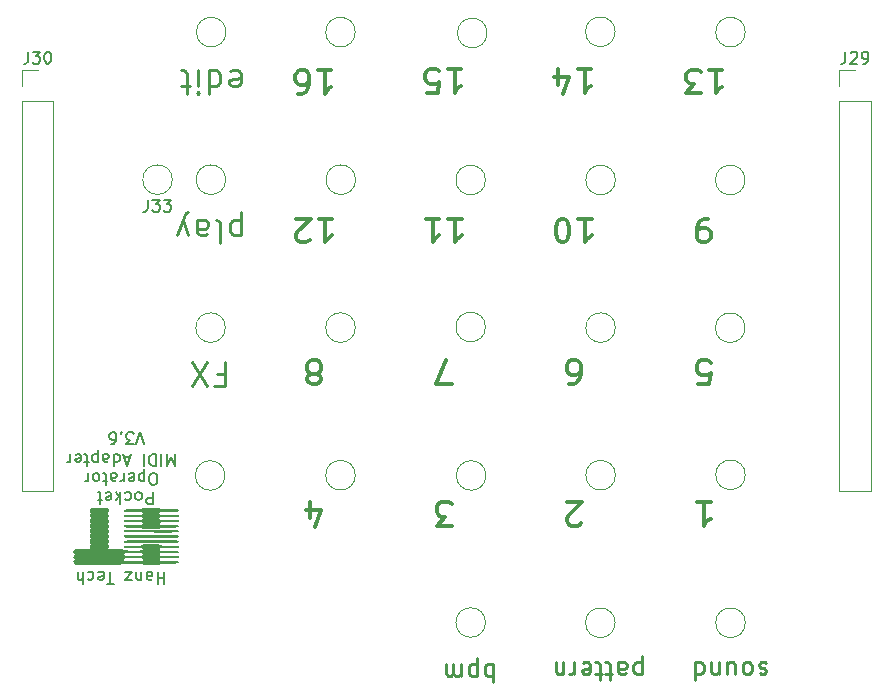
<source format=gbr>
%TF.GenerationSoftware,KiCad,Pcbnew,(6.0.2)*%
%TF.CreationDate,2024-01-19T20:32:51-05:00*%
%TF.ProjectId,top,746f702e-6b69-4636-9164-5f7063625858,rev?*%
%TF.SameCoordinates,Original*%
%TF.FileFunction,Legend,Top*%
%TF.FilePolarity,Positive*%
%FSLAX46Y46*%
G04 Gerber Fmt 4.6, Leading zero omitted, Abs format (unit mm)*
G04 Created by KiCad (PCBNEW (6.0.2)) date 2024-01-19 20:32:51*
%MOMM*%
%LPD*%
G01*
G04 APERTURE LIST*
%ADD10C,0.150000*%
%ADD11C,0.200000*%
%ADD12C,0.300000*%
%ADD13C,0.250000*%
%ADD14C,0.120000*%
%ADD15C,0.010000*%
G04 APERTURE END LIST*
D10*
X124095257Y-112707619D02*
X124095257Y-113707619D01*
X123714304Y-113707619D01*
X123619066Y-113660000D01*
X123571447Y-113612380D01*
X123523828Y-113517142D01*
X123523828Y-113374285D01*
X123571447Y-113279047D01*
X123619066Y-113231428D01*
X123714304Y-113183809D01*
X124095257Y-113183809D01*
X122952400Y-112707619D02*
X123047638Y-112755238D01*
X123095257Y-112802857D01*
X123142876Y-112898095D01*
X123142876Y-113183809D01*
X123095257Y-113279047D01*
X123047638Y-113326666D01*
X122952400Y-113374285D01*
X122809542Y-113374285D01*
X122714304Y-113326666D01*
X122666685Y-113279047D01*
X122619066Y-113183809D01*
X122619066Y-112898095D01*
X122666685Y-112802857D01*
X122714304Y-112755238D01*
X122809542Y-112707619D01*
X122952400Y-112707619D01*
X121761923Y-112755238D02*
X121857161Y-112707619D01*
X122047638Y-112707619D01*
X122142876Y-112755238D01*
X122190495Y-112802857D01*
X122238114Y-112898095D01*
X122238114Y-113183809D01*
X122190495Y-113279047D01*
X122142876Y-113326666D01*
X122047638Y-113374285D01*
X121857161Y-113374285D01*
X121761923Y-113326666D01*
X121333352Y-112707619D02*
X121333352Y-113707619D01*
X121238114Y-113088571D02*
X120952400Y-112707619D01*
X120952400Y-113374285D02*
X121333352Y-112993333D01*
X120142876Y-112755238D02*
X120238114Y-112707619D01*
X120428590Y-112707619D01*
X120523828Y-112755238D01*
X120571447Y-112850476D01*
X120571447Y-113231428D01*
X120523828Y-113326666D01*
X120428590Y-113374285D01*
X120238114Y-113374285D01*
X120142876Y-113326666D01*
X120095257Y-113231428D01*
X120095257Y-113136190D01*
X120571447Y-113040952D01*
X119809542Y-113374285D02*
X119428590Y-113374285D01*
X119666685Y-113707619D02*
X119666685Y-112850476D01*
X119619066Y-112755238D01*
X119523828Y-112707619D01*
X119428590Y-112707619D01*
X124238114Y-112097619D02*
X124047638Y-112097619D01*
X123952400Y-112050000D01*
X123857161Y-111954761D01*
X123809542Y-111764285D01*
X123809542Y-111430952D01*
X123857161Y-111240476D01*
X123952400Y-111145238D01*
X124047638Y-111097619D01*
X124238114Y-111097619D01*
X124333352Y-111145238D01*
X124428590Y-111240476D01*
X124476209Y-111430952D01*
X124476209Y-111764285D01*
X124428590Y-111954761D01*
X124333352Y-112050000D01*
X124238114Y-112097619D01*
X123380971Y-111764285D02*
X123380971Y-110764285D01*
X123380971Y-111716666D02*
X123285733Y-111764285D01*
X123095257Y-111764285D01*
X123000019Y-111716666D01*
X122952400Y-111669047D01*
X122904780Y-111573809D01*
X122904780Y-111288095D01*
X122952400Y-111192857D01*
X123000019Y-111145238D01*
X123095257Y-111097619D01*
X123285733Y-111097619D01*
X123380971Y-111145238D01*
X122095257Y-111145238D02*
X122190495Y-111097619D01*
X122380971Y-111097619D01*
X122476209Y-111145238D01*
X122523828Y-111240476D01*
X122523828Y-111621428D01*
X122476209Y-111716666D01*
X122380971Y-111764285D01*
X122190495Y-111764285D01*
X122095257Y-111716666D01*
X122047638Y-111621428D01*
X122047638Y-111526190D01*
X122523828Y-111430952D01*
X121619066Y-111097619D02*
X121619066Y-111764285D01*
X121619066Y-111573809D02*
X121571447Y-111669047D01*
X121523828Y-111716666D01*
X121428590Y-111764285D01*
X121333352Y-111764285D01*
X120571447Y-111097619D02*
X120571447Y-111621428D01*
X120619066Y-111716666D01*
X120714304Y-111764285D01*
X120904780Y-111764285D01*
X121000019Y-111716666D01*
X120571447Y-111145238D02*
X120666685Y-111097619D01*
X120904780Y-111097619D01*
X121000019Y-111145238D01*
X121047638Y-111240476D01*
X121047638Y-111335714D01*
X121000019Y-111430952D01*
X120904780Y-111478571D01*
X120666685Y-111478571D01*
X120571447Y-111526190D01*
X120238114Y-111764285D02*
X119857161Y-111764285D01*
X120095257Y-112097619D02*
X120095257Y-111240476D01*
X120047638Y-111145238D01*
X119952400Y-111097619D01*
X119857161Y-111097619D01*
X119380971Y-111097619D02*
X119476209Y-111145238D01*
X119523828Y-111192857D01*
X119571447Y-111288095D01*
X119571447Y-111573809D01*
X119523828Y-111669047D01*
X119476209Y-111716666D01*
X119380971Y-111764285D01*
X119238114Y-111764285D01*
X119142876Y-111716666D01*
X119095257Y-111669047D01*
X119047638Y-111573809D01*
X119047638Y-111288095D01*
X119095257Y-111192857D01*
X119142876Y-111145238D01*
X119238114Y-111097619D01*
X119380971Y-111097619D01*
X118619066Y-111097619D02*
X118619066Y-111764285D01*
X118619066Y-111573809D02*
X118571447Y-111669047D01*
X118523828Y-111716666D01*
X118428590Y-111764285D01*
X118333352Y-111764285D01*
X125952400Y-109487619D02*
X125952400Y-110487619D01*
X125619066Y-109773333D01*
X125285733Y-110487619D01*
X125285733Y-109487619D01*
X124809542Y-109487619D02*
X124809542Y-110487619D01*
X124333352Y-109487619D02*
X124333352Y-110487619D01*
X124095257Y-110487619D01*
X123952400Y-110440000D01*
X123857161Y-110344761D01*
X123809542Y-110249523D01*
X123761923Y-110059047D01*
X123761923Y-109916190D01*
X123809542Y-109725714D01*
X123857161Y-109630476D01*
X123952400Y-109535238D01*
X124095257Y-109487619D01*
X124333352Y-109487619D01*
X123333352Y-109487619D02*
X123333352Y-110487619D01*
X122142876Y-109773333D02*
X121666685Y-109773333D01*
X122238114Y-109487619D02*
X121904780Y-110487619D01*
X121571447Y-109487619D01*
X120809542Y-109487619D02*
X120809542Y-110487619D01*
X120809542Y-109535238D02*
X120904780Y-109487619D01*
X121095257Y-109487619D01*
X121190495Y-109535238D01*
X121238114Y-109582857D01*
X121285733Y-109678095D01*
X121285733Y-109963809D01*
X121238114Y-110059047D01*
X121190495Y-110106666D01*
X121095257Y-110154285D01*
X120904780Y-110154285D01*
X120809542Y-110106666D01*
X119904780Y-109487619D02*
X119904780Y-110011428D01*
X119952400Y-110106666D01*
X120047638Y-110154285D01*
X120238114Y-110154285D01*
X120333352Y-110106666D01*
X119904780Y-109535238D02*
X120000019Y-109487619D01*
X120238114Y-109487619D01*
X120333352Y-109535238D01*
X120380971Y-109630476D01*
X120380971Y-109725714D01*
X120333352Y-109820952D01*
X120238114Y-109868571D01*
X120000019Y-109868571D01*
X119904780Y-109916190D01*
X119428590Y-110154285D02*
X119428590Y-109154285D01*
X119428590Y-110106666D02*
X119333352Y-110154285D01*
X119142876Y-110154285D01*
X119047638Y-110106666D01*
X119000019Y-110059047D01*
X118952400Y-109963809D01*
X118952400Y-109678095D01*
X119000019Y-109582857D01*
X119047638Y-109535238D01*
X119142876Y-109487619D01*
X119333352Y-109487619D01*
X119428590Y-109535238D01*
X118666685Y-110154285D02*
X118285733Y-110154285D01*
X118523828Y-110487619D02*
X118523828Y-109630476D01*
X118476209Y-109535238D01*
X118380971Y-109487619D01*
X118285733Y-109487619D01*
X117571447Y-109535238D02*
X117666685Y-109487619D01*
X117857161Y-109487619D01*
X117952400Y-109535238D01*
X118000019Y-109630476D01*
X118000019Y-110011428D01*
X117952400Y-110106666D01*
X117857161Y-110154285D01*
X117666685Y-110154285D01*
X117571447Y-110106666D01*
X117523828Y-110011428D01*
X117523828Y-109916190D01*
X118000019Y-109820952D01*
X117095257Y-109487619D02*
X117095257Y-110154285D01*
X117095257Y-109963809D02*
X117047638Y-110059047D01*
X117000019Y-110106666D01*
X116904780Y-110154285D01*
X116809542Y-110154285D01*
X123376209Y-108652619D02*
X123042876Y-107652619D01*
X122709542Y-108652619D01*
X122471447Y-108652619D02*
X121852400Y-108652619D01*
X122185733Y-108271666D01*
X122042876Y-108271666D01*
X121947638Y-108224047D01*
X121900019Y-108176428D01*
X121852400Y-108081190D01*
X121852400Y-107843095D01*
X121900019Y-107747857D01*
X121947638Y-107700238D01*
X122042876Y-107652619D01*
X122328590Y-107652619D01*
X122423828Y-107700238D01*
X122471447Y-107747857D01*
X121423828Y-107747857D02*
X121376209Y-107700238D01*
X121423828Y-107652619D01*
X121471447Y-107700238D01*
X121423828Y-107747857D01*
X121423828Y-107652619D01*
X120519066Y-108652619D02*
X120709542Y-108652619D01*
X120804780Y-108605000D01*
X120852400Y-108557380D01*
X120947638Y-108414523D01*
X120995257Y-108224047D01*
X120995257Y-107843095D01*
X120947638Y-107747857D01*
X120900019Y-107700238D01*
X120804780Y-107652619D01*
X120614304Y-107652619D01*
X120519066Y-107700238D01*
X120471447Y-107747857D01*
X120423828Y-107843095D01*
X120423828Y-108081190D01*
X120471447Y-108176428D01*
X120519066Y-108224047D01*
X120614304Y-108271666D01*
X120804780Y-108271666D01*
X120900019Y-108224047D01*
X120947638Y-108176428D01*
X120995257Y-108081190D01*
D11*
X125069066Y-119447619D02*
X125069066Y-120447619D01*
X125069066Y-119971428D02*
X124497638Y-119971428D01*
X124497638Y-119447619D02*
X124497638Y-120447619D01*
X123592876Y-119447619D02*
X123592876Y-119971428D01*
X123640495Y-120066666D01*
X123735733Y-120114285D01*
X123926209Y-120114285D01*
X124021447Y-120066666D01*
X123592876Y-119495238D02*
X123688114Y-119447619D01*
X123926209Y-119447619D01*
X124021447Y-119495238D01*
X124069066Y-119590476D01*
X124069066Y-119685714D01*
X124021447Y-119780952D01*
X123926209Y-119828571D01*
X123688114Y-119828571D01*
X123592876Y-119876190D01*
X123116685Y-120114285D02*
X123116685Y-119447619D01*
X123116685Y-120019047D02*
X123069066Y-120066666D01*
X122973828Y-120114285D01*
X122830971Y-120114285D01*
X122735733Y-120066666D01*
X122688114Y-119971428D01*
X122688114Y-119447619D01*
X122307161Y-120114285D02*
X121783352Y-120114285D01*
X122307161Y-119447619D01*
X121783352Y-119447619D01*
X120783352Y-120447619D02*
X120211923Y-120447619D01*
X120497638Y-119447619D02*
X120497638Y-120447619D01*
X119497638Y-119495238D02*
X119592876Y-119447619D01*
X119783352Y-119447619D01*
X119878590Y-119495238D01*
X119926209Y-119590476D01*
X119926209Y-119971428D01*
X119878590Y-120066666D01*
X119783352Y-120114285D01*
X119592876Y-120114285D01*
X119497638Y-120066666D01*
X119450019Y-119971428D01*
X119450019Y-119876190D01*
X119926209Y-119780952D01*
X118592876Y-119495238D02*
X118688114Y-119447619D01*
X118878590Y-119447619D01*
X118973828Y-119495238D01*
X119021447Y-119542857D01*
X119069066Y-119638095D01*
X119069066Y-119923809D01*
X119021447Y-120019047D01*
X118973828Y-120066666D01*
X118878590Y-120114285D01*
X118688114Y-120114285D01*
X118592876Y-120066666D01*
X118164304Y-119447619D02*
X118164304Y-120447619D01*
X117735733Y-119447619D02*
X117735733Y-119971428D01*
X117783352Y-120066666D01*
X117878590Y-120114285D01*
X118021447Y-120114285D01*
X118116685Y-120066666D01*
X118164304Y-120019047D01*
D12*
X138133352Y-89545238D02*
X139276209Y-89545238D01*
X138704780Y-89545238D02*
X138704780Y-91545238D01*
X138895257Y-91259523D01*
X139085733Y-91069047D01*
X139276209Y-90973809D01*
X137371447Y-91354761D02*
X137276209Y-91450000D01*
X137085733Y-91545238D01*
X136609542Y-91545238D01*
X136419066Y-91450000D01*
X136323828Y-91354761D01*
X136228590Y-91164285D01*
X136228590Y-90973809D01*
X136323828Y-90688095D01*
X137466685Y-89545238D01*
X136228590Y-89545238D01*
X170276209Y-103545238D02*
X171228590Y-103545238D01*
X171323828Y-102592857D01*
X171228590Y-102688095D01*
X171038114Y-102783333D01*
X170561923Y-102783333D01*
X170371447Y-102688095D01*
X170276209Y-102592857D01*
X170180971Y-102402380D01*
X170180971Y-101926190D01*
X170276209Y-101735714D01*
X170371447Y-101640476D01*
X170561923Y-101545238D01*
X171038114Y-101545238D01*
X171228590Y-101640476D01*
X171323828Y-101735714D01*
D13*
X165495257Y-128121428D02*
X165495257Y-126621428D01*
X165495257Y-128050000D02*
X165352400Y-128121428D01*
X165066685Y-128121428D01*
X164923828Y-128050000D01*
X164852400Y-127978571D01*
X164780971Y-127835714D01*
X164780971Y-127407142D01*
X164852400Y-127264285D01*
X164923828Y-127192857D01*
X165066685Y-127121428D01*
X165352400Y-127121428D01*
X165495257Y-127192857D01*
X163495257Y-127121428D02*
X163495257Y-127907142D01*
X163566685Y-128050000D01*
X163709542Y-128121428D01*
X163995257Y-128121428D01*
X164138114Y-128050000D01*
X163495257Y-127192857D02*
X163638114Y-127121428D01*
X163995257Y-127121428D01*
X164138114Y-127192857D01*
X164209542Y-127335714D01*
X164209542Y-127478571D01*
X164138114Y-127621428D01*
X163995257Y-127692857D01*
X163638114Y-127692857D01*
X163495257Y-127764285D01*
X162995257Y-128121428D02*
X162423828Y-128121428D01*
X162780971Y-128621428D02*
X162780971Y-127335714D01*
X162709542Y-127192857D01*
X162566685Y-127121428D01*
X162423828Y-127121428D01*
X162138114Y-128121428D02*
X161566685Y-128121428D01*
X161923828Y-128621428D02*
X161923828Y-127335714D01*
X161852400Y-127192857D01*
X161709542Y-127121428D01*
X161566685Y-127121428D01*
X160495257Y-127192857D02*
X160638114Y-127121428D01*
X160923828Y-127121428D01*
X161066685Y-127192857D01*
X161138114Y-127335714D01*
X161138114Y-127907142D01*
X161066685Y-128050000D01*
X160923828Y-128121428D01*
X160638114Y-128121428D01*
X160495257Y-128050000D01*
X160423828Y-127907142D01*
X160423828Y-127764285D01*
X161138114Y-127621428D01*
X159780971Y-127121428D02*
X159780971Y-128121428D01*
X159780971Y-127835714D02*
X159709542Y-127978571D01*
X159638114Y-128050000D01*
X159495257Y-128121428D01*
X159352400Y-128121428D01*
X158852400Y-128121428D02*
X158852400Y-127121428D01*
X158852400Y-127978571D02*
X158780971Y-128050000D01*
X158638114Y-128121428D01*
X158423828Y-128121428D01*
X158280971Y-128050000D01*
X158209542Y-127907142D01*
X158209542Y-127121428D01*
X130673828Y-77090476D02*
X130864304Y-76995238D01*
X131245257Y-76995238D01*
X131435733Y-77090476D01*
X131530971Y-77280952D01*
X131530971Y-78042857D01*
X131435733Y-78233333D01*
X131245257Y-78328571D01*
X130864304Y-78328571D01*
X130673828Y-78233333D01*
X130578590Y-78042857D01*
X130578590Y-77852380D01*
X131530971Y-77661904D01*
X128864304Y-76995238D02*
X128864304Y-78995238D01*
X128864304Y-77090476D02*
X129054780Y-76995238D01*
X129435733Y-76995238D01*
X129626209Y-77090476D01*
X129721447Y-77185714D01*
X129816685Y-77376190D01*
X129816685Y-77947619D01*
X129721447Y-78138095D01*
X129626209Y-78233333D01*
X129435733Y-78328571D01*
X129054780Y-78328571D01*
X128864304Y-78233333D01*
X127911923Y-76995238D02*
X127911923Y-78328571D01*
X127911923Y-78995238D02*
X128007161Y-78900000D01*
X127911923Y-78804761D01*
X127816685Y-78900000D01*
X127911923Y-78995238D01*
X127911923Y-78804761D01*
X127245257Y-78328571D02*
X126483352Y-78328571D01*
X126959542Y-78995238D02*
X126959542Y-77280952D01*
X126864304Y-77090476D01*
X126673828Y-76995238D01*
X126483352Y-76995238D01*
D12*
X160323828Y-115354761D02*
X160228590Y-115450000D01*
X160038114Y-115545238D01*
X159561923Y-115545238D01*
X159371447Y-115450000D01*
X159276209Y-115354761D01*
X159180971Y-115164285D01*
X159180971Y-114973809D01*
X159276209Y-114688095D01*
X160419066Y-113545238D01*
X159180971Y-113545238D01*
X171183352Y-76945238D02*
X172326209Y-76945238D01*
X171754780Y-76945238D02*
X171754780Y-78945238D01*
X171945257Y-78659523D01*
X172135733Y-78469047D01*
X172326209Y-78373809D01*
X170516685Y-78945238D02*
X169278590Y-78945238D01*
X169945257Y-78183333D01*
X169659542Y-78183333D01*
X169469066Y-78088095D01*
X169373828Y-77992857D01*
X169278590Y-77802380D01*
X169278590Y-77326190D01*
X169373828Y-77135714D01*
X169469066Y-77040476D01*
X169659542Y-76945238D01*
X170230971Y-76945238D01*
X170421447Y-77040476D01*
X170516685Y-77135714D01*
X137371447Y-114878571D02*
X137371447Y-113545238D01*
X137847638Y-115640476D02*
X138323828Y-114211904D01*
X137085733Y-114211904D01*
X170180971Y-113545238D02*
X171323828Y-113545238D01*
X170752400Y-113545238D02*
X170752400Y-115545238D01*
X170942876Y-115259523D01*
X171133352Y-115069047D01*
X171323828Y-114973809D01*
D13*
X131571447Y-90978571D02*
X131571447Y-88978571D01*
X131571447Y-90883333D02*
X131380971Y-90978571D01*
X131000019Y-90978571D01*
X130809542Y-90883333D01*
X130714304Y-90788095D01*
X130619066Y-90597619D01*
X130619066Y-90026190D01*
X130714304Y-89835714D01*
X130809542Y-89740476D01*
X131000019Y-89645238D01*
X131380971Y-89645238D01*
X131571447Y-89740476D01*
X129476209Y-89645238D02*
X129666685Y-89740476D01*
X129761923Y-89930952D01*
X129761923Y-91645238D01*
X127857161Y-89645238D02*
X127857161Y-90692857D01*
X127952400Y-90883333D01*
X128142876Y-90978571D01*
X128523828Y-90978571D01*
X128714304Y-90883333D01*
X127857161Y-89740476D02*
X128047638Y-89645238D01*
X128523828Y-89645238D01*
X128714304Y-89740476D01*
X128809542Y-89930952D01*
X128809542Y-90121428D01*
X128714304Y-90311904D01*
X128523828Y-90407142D01*
X128047638Y-90407142D01*
X127857161Y-90502380D01*
X127095257Y-90978571D02*
X126619066Y-89645238D01*
X126142876Y-90978571D02*
X126619066Y-89645238D01*
X126809542Y-89169047D01*
X126904780Y-89073809D01*
X127095257Y-88978571D01*
D12*
X149419066Y-115545238D02*
X148180971Y-115545238D01*
X148847638Y-114783333D01*
X148561923Y-114783333D01*
X148371447Y-114688095D01*
X148276209Y-114592857D01*
X148180971Y-114402380D01*
X148180971Y-113926190D01*
X148276209Y-113735714D01*
X148371447Y-113640476D01*
X148561923Y-113545238D01*
X149133352Y-113545238D01*
X149323828Y-113640476D01*
X149419066Y-113735714D01*
D13*
X176038114Y-127192857D02*
X175895257Y-127121428D01*
X175609542Y-127121428D01*
X175466685Y-127192857D01*
X175395257Y-127335714D01*
X175395257Y-127407142D01*
X175466685Y-127550000D01*
X175609542Y-127621428D01*
X175823828Y-127621428D01*
X175966685Y-127692857D01*
X176038114Y-127835714D01*
X176038114Y-127907142D01*
X175966685Y-128050000D01*
X175823828Y-128121428D01*
X175609542Y-128121428D01*
X175466685Y-128050000D01*
X174538114Y-127121428D02*
X174680971Y-127192857D01*
X174752400Y-127264285D01*
X174823828Y-127407142D01*
X174823828Y-127835714D01*
X174752400Y-127978571D01*
X174680971Y-128050000D01*
X174538114Y-128121428D01*
X174323828Y-128121428D01*
X174180971Y-128050000D01*
X174109542Y-127978571D01*
X174038114Y-127835714D01*
X174038114Y-127407142D01*
X174109542Y-127264285D01*
X174180971Y-127192857D01*
X174323828Y-127121428D01*
X174538114Y-127121428D01*
X172752400Y-128121428D02*
X172752400Y-127121428D01*
X173395257Y-128121428D02*
X173395257Y-127335714D01*
X173323828Y-127192857D01*
X173180971Y-127121428D01*
X172966685Y-127121428D01*
X172823828Y-127192857D01*
X172752400Y-127264285D01*
X172038114Y-128121428D02*
X172038114Y-127121428D01*
X172038114Y-127978571D02*
X171966685Y-128050000D01*
X171823828Y-128121428D01*
X171609542Y-128121428D01*
X171466685Y-128050000D01*
X171395257Y-127907142D01*
X171395257Y-127121428D01*
X170038114Y-127121428D02*
X170038114Y-128621428D01*
X170038114Y-127192857D02*
X170180971Y-127121428D01*
X170466685Y-127121428D01*
X170609542Y-127192857D01*
X170680971Y-127264285D01*
X170752400Y-127407142D01*
X170752400Y-127835714D01*
X170680971Y-127978571D01*
X170609542Y-128050000D01*
X170466685Y-128121428D01*
X170180971Y-128121428D01*
X170038114Y-128050000D01*
D12*
X149133352Y-89545238D02*
X150276209Y-89545238D01*
X149704780Y-89545238D02*
X149704780Y-91545238D01*
X149895257Y-91259523D01*
X150085733Y-91069047D01*
X150276209Y-90973809D01*
X147228590Y-89545238D02*
X148371447Y-89545238D01*
X147800019Y-89545238D02*
X147800019Y-91545238D01*
X147990495Y-91259523D01*
X148180971Y-91069047D01*
X148371447Y-90973809D01*
X159371447Y-103545238D02*
X159752400Y-103545238D01*
X159942876Y-103450000D01*
X160038114Y-103354761D01*
X160228590Y-103069047D01*
X160323828Y-102688095D01*
X160323828Y-101926190D01*
X160228590Y-101735714D01*
X160133352Y-101640476D01*
X159942876Y-101545238D01*
X159561923Y-101545238D01*
X159371447Y-101640476D01*
X159276209Y-101735714D01*
X159180971Y-101926190D01*
X159180971Y-102402380D01*
X159276209Y-102592857D01*
X159371447Y-102688095D01*
X159561923Y-102783333D01*
X159942876Y-102783333D01*
X160133352Y-102688095D01*
X160228590Y-102592857D01*
X160323828Y-102402380D01*
X160083352Y-76895238D02*
X161226209Y-76895238D01*
X160654780Y-76895238D02*
X160654780Y-78895238D01*
X160845257Y-78609523D01*
X161035733Y-78419047D01*
X161226209Y-78323809D01*
X158369066Y-78228571D02*
X158369066Y-76895238D01*
X158845257Y-78990476D02*
X159321447Y-77561904D01*
X158083352Y-77561904D01*
D13*
X129569066Y-102742857D02*
X130235733Y-102742857D01*
X130235733Y-101695238D02*
X130235733Y-103695238D01*
X129283352Y-103695238D01*
X128711923Y-103695238D02*
X127378590Y-101695238D01*
X127378590Y-103695238D02*
X128711923Y-101695238D01*
D12*
X137942876Y-102688095D02*
X138133352Y-102783333D01*
X138228590Y-102878571D01*
X138323828Y-103069047D01*
X138323828Y-103164285D01*
X138228590Y-103354761D01*
X138133352Y-103450000D01*
X137942876Y-103545238D01*
X137561923Y-103545238D01*
X137371447Y-103450000D01*
X137276209Y-103354761D01*
X137180971Y-103164285D01*
X137180971Y-103069047D01*
X137276209Y-102878571D01*
X137371447Y-102783333D01*
X137561923Y-102688095D01*
X137942876Y-102688095D01*
X138133352Y-102592857D01*
X138228590Y-102497619D01*
X138323828Y-102307142D01*
X138323828Y-101926190D01*
X138228590Y-101735714D01*
X138133352Y-101640476D01*
X137942876Y-101545238D01*
X137561923Y-101545238D01*
X137371447Y-101640476D01*
X137276209Y-101735714D01*
X137180971Y-101926190D01*
X137180971Y-102307142D01*
X137276209Y-102497619D01*
X137371447Y-102592857D01*
X137561923Y-102688095D01*
X149083352Y-76895238D02*
X150226209Y-76895238D01*
X149654780Y-76895238D02*
X149654780Y-78895238D01*
X149845257Y-78609523D01*
X150035733Y-78419047D01*
X150226209Y-78323809D01*
X147273828Y-78895238D02*
X148226209Y-78895238D01*
X148321447Y-77942857D01*
X148226209Y-78038095D01*
X148035733Y-78133333D01*
X147559542Y-78133333D01*
X147369066Y-78038095D01*
X147273828Y-77942857D01*
X147178590Y-77752380D01*
X147178590Y-77276190D01*
X147273828Y-77085714D01*
X147369066Y-76990476D01*
X147559542Y-76895238D01*
X148035733Y-76895238D01*
X148226209Y-76990476D01*
X148321447Y-77085714D01*
X160133352Y-89545238D02*
X161276209Y-89545238D01*
X160704780Y-89545238D02*
X160704780Y-91545238D01*
X160895257Y-91259523D01*
X161085733Y-91069047D01*
X161276209Y-90973809D01*
X158895257Y-91545238D02*
X158704780Y-91545238D01*
X158514304Y-91450000D01*
X158419066Y-91354761D01*
X158323828Y-91164285D01*
X158228590Y-90783333D01*
X158228590Y-90307142D01*
X158323828Y-89926190D01*
X158419066Y-89735714D01*
X158514304Y-89640476D01*
X158704780Y-89545238D01*
X158895257Y-89545238D01*
X159085733Y-89640476D01*
X159180971Y-89735714D01*
X159276209Y-89926190D01*
X159371447Y-90307142D01*
X159371447Y-90783333D01*
X159276209Y-91164285D01*
X159180971Y-91354761D01*
X159085733Y-91450000D01*
X158895257Y-91545238D01*
D13*
X152902400Y-127271428D02*
X152902400Y-128771428D01*
X152902400Y-128200000D02*
X152759542Y-128271428D01*
X152473828Y-128271428D01*
X152330971Y-128200000D01*
X152259542Y-128128571D01*
X152188114Y-127985714D01*
X152188114Y-127557142D01*
X152259542Y-127414285D01*
X152330971Y-127342857D01*
X152473828Y-127271428D01*
X152759542Y-127271428D01*
X152902400Y-127342857D01*
X151545257Y-128271428D02*
X151545257Y-126771428D01*
X151545257Y-128200000D02*
X151402400Y-128271428D01*
X151116685Y-128271428D01*
X150973828Y-128200000D01*
X150902400Y-128128571D01*
X150830971Y-127985714D01*
X150830971Y-127557142D01*
X150902400Y-127414285D01*
X150973828Y-127342857D01*
X151116685Y-127271428D01*
X151402400Y-127271428D01*
X151545257Y-127342857D01*
X150188114Y-127271428D02*
X150188114Y-128271428D01*
X150188114Y-128128571D02*
X150116685Y-128200000D01*
X149973828Y-128271428D01*
X149759542Y-128271428D01*
X149616685Y-128200000D01*
X149545257Y-128057142D01*
X149545257Y-127271428D01*
X149545257Y-128057142D02*
X149473828Y-128200000D01*
X149330971Y-128271428D01*
X149116685Y-128271428D01*
X148973828Y-128200000D01*
X148902400Y-128057142D01*
X148902400Y-127271428D01*
D12*
X171133352Y-89545238D02*
X170752400Y-89545238D01*
X170561923Y-89640476D01*
X170466685Y-89735714D01*
X170276209Y-90021428D01*
X170180971Y-90402380D01*
X170180971Y-91164285D01*
X170276209Y-91354761D01*
X170371447Y-91450000D01*
X170561923Y-91545238D01*
X170942876Y-91545238D01*
X171133352Y-91450000D01*
X171228590Y-91354761D01*
X171323828Y-91164285D01*
X171323828Y-90688095D01*
X171228590Y-90497619D01*
X171133352Y-90402380D01*
X170942876Y-90307142D01*
X170561923Y-90307142D01*
X170371447Y-90402380D01*
X170276209Y-90497619D01*
X170180971Y-90688095D01*
X138083352Y-76995238D02*
X139226209Y-76995238D01*
X138654780Y-76995238D02*
X138654780Y-78995238D01*
X138845257Y-78709523D01*
X139035733Y-78519047D01*
X139226209Y-78423809D01*
X136369066Y-78995238D02*
X136750019Y-78995238D01*
X136940495Y-78900000D01*
X137035733Y-78804761D01*
X137226209Y-78519047D01*
X137321447Y-78138095D01*
X137321447Y-77376190D01*
X137226209Y-77185714D01*
X137130971Y-77090476D01*
X136940495Y-76995238D01*
X136559542Y-76995238D01*
X136369066Y-77090476D01*
X136273828Y-77185714D01*
X136178590Y-77376190D01*
X136178590Y-77852380D01*
X136273828Y-78042857D01*
X136369066Y-78138095D01*
X136559542Y-78233333D01*
X136940495Y-78233333D01*
X137130971Y-78138095D01*
X137226209Y-78042857D01*
X137321447Y-77852380D01*
X149419066Y-103545238D02*
X148085733Y-103545238D01*
X148942876Y-101545238D01*
D10*
%TO.C,J29*%
X182742876Y-75422380D02*
X182742876Y-76136666D01*
X182695257Y-76279523D01*
X182600019Y-76374761D01*
X182457161Y-76422380D01*
X182361923Y-76422380D01*
X183171447Y-75517619D02*
X183219066Y-75470000D01*
X183314304Y-75422380D01*
X183552400Y-75422380D01*
X183647638Y-75470000D01*
X183695257Y-75517619D01*
X183742876Y-75612857D01*
X183742876Y-75708095D01*
X183695257Y-75850952D01*
X183123828Y-76422380D01*
X183742876Y-76422380D01*
X184219066Y-76422380D02*
X184409542Y-76422380D01*
X184504780Y-76374761D01*
X184552400Y-76327142D01*
X184647638Y-76184285D01*
X184695257Y-75993809D01*
X184695257Y-75612857D01*
X184647638Y-75517619D01*
X184600019Y-75470000D01*
X184504780Y-75422380D01*
X184314304Y-75422380D01*
X184219066Y-75470000D01*
X184171447Y-75517619D01*
X184123828Y-75612857D01*
X184123828Y-75850952D01*
X184171447Y-75946190D01*
X184219066Y-75993809D01*
X184314304Y-76041428D01*
X184504780Y-76041428D01*
X184600019Y-75993809D01*
X184647638Y-75946190D01*
X184695257Y-75850952D01*
%TO.C,J33*%
X123692876Y-87952380D02*
X123692876Y-88666666D01*
X123645257Y-88809523D01*
X123550019Y-88904761D01*
X123407161Y-88952380D01*
X123311923Y-88952380D01*
X124073828Y-87952380D02*
X124692876Y-87952380D01*
X124359542Y-88333333D01*
X124502400Y-88333333D01*
X124597638Y-88380952D01*
X124645257Y-88428571D01*
X124692876Y-88523809D01*
X124692876Y-88761904D01*
X124645257Y-88857142D01*
X124597638Y-88904761D01*
X124502400Y-88952380D01*
X124216685Y-88952380D01*
X124121447Y-88904761D01*
X124073828Y-88857142D01*
X125026209Y-87952380D02*
X125645257Y-87952380D01*
X125311923Y-88333333D01*
X125454780Y-88333333D01*
X125550019Y-88380952D01*
X125597638Y-88428571D01*
X125645257Y-88523809D01*
X125645257Y-88761904D01*
X125597638Y-88857142D01*
X125550019Y-88904761D01*
X125454780Y-88952380D01*
X125169066Y-88952380D01*
X125073828Y-88904761D01*
X125026209Y-88857142D01*
%TO.C,J30*%
X113542876Y-75422380D02*
X113542876Y-76136666D01*
X113495257Y-76279523D01*
X113400019Y-76374761D01*
X113257161Y-76422380D01*
X113161923Y-76422380D01*
X113923828Y-75422380D02*
X114542876Y-75422380D01*
X114209542Y-75803333D01*
X114352400Y-75803333D01*
X114447638Y-75850952D01*
X114495257Y-75898571D01*
X114542876Y-75993809D01*
X114542876Y-76231904D01*
X114495257Y-76327142D01*
X114447638Y-76374761D01*
X114352400Y-76422380D01*
X114066685Y-76422380D01*
X113971447Y-76374761D01*
X113923828Y-76327142D01*
X115161923Y-75422380D02*
X115257161Y-75422380D01*
X115352400Y-75470000D01*
X115400019Y-75517619D01*
X115447638Y-75612857D01*
X115495257Y-75803333D01*
X115495257Y-76041428D01*
X115447638Y-76231904D01*
X115400019Y-76327142D01*
X115352400Y-76374761D01*
X115257161Y-76422380D01*
X115161923Y-76422380D01*
X115066685Y-76374761D01*
X115019066Y-76327142D01*
X114971447Y-76231904D01*
X114923828Y-76041428D01*
X114923828Y-75803333D01*
X114971447Y-75612857D01*
X115019066Y-75517619D01*
X115066685Y-75470000D01*
X115161923Y-75422380D01*
D14*
%TO.C,J8*%
X174235940Y-98791100D02*
G75*
G03*
X174235940Y-98791100I-1251000J0D01*
G01*
%TO.C,J4*%
X152303400Y-111300600D02*
G75*
G03*
X152303400Y-111300600I-1251000J0D01*
G01*
%TO.C,J7*%
X152391940Y-73835600D02*
G75*
G03*
X152391940Y-73835600I-1251000J0D01*
G01*
%TO.C,J12*%
X174235940Y-86281600D02*
G75*
G03*
X174235940Y-86281600I-1251000J0D01*
G01*
%TO.C,J24*%
X130268540Y-86256200D02*
G75*
G03*
X130268540Y-86256200I-1251000J0D01*
G01*
%TO.C,J5*%
X163263140Y-111275200D02*
G75*
G03*
X163263140Y-111275200I-1251000J0D01*
G01*
%TO.C,J9*%
X163263140Y-98778400D02*
G75*
G03*
X163263140Y-98778400I-1251000J0D01*
G01*
%TO.C,J19*%
X174261340Y-123772000D02*
G75*
G03*
X174261340Y-123772000I-1251000J0D01*
G01*
%TO.C,J18*%
X130293940Y-73759400D02*
G75*
G03*
X130293940Y-73759400I-1251000J0D01*
G01*
%TO.C,J23*%
X130243140Y-98778400D02*
G75*
G03*
X130243140Y-98778400I-1251000J0D01*
G01*
%TO.C,J22*%
X141241340Y-111275200D02*
G75*
G03*
X141241340Y-111275200I-1251000J0D01*
G01*
%TO.C,J25*%
X141241340Y-73759400D02*
G75*
G03*
X141241340Y-73759400I-1251000J0D01*
G01*
%TO.C,J29*%
X184882400Y-79570000D02*
X184882400Y-112650000D01*
X182222400Y-79570000D02*
X184882400Y-79570000D01*
X182222400Y-112650000D02*
X184882400Y-112650000D01*
X182222400Y-79570000D02*
X182222400Y-112650000D01*
X182222400Y-78300000D02*
X182222400Y-76970000D01*
X182222400Y-76970000D02*
X183552400Y-76970000D01*
%TO.C,J14*%
X141266740Y-86256200D02*
G75*
G03*
X141266740Y-86256200I-1251000J0D01*
G01*
%TO.C,J33*%
X125753400Y-86250000D02*
G75*
G03*
X125753400Y-86250000I-1251000J0D01*
G01*
%TO.C,J11*%
X141241340Y-98778400D02*
G75*
G03*
X141241340Y-98778400I-1251000J0D01*
G01*
%TO.C,J30*%
X115682400Y-79570000D02*
X115682400Y-112650000D01*
X113022400Y-78300000D02*
X113022400Y-76970000D01*
X113022400Y-112650000D02*
X115682400Y-112650000D01*
X113022400Y-79570000D02*
X113022400Y-112650000D01*
X113022400Y-76970000D02*
X114352400Y-76970000D01*
X113022400Y-79570000D02*
X115682400Y-79570000D01*
%TO.C,J28*%
X152264940Y-86281600D02*
G75*
G03*
X152264940Y-86281600I-1251000J0D01*
G01*
%TO.C,J16*%
X163237740Y-73734000D02*
G75*
G03*
X163237740Y-73734000I-1251000J0D01*
G01*
%TO.C,J10*%
X152264940Y-98727600D02*
G75*
G03*
X152264940Y-98727600I-1251000J0D01*
G01*
D15*
%TO.C,G\u002A\u002A\u002A*%
X123190870Y-115676750D02*
X123156198Y-115623833D01*
X123156198Y-115623833D02*
X122420391Y-115623833D01*
X122420391Y-115623833D02*
X122221887Y-115623645D01*
X122221887Y-115623645D02*
X122061529Y-115622958D01*
X122061529Y-115622958D02*
X121935132Y-115621587D01*
X121935132Y-115621587D02*
X121838510Y-115619349D01*
X121838510Y-115619349D02*
X121767478Y-115616062D01*
X121767478Y-115616062D02*
X121717850Y-115611539D01*
X121717850Y-115611539D02*
X121685440Y-115605599D01*
X121685440Y-115605599D02*
X121666062Y-115598057D01*
X121666062Y-115598057D02*
X121656761Y-115590309D01*
X121656761Y-115590309D02*
X121640373Y-115549610D01*
X121640373Y-115549610D02*
X121651177Y-115521518D01*
X121651177Y-115521518D02*
X121660552Y-115512061D01*
X121660552Y-115512061D02*
X121678336Y-115504362D01*
X121678336Y-115504362D02*
X121708706Y-115498195D01*
X121708706Y-115498195D02*
X121755842Y-115493339D01*
X121755842Y-115493339D02*
X121823922Y-115489568D01*
X121823922Y-115489568D02*
X121917125Y-115486661D01*
X121917125Y-115486661D02*
X122039628Y-115484394D01*
X122039628Y-115484394D02*
X122195611Y-115482543D01*
X122195611Y-115482543D02*
X122389252Y-115480885D01*
X122389252Y-115480885D02*
X122414983Y-115480690D01*
X122414983Y-115480690D02*
X123156550Y-115475130D01*
X123156550Y-115475130D02*
X123191046Y-115422482D01*
X123191046Y-115422482D02*
X123225543Y-115369833D01*
X123225543Y-115369833D02*
X124599424Y-115369833D01*
X124599424Y-115369833D02*
X124634097Y-115422750D01*
X124634097Y-115422750D02*
X124668769Y-115475667D01*
X124668769Y-115475667D02*
X125417006Y-115475667D01*
X125417006Y-115475667D02*
X125614860Y-115475756D01*
X125614860Y-115475756D02*
X125774608Y-115476172D01*
X125774608Y-115476172D02*
X125900476Y-115477141D01*
X125900476Y-115477141D02*
X125996692Y-115478885D01*
X125996692Y-115478885D02*
X126067482Y-115481630D01*
X126067482Y-115481630D02*
X126117074Y-115485600D01*
X126117074Y-115485600D02*
X126149695Y-115491018D01*
X126149695Y-115491018D02*
X126169570Y-115498110D01*
X126169570Y-115498110D02*
X126180929Y-115507099D01*
X126180929Y-115507099D02*
X126187113Y-115516530D01*
X126187113Y-115516530D02*
X126196349Y-115559162D01*
X126196349Y-115559162D02*
X126175763Y-115590614D01*
X126175763Y-115590614D02*
X126162386Y-115599583D01*
X126162386Y-115599583D02*
X126139258Y-115606810D01*
X126139258Y-115606810D02*
X126102180Y-115612476D01*
X126102180Y-115612476D02*
X126046953Y-115616761D01*
X126046953Y-115616761D02*
X125969378Y-115619847D01*
X125969378Y-115619847D02*
X125865258Y-115621916D01*
X125865258Y-115621916D02*
X125730392Y-115623147D01*
X125730392Y-115623147D02*
X125560583Y-115623723D01*
X125560583Y-115623723D02*
X125405656Y-115623833D01*
X125405656Y-115623833D02*
X124668769Y-115623833D01*
X124668769Y-115623833D02*
X124634097Y-115676750D01*
X124634097Y-115676750D02*
X124599424Y-115729667D01*
X124599424Y-115729667D02*
X123225543Y-115729667D01*
X123225543Y-115729667D02*
X123190870Y-115676750D01*
X123190870Y-115676750D02*
X123190870Y-115676750D01*
G36*
X124634097Y-115422750D02*
G01*
X124668769Y-115475667D01*
X125417006Y-115475667D01*
X125614860Y-115475756D01*
X125774608Y-115476172D01*
X125900476Y-115477141D01*
X125996692Y-115478885D01*
X126067482Y-115481630D01*
X126117074Y-115485600D01*
X126149695Y-115491018D01*
X126169570Y-115498110D01*
X126180929Y-115507099D01*
X126187113Y-115516530D01*
X126196349Y-115559162D01*
X126175763Y-115590614D01*
X126162386Y-115599583D01*
X126139258Y-115606810D01*
X126102180Y-115612476D01*
X126046953Y-115616761D01*
X125969378Y-115619847D01*
X125865258Y-115621916D01*
X125730392Y-115623147D01*
X125560583Y-115623723D01*
X125405656Y-115623833D01*
X124668769Y-115623833D01*
X124634097Y-115676750D01*
X124599424Y-115729667D01*
X123225543Y-115729667D01*
X123190870Y-115676750D01*
X123156198Y-115623833D01*
X122420391Y-115623833D01*
X122221887Y-115623645D01*
X122061529Y-115622958D01*
X121935132Y-115621587D01*
X121838510Y-115619349D01*
X121767478Y-115616062D01*
X121717850Y-115611539D01*
X121685440Y-115605599D01*
X121666062Y-115598057D01*
X121656761Y-115590309D01*
X121640373Y-115549610D01*
X121651177Y-115521518D01*
X121660552Y-115512061D01*
X121678336Y-115504362D01*
X121708706Y-115498195D01*
X121755842Y-115493339D01*
X121823922Y-115489568D01*
X121917125Y-115486661D01*
X122039628Y-115484394D01*
X122195611Y-115482543D01*
X122389252Y-115480885D01*
X122414983Y-115480690D01*
X123156550Y-115475130D01*
X123191046Y-115422482D01*
X123225543Y-115369833D01*
X124599424Y-115369833D01*
X124634097Y-115422750D01*
G37*
X124634097Y-115422750D02*
X124668769Y-115475667D01*
X125417006Y-115475667D01*
X125614860Y-115475756D01*
X125774608Y-115476172D01*
X125900476Y-115477141D01*
X125996692Y-115478885D01*
X126067482Y-115481630D01*
X126117074Y-115485600D01*
X126149695Y-115491018D01*
X126169570Y-115498110D01*
X126180929Y-115507099D01*
X126187113Y-115516530D01*
X126196349Y-115559162D01*
X126175763Y-115590614D01*
X126162386Y-115599583D01*
X126139258Y-115606810D01*
X126102180Y-115612476D01*
X126046953Y-115616761D01*
X125969378Y-115619847D01*
X125865258Y-115621916D01*
X125730392Y-115623147D01*
X125560583Y-115623723D01*
X125405656Y-115623833D01*
X124668769Y-115623833D01*
X124634097Y-115676750D01*
X124599424Y-115729667D01*
X123225543Y-115729667D01*
X123190870Y-115676750D01*
X123156198Y-115623833D01*
X122420391Y-115623833D01*
X122221887Y-115623645D01*
X122061529Y-115622958D01*
X121935132Y-115621587D01*
X121838510Y-115619349D01*
X121767478Y-115616062D01*
X121717850Y-115611539D01*
X121685440Y-115605599D01*
X121666062Y-115598057D01*
X121656761Y-115590309D01*
X121640373Y-115549610D01*
X121651177Y-115521518D01*
X121660552Y-115512061D01*
X121678336Y-115504362D01*
X121708706Y-115498195D01*
X121755842Y-115493339D01*
X121823922Y-115489568D01*
X121917125Y-115486661D01*
X122039628Y-115484394D01*
X122195611Y-115482543D01*
X122389252Y-115480885D01*
X122414983Y-115480690D01*
X123156550Y-115475130D01*
X123191046Y-115422482D01*
X123225543Y-115369833D01*
X124599424Y-115369833D01*
X124634097Y-115422750D01*
X123144082Y-115179333D02*
X122402584Y-115179333D01*
X122402584Y-115179333D02*
X122205924Y-115179261D01*
X122205924Y-115179261D02*
X122047394Y-115178886D01*
X122047394Y-115178886D02*
X121922794Y-115177974D01*
X121922794Y-115177974D02*
X121827919Y-115176291D01*
X121827919Y-115176291D02*
X121758569Y-115173601D01*
X121758569Y-115173601D02*
X121710541Y-115169672D01*
X121710541Y-115169672D02*
X121679633Y-115164267D01*
X121679633Y-115164267D02*
X121661643Y-115157152D01*
X121661643Y-115157152D02*
X121652367Y-115148093D01*
X121652367Y-115148093D02*
X121647710Y-115137190D01*
X121647710Y-115137190D02*
X121642433Y-115093156D01*
X121642433Y-115093156D02*
X121647533Y-115073690D01*
X121647533Y-115073690D02*
X121672601Y-115067466D01*
X121672601Y-115067466D02*
X121738524Y-115062254D01*
X121738524Y-115062254D02*
X121843839Y-115058095D01*
X121843839Y-115058095D02*
X121987078Y-115055029D01*
X121987078Y-115055029D02*
X122166776Y-115053098D01*
X122166776Y-115053098D02*
X122381467Y-115052343D01*
X122381467Y-115052343D02*
X122410899Y-115052333D01*
X122410899Y-115052333D02*
X122631190Y-115051742D01*
X122631190Y-115051742D02*
X122814833Y-115049987D01*
X122814833Y-115049987D02*
X122960720Y-115047101D01*
X122960720Y-115047101D02*
X123067743Y-115043114D01*
X123067743Y-115043114D02*
X123134793Y-115038058D01*
X123134793Y-115038058D02*
X123160764Y-115031965D01*
X123160764Y-115031965D02*
X123161067Y-115031167D01*
X123161067Y-115031167D02*
X123174729Y-115001966D01*
X123174729Y-115001966D02*
X123203400Y-114967667D01*
X123203400Y-114967667D02*
X123216903Y-114955872D01*
X123216903Y-114955872D02*
X123234311Y-114946496D01*
X123234311Y-114946496D02*
X123260261Y-114939263D01*
X123260261Y-114939263D02*
X123299390Y-114933894D01*
X123299390Y-114933894D02*
X123356336Y-114930114D01*
X123356336Y-114930114D02*
X123435736Y-114927645D01*
X123435736Y-114927645D02*
X123542227Y-114926211D01*
X123542227Y-114926211D02*
X123680446Y-114925535D01*
X123680446Y-114925535D02*
X123855031Y-114925340D01*
X123855031Y-114925340D02*
X123912483Y-114925333D01*
X123912483Y-114925333D02*
X124098357Y-114925442D01*
X124098357Y-114925442D02*
X124246535Y-114925952D01*
X124246535Y-114925952D02*
X124361654Y-114927140D01*
X124361654Y-114927140D02*
X124448352Y-114929284D01*
X124448352Y-114929284D02*
X124511265Y-114932659D01*
X124511265Y-114932659D02*
X124555032Y-114937544D01*
X124555032Y-114937544D02*
X124584288Y-114944214D01*
X124584288Y-114944214D02*
X124603672Y-114952947D01*
X124603672Y-114952947D02*
X124617821Y-114964019D01*
X124617821Y-114964019D02*
X124621567Y-114967667D01*
X124621567Y-114967667D02*
X124652644Y-115005575D01*
X124652644Y-115005575D02*
X124663900Y-115031167D01*
X124663900Y-115031167D02*
X124684880Y-115037350D01*
X124684880Y-115037350D02*
X124747092Y-115042511D01*
X124747092Y-115042511D02*
X124849450Y-115046618D01*
X124849450Y-115046618D02*
X124990863Y-115049642D01*
X124990863Y-115049642D02*
X125170245Y-115051553D01*
X125170245Y-115051553D02*
X125386506Y-115052319D01*
X125386506Y-115052319D02*
X125423636Y-115052333D01*
X125423636Y-115052333D02*
X125624473Y-115052487D01*
X125624473Y-115052487D02*
X125787046Y-115053069D01*
X125787046Y-115053069D02*
X125915426Y-115054261D01*
X125915426Y-115054261D02*
X126013679Y-115056243D01*
X126013679Y-115056243D02*
X126085877Y-115059197D01*
X126085877Y-115059197D02*
X126136087Y-115063304D01*
X126136087Y-115063304D02*
X126168380Y-115068746D01*
X126168380Y-115068746D02*
X126186823Y-115075704D01*
X126186823Y-115075704D02*
X126195486Y-115084359D01*
X126195486Y-115084359D02*
X126196584Y-115086766D01*
X126196584Y-115086766D02*
X126204004Y-115110239D01*
X126204004Y-115110239D02*
X126203978Y-115129373D01*
X126203978Y-115129373D02*
X126192767Y-115144610D01*
X126192767Y-115144610D02*
X126166631Y-115156392D01*
X126166631Y-115156392D02*
X126121831Y-115165163D01*
X126121831Y-115165163D02*
X126054627Y-115171364D01*
X126054627Y-115171364D02*
X125961281Y-115175438D01*
X125961281Y-115175438D02*
X125838053Y-115177826D01*
X125838053Y-115177826D02*
X125681203Y-115178973D01*
X125681203Y-115178973D02*
X125486993Y-115179319D01*
X125486993Y-115179319D02*
X125414151Y-115179333D01*
X125414151Y-115179333D02*
X125216707Y-115179393D01*
X125216707Y-115179393D02*
X125057407Y-115179732D01*
X125057407Y-115179732D02*
X124932062Y-115180591D01*
X124932062Y-115180591D02*
X124836481Y-115182207D01*
X124836481Y-115182207D02*
X124766476Y-115184823D01*
X124766476Y-115184823D02*
X124717857Y-115188676D01*
X124717857Y-115188676D02*
X124686434Y-115194007D01*
X124686434Y-115194007D02*
X124668019Y-115201055D01*
X124668019Y-115201055D02*
X124658422Y-115210060D01*
X124658422Y-115210060D02*
X124653453Y-115221262D01*
X124653453Y-115221262D02*
X124652932Y-115222879D01*
X124652932Y-115222879D02*
X124623517Y-115263389D01*
X124623517Y-115263389D02*
X124586628Y-115286379D01*
X124586628Y-115286379D02*
X124552695Y-115291420D01*
X124552695Y-115291420D02*
X124482184Y-115295993D01*
X124482184Y-115295993D02*
X124380853Y-115299931D01*
X124380853Y-115299931D02*
X124254454Y-115303068D01*
X124254454Y-115303068D02*
X124108744Y-115305236D01*
X124108744Y-115305236D02*
X123949479Y-115306270D01*
X123949479Y-115306270D02*
X123898431Y-115306333D01*
X123898431Y-115306333D02*
X123262718Y-115306333D01*
X123262718Y-115306333D02*
X123144082Y-115179333D01*
X123144082Y-115179333D02*
X123144082Y-115179333D01*
G36*
X124098357Y-114925442D02*
G01*
X124246535Y-114925952D01*
X124361654Y-114927140D01*
X124448352Y-114929284D01*
X124511265Y-114932659D01*
X124555032Y-114937544D01*
X124584288Y-114944214D01*
X124603672Y-114952947D01*
X124617821Y-114964019D01*
X124621567Y-114967667D01*
X124652644Y-115005575D01*
X124663900Y-115031167D01*
X124684880Y-115037350D01*
X124747092Y-115042511D01*
X124849450Y-115046618D01*
X124990863Y-115049642D01*
X125170245Y-115051553D01*
X125386506Y-115052319D01*
X125423636Y-115052333D01*
X125624473Y-115052487D01*
X125787046Y-115053069D01*
X125915426Y-115054261D01*
X126013679Y-115056243D01*
X126085877Y-115059197D01*
X126136087Y-115063304D01*
X126168380Y-115068746D01*
X126186823Y-115075704D01*
X126195486Y-115084359D01*
X126196584Y-115086766D01*
X126204004Y-115110239D01*
X126203978Y-115129373D01*
X126192767Y-115144610D01*
X126166631Y-115156392D01*
X126121831Y-115165163D01*
X126054627Y-115171364D01*
X125961281Y-115175438D01*
X125838053Y-115177826D01*
X125681203Y-115178973D01*
X125486993Y-115179319D01*
X125414151Y-115179333D01*
X125216707Y-115179393D01*
X125057407Y-115179732D01*
X124932062Y-115180591D01*
X124836481Y-115182207D01*
X124766476Y-115184823D01*
X124717857Y-115188676D01*
X124686434Y-115194007D01*
X124668019Y-115201055D01*
X124658422Y-115210060D01*
X124653453Y-115221262D01*
X124652932Y-115222879D01*
X124623517Y-115263389D01*
X124586628Y-115286379D01*
X124552695Y-115291420D01*
X124482184Y-115295993D01*
X124380853Y-115299931D01*
X124254454Y-115303068D01*
X124108744Y-115305236D01*
X123949479Y-115306270D01*
X123898431Y-115306333D01*
X123262718Y-115306333D01*
X123144082Y-115179333D01*
X122402584Y-115179333D01*
X122205924Y-115179261D01*
X122047394Y-115178886D01*
X121922794Y-115177974D01*
X121827919Y-115176291D01*
X121758569Y-115173601D01*
X121710541Y-115169672D01*
X121679633Y-115164267D01*
X121661643Y-115157152D01*
X121652367Y-115148093D01*
X121647710Y-115137190D01*
X121642433Y-115093156D01*
X121647533Y-115073690D01*
X121672601Y-115067466D01*
X121738524Y-115062254D01*
X121843839Y-115058095D01*
X121987078Y-115055029D01*
X122166776Y-115053098D01*
X122381467Y-115052343D01*
X122410899Y-115052333D01*
X122631190Y-115051742D01*
X122814833Y-115049987D01*
X122960720Y-115047101D01*
X123067743Y-115043114D01*
X123134793Y-115038058D01*
X123160764Y-115031965D01*
X123161067Y-115031167D01*
X123174729Y-115001966D01*
X123203400Y-114967667D01*
X123216903Y-114955872D01*
X123234311Y-114946496D01*
X123260261Y-114939263D01*
X123299390Y-114933894D01*
X123356336Y-114930114D01*
X123435736Y-114927645D01*
X123542227Y-114926211D01*
X123680446Y-114925535D01*
X123855031Y-114925340D01*
X123912483Y-114925333D01*
X124098357Y-114925442D01*
G37*
X124098357Y-114925442D02*
X124246535Y-114925952D01*
X124361654Y-114927140D01*
X124448352Y-114929284D01*
X124511265Y-114932659D01*
X124555032Y-114937544D01*
X124584288Y-114944214D01*
X124603672Y-114952947D01*
X124617821Y-114964019D01*
X124621567Y-114967667D01*
X124652644Y-115005575D01*
X124663900Y-115031167D01*
X124684880Y-115037350D01*
X124747092Y-115042511D01*
X124849450Y-115046618D01*
X124990863Y-115049642D01*
X125170245Y-115051553D01*
X125386506Y-115052319D01*
X125423636Y-115052333D01*
X125624473Y-115052487D01*
X125787046Y-115053069D01*
X125915426Y-115054261D01*
X126013679Y-115056243D01*
X126085877Y-115059197D01*
X126136087Y-115063304D01*
X126168380Y-115068746D01*
X126186823Y-115075704D01*
X126195486Y-115084359D01*
X126196584Y-115086766D01*
X126204004Y-115110239D01*
X126203978Y-115129373D01*
X126192767Y-115144610D01*
X126166631Y-115156392D01*
X126121831Y-115165163D01*
X126054627Y-115171364D01*
X125961281Y-115175438D01*
X125838053Y-115177826D01*
X125681203Y-115178973D01*
X125486993Y-115179319D01*
X125414151Y-115179333D01*
X125216707Y-115179393D01*
X125057407Y-115179732D01*
X124932062Y-115180591D01*
X124836481Y-115182207D01*
X124766476Y-115184823D01*
X124717857Y-115188676D01*
X124686434Y-115194007D01*
X124668019Y-115201055D01*
X124658422Y-115210060D01*
X124653453Y-115221262D01*
X124652932Y-115222879D01*
X124623517Y-115263389D01*
X124586628Y-115286379D01*
X124552695Y-115291420D01*
X124482184Y-115295993D01*
X124380853Y-115299931D01*
X124254454Y-115303068D01*
X124108744Y-115305236D01*
X123949479Y-115306270D01*
X123898431Y-115306333D01*
X123262718Y-115306333D01*
X123144082Y-115179333D01*
X122402584Y-115179333D01*
X122205924Y-115179261D01*
X122047394Y-115178886D01*
X121922794Y-115177974D01*
X121827919Y-115176291D01*
X121758569Y-115173601D01*
X121710541Y-115169672D01*
X121679633Y-115164267D01*
X121661643Y-115157152D01*
X121652367Y-115148093D01*
X121647710Y-115137190D01*
X121642433Y-115093156D01*
X121647533Y-115073690D01*
X121672601Y-115067466D01*
X121738524Y-115062254D01*
X121843839Y-115058095D01*
X121987078Y-115055029D01*
X122166776Y-115053098D01*
X122381467Y-115052343D01*
X122410899Y-115052333D01*
X122631190Y-115051742D01*
X122814833Y-115049987D01*
X122960720Y-115047101D01*
X123067743Y-115043114D01*
X123134793Y-115038058D01*
X123160764Y-115031965D01*
X123161067Y-115031167D01*
X123174729Y-115001966D01*
X123203400Y-114967667D01*
X123216903Y-114955872D01*
X123234311Y-114946496D01*
X123260261Y-114939263D01*
X123299390Y-114933894D01*
X123356336Y-114930114D01*
X123435736Y-114927645D01*
X123542227Y-114926211D01*
X123680446Y-114925535D01*
X123855031Y-114925340D01*
X123912483Y-114925333D01*
X124098357Y-114925442D01*
X119368213Y-116173466D02*
X119209981Y-116171460D01*
X119209981Y-116171460D02*
X119074686Y-116168297D01*
X119074686Y-116168297D02*
X118967138Y-116164123D01*
X118967138Y-116164123D02*
X118892149Y-116159083D01*
X118892149Y-116159083D02*
X118854528Y-116153326D01*
X118854528Y-116153326D02*
X118854004Y-116153135D01*
X118854004Y-116153135D02*
X118804090Y-116115789D01*
X118804090Y-116115789D02*
X118767676Y-116057885D01*
X118767676Y-116057885D02*
X118748849Y-116001401D01*
X118748849Y-116001401D02*
X118751208Y-115955174D01*
X118751208Y-115955174D02*
X118767676Y-115909449D01*
X118767676Y-115909449D02*
X118806818Y-115848535D01*
X118806818Y-115848535D02*
X118854004Y-115814199D01*
X118854004Y-115814199D02*
X118890375Y-115808421D01*
X118890375Y-115808421D02*
X118964264Y-115803357D01*
X118964264Y-115803357D02*
X119070863Y-115799153D01*
X119070863Y-115799153D02*
X119205360Y-115795956D01*
X119205360Y-115795956D02*
X119362945Y-115793912D01*
X119362945Y-115793912D02*
X119538809Y-115793168D01*
X119538809Y-115793168D02*
X119544573Y-115793167D01*
X119544573Y-115793167D02*
X120179823Y-115793167D01*
X120179823Y-115793167D02*
X120241695Y-115855039D01*
X120241695Y-115855039D02*
X120291823Y-115925547D01*
X120291823Y-115925547D02*
X120303567Y-115983667D01*
X120303567Y-115983667D02*
X120284677Y-116056641D01*
X120284677Y-116056641D02*
X120241695Y-116112295D01*
X120241695Y-116112295D02*
X120179823Y-116174167D01*
X120179823Y-116174167D02*
X119544573Y-116174167D01*
X119544573Y-116174167D02*
X119368213Y-116173466D01*
X119368213Y-116173466D02*
X119368213Y-116173466D01*
G36*
X120241695Y-115855039D02*
G01*
X120291823Y-115925547D01*
X120303567Y-115983667D01*
X120284677Y-116056641D01*
X120241695Y-116112295D01*
X120179823Y-116174167D01*
X119544573Y-116174167D01*
X119368213Y-116173466D01*
X119209981Y-116171460D01*
X119074686Y-116168297D01*
X118967138Y-116164123D01*
X118892149Y-116159083D01*
X118854528Y-116153326D01*
X118854004Y-116153135D01*
X118804090Y-116115789D01*
X118767676Y-116057885D01*
X118748849Y-116001401D01*
X118751208Y-115955174D01*
X118767676Y-115909449D01*
X118806818Y-115848535D01*
X118854004Y-115814199D01*
X118890375Y-115808421D01*
X118964264Y-115803357D01*
X119070863Y-115799153D01*
X119205360Y-115795956D01*
X119362945Y-115793912D01*
X119538809Y-115793168D01*
X119544573Y-115793167D01*
X120179823Y-115793167D01*
X120241695Y-115855039D01*
G37*
X120241695Y-115855039D02*
X120291823Y-115925547D01*
X120303567Y-115983667D01*
X120284677Y-116056641D01*
X120241695Y-116112295D01*
X120179823Y-116174167D01*
X119544573Y-116174167D01*
X119368213Y-116173466D01*
X119209981Y-116171460D01*
X119074686Y-116168297D01*
X118967138Y-116164123D01*
X118892149Y-116159083D01*
X118854528Y-116153326D01*
X118854004Y-116153135D01*
X118804090Y-116115789D01*
X118767676Y-116057885D01*
X118748849Y-116001401D01*
X118751208Y-115955174D01*
X118767676Y-115909449D01*
X118806818Y-115848535D01*
X118854004Y-115814199D01*
X118890375Y-115808421D01*
X118964264Y-115803357D01*
X119070863Y-115799153D01*
X119205360Y-115795956D01*
X119362945Y-115793912D01*
X119538809Y-115793168D01*
X119544573Y-115793167D01*
X120179823Y-115793167D01*
X120241695Y-115855039D01*
X124975905Y-116043897D02*
X124706711Y-116043590D01*
X124706711Y-116043590D02*
X124400753Y-116043047D01*
X124400753Y-116043047D02*
X124055687Y-116042298D01*
X124055687Y-116042298D02*
X123915474Y-116041970D01*
X123915474Y-116041970D02*
X121647650Y-116036583D01*
X121647650Y-116036583D02*
X121647650Y-115930750D01*
X121647650Y-115930750D02*
X123904521Y-115925363D01*
X123904521Y-115925363D02*
X124269819Y-115924560D01*
X124269819Y-115924560D02*
X124595011Y-115924011D01*
X124595011Y-115924011D02*
X124882326Y-115923739D01*
X124882326Y-115923739D02*
X125133990Y-115923766D01*
X125133990Y-115923766D02*
X125352230Y-115924116D01*
X125352230Y-115924116D02*
X125539275Y-115924812D01*
X125539275Y-115924812D02*
X125697350Y-115925878D01*
X125697350Y-115925878D02*
X125828685Y-115927337D01*
X125828685Y-115927337D02*
X125935506Y-115929211D01*
X125935506Y-115929211D02*
X126020040Y-115931525D01*
X126020040Y-115931525D02*
X126084514Y-115934300D01*
X126084514Y-115934300D02*
X126131157Y-115937562D01*
X126131157Y-115937562D02*
X126162196Y-115941332D01*
X126162196Y-115941332D02*
X126179857Y-115945634D01*
X126179857Y-115945634D02*
X126185594Y-115949139D01*
X126185594Y-115949139D02*
X126199912Y-115991873D01*
X126199912Y-115991873D02*
X126196548Y-116012829D01*
X126196548Y-116012829D02*
X126191958Y-116018309D01*
X126191958Y-116018309D02*
X126181079Y-116023165D01*
X126181079Y-116023165D02*
X126161568Y-116027426D01*
X126161568Y-116027426D02*
X126131079Y-116031121D01*
X126131079Y-116031121D02*
X126087269Y-116034282D01*
X126087269Y-116034282D02*
X126027793Y-116036937D01*
X126027793Y-116036937D02*
X125950307Y-116039117D01*
X125950307Y-116039117D02*
X125852467Y-116040852D01*
X125852467Y-116040852D02*
X125731929Y-116042172D01*
X125731929Y-116042172D02*
X125586348Y-116043107D01*
X125586348Y-116043107D02*
X125413379Y-116043686D01*
X125413379Y-116043686D02*
X125210680Y-116043939D01*
X125210680Y-116043939D02*
X124975905Y-116043897D01*
X124975905Y-116043897D02*
X124975905Y-116043897D01*
G36*
X125133990Y-115923766D02*
G01*
X125352230Y-115924116D01*
X125539275Y-115924812D01*
X125697350Y-115925878D01*
X125828685Y-115927337D01*
X125935506Y-115929211D01*
X126020040Y-115931525D01*
X126084514Y-115934300D01*
X126131157Y-115937562D01*
X126162196Y-115941332D01*
X126179857Y-115945634D01*
X126185594Y-115949139D01*
X126199912Y-115991873D01*
X126196548Y-116012829D01*
X126191958Y-116018309D01*
X126181079Y-116023165D01*
X126161568Y-116027426D01*
X126131079Y-116031121D01*
X126087269Y-116034282D01*
X126027793Y-116036937D01*
X125950307Y-116039117D01*
X125852467Y-116040852D01*
X125731929Y-116042172D01*
X125586348Y-116043107D01*
X125413379Y-116043686D01*
X125210680Y-116043939D01*
X124975905Y-116043897D01*
X124706711Y-116043590D01*
X124400753Y-116043047D01*
X124055687Y-116042298D01*
X123915474Y-116041970D01*
X121647650Y-116036583D01*
X121647650Y-115930750D01*
X123904521Y-115925363D01*
X124269819Y-115924560D01*
X124595011Y-115924011D01*
X124882326Y-115923739D01*
X125133990Y-115923766D01*
G37*
X125133990Y-115923766D02*
X125352230Y-115924116D01*
X125539275Y-115924812D01*
X125697350Y-115925878D01*
X125828685Y-115927337D01*
X125935506Y-115929211D01*
X126020040Y-115931525D01*
X126084514Y-115934300D01*
X126131157Y-115937562D01*
X126162196Y-115941332D01*
X126179857Y-115945634D01*
X126185594Y-115949139D01*
X126199912Y-115991873D01*
X126196548Y-116012829D01*
X126191958Y-116018309D01*
X126181079Y-116023165D01*
X126161568Y-116027426D01*
X126131079Y-116031121D01*
X126087269Y-116034282D01*
X126027793Y-116036937D01*
X125950307Y-116039117D01*
X125852467Y-116040852D01*
X125731929Y-116042172D01*
X125586348Y-116043107D01*
X125413379Y-116043686D01*
X125210680Y-116043939D01*
X124975905Y-116043897D01*
X124706711Y-116043590D01*
X124400753Y-116043047D01*
X124055687Y-116042298D01*
X123915474Y-116041970D01*
X121647650Y-116036583D01*
X121647650Y-115930750D01*
X123904521Y-115925363D01*
X124269819Y-115924560D01*
X124595011Y-115924011D01*
X124882326Y-115923739D01*
X125133990Y-115923766D01*
X118802306Y-114366091D02*
X118761137Y-114295398D01*
X118761137Y-114295398D02*
X118753576Y-114216178D01*
X118753576Y-114216178D02*
X118779198Y-114142139D01*
X118779198Y-114142139D02*
X118810380Y-114105853D01*
X118810380Y-114105853D02*
X118826890Y-114092364D01*
X118826890Y-114092364D02*
X118844746Y-114081651D01*
X118844746Y-114081651D02*
X118868692Y-114073393D01*
X118868692Y-114073393D02*
X118903476Y-114067271D01*
X118903476Y-114067271D02*
X118953842Y-114062966D01*
X118953842Y-114062966D02*
X119024538Y-114060158D01*
X119024538Y-114060158D02*
X119120308Y-114058527D01*
X119120308Y-114058527D02*
X119245899Y-114057753D01*
X119245899Y-114057753D02*
X119406057Y-114057517D01*
X119406057Y-114057517D02*
X119528173Y-114057500D01*
X119528173Y-114057500D02*
X119713234Y-114057607D01*
X119713234Y-114057607D02*
X119860647Y-114058116D01*
X119860647Y-114058116D02*
X119975095Y-114059313D01*
X119975095Y-114059313D02*
X120061265Y-114061480D01*
X120061265Y-114061480D02*
X120123839Y-114064903D01*
X120123839Y-114064903D02*
X120167503Y-114069865D01*
X120167503Y-114069865D02*
X120196942Y-114076651D01*
X120196942Y-114076651D02*
X120216839Y-114085544D01*
X120216839Y-114085544D02*
X120231879Y-114096828D01*
X120231879Y-114096828D02*
X120235819Y-114100419D01*
X120235819Y-114100419D02*
X120274949Y-114150682D01*
X120274949Y-114150682D02*
X120295125Y-114196080D01*
X120295125Y-114196080D02*
X120295502Y-114261145D01*
X120295502Y-114261145D02*
X120273092Y-114330136D01*
X120273092Y-114330136D02*
X120235295Y-114383926D01*
X120235295Y-114383926D02*
X120217389Y-114396976D01*
X120217389Y-114396976D02*
X120186370Y-114402386D01*
X120186370Y-114402386D02*
X120117600Y-114407163D01*
X120117600Y-114407163D02*
X120015656Y-114411176D01*
X120015656Y-114411176D02*
X119885117Y-114414292D01*
X119885117Y-114414292D02*
X119730560Y-114416377D01*
X119730560Y-114416377D02*
X119556565Y-114417300D01*
X119556565Y-114417300D02*
X119514898Y-114417333D01*
X119514898Y-114417333D02*
X118850446Y-114417333D01*
X118850446Y-114417333D02*
X118802306Y-114366091D01*
X118802306Y-114366091D02*
X118802306Y-114366091D01*
G36*
X119713234Y-114057607D02*
G01*
X119860647Y-114058116D01*
X119975095Y-114059313D01*
X120061265Y-114061480D01*
X120123839Y-114064903D01*
X120167503Y-114069865D01*
X120196942Y-114076651D01*
X120216839Y-114085544D01*
X120231879Y-114096828D01*
X120235819Y-114100419D01*
X120274949Y-114150682D01*
X120295125Y-114196080D01*
X120295502Y-114261145D01*
X120273092Y-114330136D01*
X120235295Y-114383926D01*
X120217389Y-114396976D01*
X120186370Y-114402386D01*
X120117600Y-114407163D01*
X120015656Y-114411176D01*
X119885117Y-114414292D01*
X119730560Y-114416377D01*
X119556565Y-114417300D01*
X119514898Y-114417333D01*
X118850446Y-114417333D01*
X118802306Y-114366091D01*
X118761137Y-114295398D01*
X118753576Y-114216178D01*
X118779198Y-114142139D01*
X118810380Y-114105853D01*
X118826890Y-114092364D01*
X118844746Y-114081651D01*
X118868692Y-114073393D01*
X118903476Y-114067271D01*
X118953842Y-114062966D01*
X119024538Y-114060158D01*
X119120308Y-114058527D01*
X119245899Y-114057753D01*
X119406057Y-114057517D01*
X119528173Y-114057500D01*
X119713234Y-114057607D01*
G37*
X119713234Y-114057607D02*
X119860647Y-114058116D01*
X119975095Y-114059313D01*
X120061265Y-114061480D01*
X120123839Y-114064903D01*
X120167503Y-114069865D01*
X120196942Y-114076651D01*
X120216839Y-114085544D01*
X120231879Y-114096828D01*
X120235819Y-114100419D01*
X120274949Y-114150682D01*
X120295125Y-114196080D01*
X120295502Y-114261145D01*
X120273092Y-114330136D01*
X120235295Y-114383926D01*
X120217389Y-114396976D01*
X120186370Y-114402386D01*
X120117600Y-114407163D01*
X120015656Y-114411176D01*
X119885117Y-114414292D01*
X119730560Y-114416377D01*
X119556565Y-114417300D01*
X119514898Y-114417333D01*
X118850446Y-114417333D01*
X118802306Y-114366091D01*
X118761137Y-114295398D01*
X118753576Y-114216178D01*
X118779198Y-114142139D01*
X118810380Y-114105853D01*
X118826890Y-114092364D01*
X118844746Y-114081651D01*
X118868692Y-114073393D01*
X118903476Y-114067271D01*
X118953842Y-114062966D01*
X119024538Y-114060158D01*
X119120308Y-114058527D01*
X119245899Y-114057753D01*
X119406057Y-114057517D01*
X119528173Y-114057500D01*
X119713234Y-114057607D01*
X119339296Y-117041932D02*
X119192953Y-117041516D01*
X119192953Y-117041516D02*
X119079416Y-117040433D01*
X119079416Y-117040433D02*
X118993923Y-117038365D01*
X118993923Y-117038365D02*
X118931709Y-117034993D01*
X118931709Y-117034993D02*
X118888012Y-117029998D01*
X118888012Y-117029998D02*
X118858067Y-117023061D01*
X118858067Y-117023061D02*
X118837112Y-117013865D01*
X118837112Y-117013865D02*
X118820383Y-117002090D01*
X118820383Y-117002090D02*
X118811230Y-116994375D01*
X118811230Y-116994375D02*
X118764961Y-116930319D01*
X118764961Y-116930319D02*
X118750740Y-116854634D01*
X118750740Y-116854634D02*
X118766775Y-116779748D01*
X118766775Y-116779748D02*
X118811274Y-116718086D01*
X118811274Y-116718086D02*
X118855010Y-116690818D01*
X118855010Y-116690818D02*
X118900814Y-116680802D01*
X118900814Y-116680802D02*
X118981200Y-116672679D01*
X118981200Y-116672679D02*
X119089385Y-116666429D01*
X119089385Y-116666429D02*
X119218586Y-116662032D01*
X119218586Y-116662032D02*
X119362021Y-116659467D01*
X119362021Y-116659467D02*
X119512906Y-116658716D01*
X119512906Y-116658716D02*
X119664458Y-116659757D01*
X119664458Y-116659757D02*
X119809894Y-116662572D01*
X119809894Y-116662572D02*
X119942431Y-116667140D01*
X119942431Y-116667140D02*
X120055287Y-116673440D01*
X120055287Y-116673440D02*
X120141677Y-116681454D01*
X120141677Y-116681454D02*
X120194820Y-116691162D01*
X120194820Y-116691162D02*
X120204000Y-116694785D01*
X120204000Y-116694785D02*
X120268919Y-116750408D01*
X120268919Y-116750408D02*
X120298819Y-116821851D01*
X120298819Y-116821851D02*
X120292411Y-116899349D01*
X120292411Y-116899349D02*
X120248405Y-116973137D01*
X120248405Y-116973137D02*
X120241695Y-116980128D01*
X120241695Y-116980128D02*
X120179823Y-117042000D01*
X120179823Y-117042000D02*
X119523209Y-117042000D01*
X119523209Y-117042000D02*
X119339296Y-117041932D01*
X119339296Y-117041932D02*
X119339296Y-117041932D01*
G36*
X119664458Y-116659757D02*
G01*
X119809894Y-116662572D01*
X119942431Y-116667140D01*
X120055287Y-116673440D01*
X120141677Y-116681454D01*
X120194820Y-116691162D01*
X120204000Y-116694785D01*
X120268919Y-116750408D01*
X120298819Y-116821851D01*
X120292411Y-116899349D01*
X120248405Y-116973137D01*
X120241695Y-116980128D01*
X120179823Y-117042000D01*
X119523209Y-117042000D01*
X119339296Y-117041932D01*
X119192953Y-117041516D01*
X119079416Y-117040433D01*
X118993923Y-117038365D01*
X118931709Y-117034993D01*
X118888012Y-117029998D01*
X118858067Y-117023061D01*
X118837112Y-117013865D01*
X118820383Y-117002090D01*
X118811230Y-116994375D01*
X118764961Y-116930319D01*
X118750740Y-116854634D01*
X118766775Y-116779748D01*
X118811274Y-116718086D01*
X118855010Y-116690818D01*
X118900814Y-116680802D01*
X118981200Y-116672679D01*
X119089385Y-116666429D01*
X119218586Y-116662032D01*
X119362021Y-116659467D01*
X119512906Y-116658716D01*
X119664458Y-116659757D01*
G37*
X119664458Y-116659757D02*
X119809894Y-116662572D01*
X119942431Y-116667140D01*
X120055287Y-116673440D01*
X120141677Y-116681454D01*
X120194820Y-116691162D01*
X120204000Y-116694785D01*
X120268919Y-116750408D01*
X120298819Y-116821851D01*
X120292411Y-116899349D01*
X120248405Y-116973137D01*
X120241695Y-116980128D01*
X120179823Y-117042000D01*
X119523209Y-117042000D01*
X119339296Y-117041932D01*
X119192953Y-117041516D01*
X119079416Y-117040433D01*
X118993923Y-117038365D01*
X118931709Y-117034993D01*
X118888012Y-117029998D01*
X118858067Y-117023061D01*
X118837112Y-117013865D01*
X118820383Y-117002090D01*
X118811230Y-116994375D01*
X118764961Y-116930319D01*
X118750740Y-116854634D01*
X118766775Y-116779748D01*
X118811274Y-116718086D01*
X118855010Y-116690818D01*
X118900814Y-116680802D01*
X118981200Y-116672679D01*
X119089385Y-116666429D01*
X119218586Y-116662032D01*
X119362021Y-116659467D01*
X119512906Y-116658716D01*
X119664458Y-116659757D01*
X123734038Y-118777442D02*
X123581919Y-118776632D01*
X123581919Y-118776632D02*
X123463334Y-118775028D01*
X123463334Y-118775028D02*
X123373885Y-118772424D01*
X123373885Y-118772424D02*
X123309173Y-118768615D01*
X123309173Y-118768615D02*
X123264800Y-118763394D01*
X123264800Y-118763394D02*
X123236367Y-118756553D01*
X123236367Y-118756553D02*
X123219475Y-118747888D01*
X123219475Y-118747888D02*
X123215495Y-118744405D01*
X123215495Y-118744405D02*
X123188778Y-118709706D01*
X123188778Y-118709706D02*
X123182233Y-118691488D01*
X123182233Y-118691488D02*
X123161626Y-118686417D01*
X123161626Y-118686417D02*
X123102037Y-118681960D01*
X123102037Y-118681960D02*
X123006813Y-118678204D01*
X123006813Y-118678204D02*
X122879303Y-118675237D01*
X122879303Y-118675237D02*
X122722853Y-118673144D01*
X122722853Y-118673144D02*
X122540812Y-118672014D01*
X122540812Y-118672014D02*
X122425325Y-118671833D01*
X122425325Y-118671833D02*
X122226322Y-118671910D01*
X122226322Y-118671910D02*
X122065421Y-118672291D01*
X122065421Y-118672291D02*
X121938393Y-118673206D01*
X121938393Y-118673206D02*
X121841005Y-118674884D01*
X121841005Y-118674884D02*
X121769029Y-118677552D01*
X121769029Y-118677552D02*
X121718232Y-118681440D01*
X121718232Y-118681440D02*
X121684385Y-118686776D01*
X121684385Y-118686776D02*
X121663257Y-118693789D01*
X121663257Y-118693789D02*
X121650617Y-118702707D01*
X121650617Y-118702707D02*
X121642234Y-118713759D01*
X121642234Y-118713759D02*
X121641979Y-118714167D01*
X121641979Y-118714167D02*
X121636962Y-118721157D01*
X121636962Y-118721157D02*
X121629503Y-118727332D01*
X121629503Y-118727332D02*
X121617100Y-118732743D01*
X121617100Y-118732743D02*
X121597250Y-118737439D01*
X121597250Y-118737439D02*
X121567449Y-118741472D01*
X121567449Y-118741472D02*
X121525195Y-118744892D01*
X121525195Y-118744892D02*
X121467986Y-118747749D01*
X121467986Y-118747749D02*
X121393317Y-118750094D01*
X121393317Y-118750094D02*
X121298687Y-118751978D01*
X121298687Y-118751978D02*
X121181593Y-118753451D01*
X121181593Y-118753451D02*
X121039531Y-118754564D01*
X121039531Y-118754564D02*
X120869999Y-118755366D01*
X120869999Y-118755366D02*
X120670494Y-118755910D01*
X120670494Y-118755910D02*
X120438514Y-118756244D01*
X120438514Y-118756244D02*
X120171554Y-118756420D01*
X120171554Y-118756420D02*
X119867113Y-118756489D01*
X119867113Y-118756489D02*
X119545077Y-118756500D01*
X119545077Y-118756500D02*
X117474613Y-118756500D01*
X117474613Y-118756500D02*
X117428590Y-118707511D01*
X117428590Y-118707511D02*
X117390886Y-118641050D01*
X117390886Y-118641050D02*
X117382746Y-118564074D01*
X117382746Y-118564074D02*
X117404151Y-118492561D01*
X117404151Y-118492561D02*
X117428891Y-118460991D01*
X117428891Y-118460991D02*
X117437144Y-118453845D01*
X117437144Y-118453845D02*
X117447316Y-118447535D01*
X117447316Y-118447535D02*
X117461942Y-118442008D01*
X117461942Y-118442008D02*
X117483557Y-118437214D01*
X117483557Y-118437214D02*
X117514695Y-118433099D01*
X117514695Y-118433099D02*
X117557893Y-118429612D01*
X117557893Y-118429612D02*
X117615683Y-118426701D01*
X117615683Y-118426701D02*
X117690602Y-118424314D01*
X117690602Y-118424314D02*
X117785184Y-118422399D01*
X117785184Y-118422399D02*
X117901964Y-118420905D01*
X117901964Y-118420905D02*
X118043476Y-118419778D01*
X118043476Y-118419778D02*
X118212255Y-118418967D01*
X118212255Y-118418967D02*
X118410837Y-118418420D01*
X118410837Y-118418420D02*
X118641755Y-118418085D01*
X118641755Y-118418085D02*
X118907546Y-118417910D01*
X118907546Y-118417910D02*
X119210743Y-118417844D01*
X119210743Y-118417844D02*
X119533438Y-118417833D01*
X119533438Y-118417833D02*
X121591661Y-118417833D01*
X121591661Y-118417833D02*
X121674909Y-118523667D01*
X121674909Y-118523667D02*
X123165558Y-118523667D01*
X123165558Y-118523667D02*
X123248806Y-118417833D01*
X123248806Y-118417833D02*
X124599424Y-118417833D01*
X124599424Y-118417833D02*
X124634097Y-118470750D01*
X124634097Y-118470750D02*
X124668769Y-118523667D01*
X124668769Y-118523667D02*
X125405656Y-118523667D01*
X125405656Y-118523667D02*
X125604816Y-118523866D01*
X125604816Y-118523866D02*
X125765842Y-118524582D01*
X125765842Y-118524582D02*
X125892934Y-118525999D01*
X125892934Y-118525999D02*
X125990290Y-118528295D01*
X125990290Y-118528295D02*
X126062109Y-118531653D01*
X126062109Y-118531653D02*
X126112591Y-118536254D01*
X126112591Y-118536254D02*
X126145932Y-118542278D01*
X126145932Y-118542278D02*
X126166333Y-118549907D01*
X126166333Y-118549907D02*
X126175763Y-118556887D01*
X126175763Y-118556887D02*
X126197406Y-118595235D01*
X126197406Y-118595235D02*
X126187113Y-118630970D01*
X126187113Y-118630970D02*
X126179702Y-118641773D01*
X126179702Y-118641773D02*
X126167413Y-118650485D01*
X126167413Y-118650485D02*
X126146018Y-118657331D01*
X126146018Y-118657331D02*
X126111291Y-118662534D01*
X126111291Y-118662534D02*
X126059005Y-118666320D01*
X126059005Y-118666320D02*
X125984933Y-118668912D01*
X125984933Y-118668912D02*
X125884848Y-118670536D01*
X125884848Y-118670536D02*
X125754523Y-118671414D01*
X125754523Y-118671414D02*
X125589731Y-118671771D01*
X125589731Y-118671771D02*
X125417006Y-118671833D01*
X125417006Y-118671833D02*
X124668769Y-118671833D01*
X124668769Y-118671833D02*
X124634097Y-118724750D01*
X124634097Y-118724750D02*
X124599424Y-118777667D01*
X124599424Y-118777667D02*
X123924091Y-118777667D01*
X123924091Y-118777667D02*
X123734038Y-118777442D01*
X123734038Y-118777442D02*
X123734038Y-118777442D01*
G36*
X121674909Y-118523667D02*
G01*
X123165558Y-118523667D01*
X123248806Y-118417833D01*
X124599424Y-118417833D01*
X124634097Y-118470750D01*
X124668769Y-118523667D01*
X125405656Y-118523667D01*
X125604816Y-118523866D01*
X125765842Y-118524582D01*
X125892934Y-118525999D01*
X125990290Y-118528295D01*
X126062109Y-118531653D01*
X126112591Y-118536254D01*
X126145932Y-118542278D01*
X126166333Y-118549907D01*
X126175763Y-118556887D01*
X126197406Y-118595235D01*
X126187113Y-118630970D01*
X126179702Y-118641773D01*
X126167413Y-118650485D01*
X126146018Y-118657331D01*
X126111291Y-118662534D01*
X126059005Y-118666320D01*
X125984933Y-118668912D01*
X125884848Y-118670536D01*
X125754523Y-118671414D01*
X125589731Y-118671771D01*
X125417006Y-118671833D01*
X124668769Y-118671833D01*
X124634097Y-118724750D01*
X124599424Y-118777667D01*
X123924091Y-118777667D01*
X123734038Y-118777442D01*
X123581919Y-118776632D01*
X123463334Y-118775028D01*
X123373885Y-118772424D01*
X123309173Y-118768615D01*
X123264800Y-118763394D01*
X123236367Y-118756553D01*
X123219475Y-118747888D01*
X123215495Y-118744405D01*
X123188778Y-118709706D01*
X123182233Y-118691488D01*
X123161626Y-118686417D01*
X123102037Y-118681960D01*
X123006813Y-118678204D01*
X122879303Y-118675237D01*
X122722853Y-118673144D01*
X122540812Y-118672014D01*
X122425325Y-118671833D01*
X122226322Y-118671910D01*
X122065421Y-118672291D01*
X121938393Y-118673206D01*
X121841005Y-118674884D01*
X121769029Y-118677552D01*
X121718232Y-118681440D01*
X121684385Y-118686776D01*
X121663257Y-118693789D01*
X121650617Y-118702707D01*
X121642234Y-118713759D01*
X121641979Y-118714167D01*
X121636962Y-118721157D01*
X121629503Y-118727332D01*
X121617100Y-118732743D01*
X121597250Y-118737439D01*
X121567449Y-118741472D01*
X121525195Y-118744892D01*
X121467986Y-118747749D01*
X121393317Y-118750094D01*
X121298687Y-118751978D01*
X121181593Y-118753451D01*
X121039531Y-118754564D01*
X120869999Y-118755366D01*
X120670494Y-118755910D01*
X120438514Y-118756244D01*
X120171554Y-118756420D01*
X119867113Y-118756489D01*
X119545077Y-118756500D01*
X117474613Y-118756500D01*
X117428590Y-118707511D01*
X117390886Y-118641050D01*
X117382746Y-118564074D01*
X117404151Y-118492561D01*
X117428891Y-118460991D01*
X117437144Y-118453845D01*
X117447316Y-118447535D01*
X117461942Y-118442008D01*
X117483557Y-118437214D01*
X117514695Y-118433099D01*
X117557893Y-118429612D01*
X117615683Y-118426701D01*
X117690602Y-118424314D01*
X117785184Y-118422399D01*
X117901964Y-118420905D01*
X118043476Y-118419778D01*
X118212255Y-118418967D01*
X118410837Y-118418420D01*
X118641755Y-118418085D01*
X118907546Y-118417910D01*
X119210743Y-118417844D01*
X119533438Y-118417833D01*
X121591661Y-118417833D01*
X121674909Y-118523667D01*
G37*
X121674909Y-118523667D02*
X123165558Y-118523667D01*
X123248806Y-118417833D01*
X124599424Y-118417833D01*
X124634097Y-118470750D01*
X124668769Y-118523667D01*
X125405656Y-118523667D01*
X125604816Y-118523866D01*
X125765842Y-118524582D01*
X125892934Y-118525999D01*
X125990290Y-118528295D01*
X126062109Y-118531653D01*
X126112591Y-118536254D01*
X126145932Y-118542278D01*
X126166333Y-118549907D01*
X126175763Y-118556887D01*
X126197406Y-118595235D01*
X126187113Y-118630970D01*
X126179702Y-118641773D01*
X126167413Y-118650485D01*
X126146018Y-118657331D01*
X126111291Y-118662534D01*
X126059005Y-118666320D01*
X125984933Y-118668912D01*
X125884848Y-118670536D01*
X125754523Y-118671414D01*
X125589731Y-118671771D01*
X125417006Y-118671833D01*
X124668769Y-118671833D01*
X124634097Y-118724750D01*
X124599424Y-118777667D01*
X123924091Y-118777667D01*
X123734038Y-118777442D01*
X123581919Y-118776632D01*
X123463334Y-118775028D01*
X123373885Y-118772424D01*
X123309173Y-118768615D01*
X123264800Y-118763394D01*
X123236367Y-118756553D01*
X123219475Y-118747888D01*
X123215495Y-118744405D01*
X123188778Y-118709706D01*
X123182233Y-118691488D01*
X123161626Y-118686417D01*
X123102037Y-118681960D01*
X123006813Y-118678204D01*
X122879303Y-118675237D01*
X122722853Y-118673144D01*
X122540812Y-118672014D01*
X122425325Y-118671833D01*
X122226322Y-118671910D01*
X122065421Y-118672291D01*
X121938393Y-118673206D01*
X121841005Y-118674884D01*
X121769029Y-118677552D01*
X121718232Y-118681440D01*
X121684385Y-118686776D01*
X121663257Y-118693789D01*
X121650617Y-118702707D01*
X121642234Y-118713759D01*
X121641979Y-118714167D01*
X121636962Y-118721157D01*
X121629503Y-118727332D01*
X121617100Y-118732743D01*
X121597250Y-118737439D01*
X121567449Y-118741472D01*
X121525195Y-118744892D01*
X121467986Y-118747749D01*
X121393317Y-118750094D01*
X121298687Y-118751978D01*
X121181593Y-118753451D01*
X121039531Y-118754564D01*
X120869999Y-118755366D01*
X120670494Y-118755910D01*
X120438514Y-118756244D01*
X120171554Y-118756420D01*
X119867113Y-118756489D01*
X119545077Y-118756500D01*
X117474613Y-118756500D01*
X117428590Y-118707511D01*
X117390886Y-118641050D01*
X117382746Y-118564074D01*
X117404151Y-118492561D01*
X117428891Y-118460991D01*
X117437144Y-118453845D01*
X117447316Y-118447535D01*
X117461942Y-118442008D01*
X117483557Y-118437214D01*
X117514695Y-118433099D01*
X117557893Y-118429612D01*
X117615683Y-118426701D01*
X117690602Y-118424314D01*
X117785184Y-118422399D01*
X117901964Y-118420905D01*
X118043476Y-118419778D01*
X118212255Y-118418967D01*
X118410837Y-118418420D01*
X118641755Y-118418085D01*
X118907546Y-118417910D01*
X119210743Y-118417844D01*
X119533438Y-118417833D01*
X121591661Y-118417833D01*
X121674909Y-118523667D01*
X119343541Y-115729606D02*
X119196498Y-115729212D01*
X119196498Y-115729212D02*
X119082295Y-115728163D01*
X119082295Y-115728163D02*
X118996189Y-115726141D01*
X118996189Y-115726141D02*
X118933432Y-115722826D01*
X118933432Y-115722826D02*
X118889279Y-115717897D01*
X118889279Y-115717897D02*
X118858983Y-115711036D01*
X118858983Y-115711036D02*
X118837800Y-115701923D01*
X118837800Y-115701923D02*
X118820983Y-115690238D01*
X118820983Y-115690238D02*
X118810380Y-115681314D01*
X118810380Y-115681314D02*
X118765022Y-115616981D01*
X118765022Y-115616981D02*
X118752591Y-115539231D01*
X118752591Y-115539231D02*
X118773512Y-115461770D01*
X118773512Y-115461770D02*
X118802306Y-115421076D01*
X118802306Y-115421076D02*
X118850446Y-115369833D01*
X118850446Y-115369833D02*
X119518798Y-115370477D01*
X119518798Y-115370477D02*
X119692386Y-115371265D01*
X119692386Y-115371265D02*
X119849476Y-115373186D01*
X119849476Y-115373186D02*
X119985224Y-115376099D01*
X119985224Y-115376099D02*
X120094789Y-115379860D01*
X120094789Y-115379860D02*
X120173326Y-115384328D01*
X120173326Y-115384328D02*
X120215994Y-115389360D01*
X120215994Y-115389360D02*
X120221416Y-115391142D01*
X120221416Y-115391142D02*
X120261197Y-115434163D01*
X120261197Y-115434163D02*
X120289262Y-115499595D01*
X120289262Y-115499595D02*
X120298355Y-115567753D01*
X120298355Y-115567753D02*
X120295125Y-115591087D01*
X120295125Y-115591087D02*
X120269440Y-115645371D01*
X120269440Y-115645371D02*
X120235819Y-115686748D01*
X120235819Y-115686748D02*
X120221296Y-115698746D01*
X120221296Y-115698746D02*
X120203215Y-115708274D01*
X120203215Y-115708274D02*
X120176892Y-115715615D01*
X120176892Y-115715615D02*
X120137642Y-115721054D01*
X120137642Y-115721054D02*
X120080780Y-115724875D01*
X120080780Y-115724875D02*
X120001623Y-115727363D01*
X120001623Y-115727363D02*
X119895485Y-115728800D01*
X119895485Y-115728800D02*
X119757682Y-115729471D01*
X119757682Y-115729471D02*
X119583530Y-115729661D01*
X119583530Y-115729661D02*
X119528173Y-115729667D01*
X119528173Y-115729667D02*
X119343541Y-115729606D01*
X119343541Y-115729606D02*
X119343541Y-115729606D01*
G36*
X119518798Y-115370477D02*
G01*
X119692386Y-115371265D01*
X119849476Y-115373186D01*
X119985224Y-115376099D01*
X120094789Y-115379860D01*
X120173326Y-115384328D01*
X120215994Y-115389360D01*
X120221416Y-115391142D01*
X120261197Y-115434163D01*
X120289262Y-115499595D01*
X120298355Y-115567753D01*
X120295125Y-115591087D01*
X120269440Y-115645371D01*
X120235819Y-115686748D01*
X120221296Y-115698746D01*
X120203215Y-115708274D01*
X120176892Y-115715615D01*
X120137642Y-115721054D01*
X120080780Y-115724875D01*
X120001623Y-115727363D01*
X119895485Y-115728800D01*
X119757682Y-115729471D01*
X119583530Y-115729661D01*
X119528173Y-115729667D01*
X119343541Y-115729606D01*
X119196498Y-115729212D01*
X119082295Y-115728163D01*
X118996189Y-115726141D01*
X118933432Y-115722826D01*
X118889279Y-115717897D01*
X118858983Y-115711036D01*
X118837800Y-115701923D01*
X118820983Y-115690238D01*
X118810380Y-115681314D01*
X118765022Y-115616981D01*
X118752591Y-115539231D01*
X118773512Y-115461770D01*
X118802306Y-115421076D01*
X118850446Y-115369833D01*
X119518798Y-115370477D01*
G37*
X119518798Y-115370477D02*
X119692386Y-115371265D01*
X119849476Y-115373186D01*
X119985224Y-115376099D01*
X120094789Y-115379860D01*
X120173326Y-115384328D01*
X120215994Y-115389360D01*
X120221416Y-115391142D01*
X120261197Y-115434163D01*
X120289262Y-115499595D01*
X120298355Y-115567753D01*
X120295125Y-115591087D01*
X120269440Y-115645371D01*
X120235819Y-115686748D01*
X120221296Y-115698746D01*
X120203215Y-115708274D01*
X120176892Y-115715615D01*
X120137642Y-115721054D01*
X120080780Y-115724875D01*
X120001623Y-115727363D01*
X119895485Y-115728800D01*
X119757682Y-115729471D01*
X119583530Y-115729661D01*
X119528173Y-115729667D01*
X119343541Y-115729606D01*
X119196498Y-115729212D01*
X119082295Y-115728163D01*
X118996189Y-115726141D01*
X118933432Y-115722826D01*
X118889279Y-115717897D01*
X118858983Y-115711036D01*
X118837800Y-115701923D01*
X118820983Y-115690238D01*
X118810380Y-115681314D01*
X118765022Y-115616981D01*
X118752591Y-115539231D01*
X118773512Y-115461770D01*
X118802306Y-115421076D01*
X118850446Y-115369833D01*
X119518798Y-115370477D01*
X123731238Y-117486386D02*
X123585981Y-117485849D01*
X123585981Y-117485849D02*
X123473627Y-117484600D01*
X123473627Y-117484600D02*
X123389459Y-117482351D01*
X123389459Y-117482351D02*
X123328762Y-117478810D01*
X123328762Y-117478810D02*
X123286820Y-117473690D01*
X123286820Y-117473690D02*
X123258919Y-117466699D01*
X123258919Y-117466699D02*
X123240341Y-117457550D01*
X123240341Y-117457550D02*
X123226372Y-117445951D01*
X123226372Y-117445951D02*
X123224567Y-117444167D01*
X123224567Y-117444167D02*
X123193490Y-117406259D01*
X123193490Y-117406259D02*
X123182233Y-117380667D01*
X123182233Y-117380667D02*
X123161254Y-117374486D01*
X123161254Y-117374486D02*
X123099039Y-117369328D01*
X123099039Y-117369328D02*
X122996676Y-117365221D01*
X122996676Y-117365221D02*
X122855252Y-117362196D01*
X122855252Y-117362196D02*
X122675853Y-117360284D01*
X122675853Y-117360284D02*
X122459566Y-117359515D01*
X122459566Y-117359515D02*
X122421660Y-117359500D01*
X122421660Y-117359500D02*
X122222240Y-117359430D01*
X122222240Y-117359430D02*
X122061006Y-117359071D01*
X122061006Y-117359071D02*
X121933810Y-117358195D01*
X121933810Y-117358195D02*
X121836506Y-117356578D01*
X121836506Y-117356578D02*
X121764944Y-117353993D01*
X121764944Y-117353993D02*
X121714979Y-117350214D01*
X121714979Y-117350214D02*
X121682462Y-117345016D01*
X121682462Y-117345016D02*
X121663246Y-117338174D01*
X121663246Y-117338174D02*
X121653184Y-117329460D01*
X121653184Y-117329460D02*
X121648128Y-117318649D01*
X121648128Y-117318649D02*
X121647710Y-117317356D01*
X121647710Y-117317356D02*
X121642433Y-117273323D01*
X121642433Y-117273323D02*
X121647533Y-117253856D01*
X121647533Y-117253856D02*
X121672586Y-117247659D01*
X121672586Y-117247659D02*
X121738522Y-117242464D01*
X121738522Y-117242464D02*
X121843900Y-117238313D01*
X121843900Y-117238313D02*
X121987280Y-117235244D01*
X121987280Y-117235244D02*
X122167222Y-117233298D01*
X122167222Y-117233298D02*
X122382286Y-117232515D01*
X122382286Y-117232515D02*
X122419014Y-117232500D01*
X122419014Y-117232500D02*
X122618369Y-117232403D01*
X122618369Y-117232403D02*
X122779515Y-117231972D01*
X122779515Y-117231972D02*
X122906576Y-117230998D01*
X122906576Y-117230998D02*
X123003675Y-117229269D01*
X123003675Y-117229269D02*
X123074937Y-117226578D01*
X123074937Y-117226578D02*
X123124486Y-117222713D01*
X123124486Y-117222713D02*
X123156446Y-117217464D01*
X123156446Y-117217464D02*
X123174941Y-117210623D01*
X123174941Y-117210623D02*
X123184094Y-117201979D01*
X123184094Y-117201979D02*
X123187522Y-117193395D01*
X123187522Y-117193395D02*
X123218087Y-117159354D01*
X123218087Y-117159354D02*
X123279949Y-117140711D01*
X123279949Y-117140711D02*
X123321861Y-117137372D01*
X123321861Y-117137372D02*
X123398723Y-117134661D01*
X123398723Y-117134661D02*
X123503629Y-117132576D01*
X123503629Y-117132576D02*
X123629675Y-117131109D01*
X123629675Y-117131109D02*
X123769953Y-117130256D01*
X123769953Y-117130256D02*
X123917558Y-117130011D01*
X123917558Y-117130011D02*
X124065584Y-117130369D01*
X124065584Y-117130369D02*
X124207125Y-117131325D01*
X124207125Y-117131325D02*
X124335276Y-117132873D01*
X124335276Y-117132873D02*
X124443129Y-117135009D01*
X124443129Y-117135009D02*
X124523780Y-117137725D01*
X124523780Y-117137725D02*
X124570323Y-117141019D01*
X124570323Y-117141019D02*
X124574748Y-117141710D01*
X124574748Y-117141710D02*
X124624659Y-117166240D01*
X124624659Y-117166240D02*
X124648631Y-117191745D01*
X124648631Y-117191745D02*
X124657022Y-117202480D01*
X124657022Y-117202480D02*
X124670219Y-117211147D01*
X124670219Y-117211147D02*
X124692451Y-117217966D01*
X124692451Y-117217966D02*
X124727945Y-117223157D01*
X124727945Y-117223157D02*
X124780928Y-117226942D01*
X124780928Y-117226942D02*
X124855629Y-117229541D01*
X124855629Y-117229541D02*
X124956275Y-117231175D01*
X124956275Y-117231175D02*
X125087094Y-117232066D01*
X125087094Y-117232066D02*
X125252313Y-117232434D01*
X125252313Y-117232434D02*
X125428727Y-117232500D01*
X125428727Y-117232500D02*
X125628831Y-117232655D01*
X125628831Y-117232655D02*
X125790686Y-117233243D01*
X125790686Y-117233243D02*
X125918374Y-117234445D01*
X125918374Y-117234445D02*
X126015978Y-117236446D01*
X126015978Y-117236446D02*
X126087582Y-117239429D01*
X126087582Y-117239429D02*
X126137268Y-117243576D01*
X126137268Y-117243576D02*
X126169119Y-117249071D01*
X126169119Y-117249071D02*
X126187219Y-117256097D01*
X126187219Y-117256097D02*
X126195650Y-117264837D01*
X126195650Y-117264837D02*
X126196584Y-117266933D01*
X126196584Y-117266933D02*
X126204021Y-117290548D01*
X126204021Y-117290548D02*
X126203899Y-117309769D01*
X126203899Y-117309769D02*
X126192457Y-117325047D01*
X126192457Y-117325047D02*
X126165935Y-117336833D01*
X126165935Y-117336833D02*
X126120573Y-117345579D01*
X126120573Y-117345579D02*
X126052609Y-117351736D01*
X126052609Y-117351736D02*
X125958283Y-117355755D01*
X125958283Y-117355755D02*
X125833834Y-117358086D01*
X125833834Y-117358086D02*
X125675502Y-117359182D01*
X125675502Y-117359182D02*
X125479526Y-117359492D01*
X125479526Y-117359492D02*
X125424937Y-117359500D01*
X125424937Y-117359500D02*
X124688323Y-117359500D01*
X124688323Y-117359500D02*
X124561323Y-117486500D01*
X124561323Y-117486500D02*
X123914112Y-117486500D01*
X123914112Y-117486500D02*
X123731238Y-117486386D01*
X123731238Y-117486386D02*
X123731238Y-117486386D01*
G36*
X124065584Y-117130369D02*
G01*
X124207125Y-117131325D01*
X124335276Y-117132873D01*
X124443129Y-117135009D01*
X124523780Y-117137725D01*
X124570323Y-117141019D01*
X124574748Y-117141710D01*
X124624659Y-117166240D01*
X124648631Y-117191745D01*
X124657022Y-117202480D01*
X124670219Y-117211147D01*
X124692451Y-117217966D01*
X124727945Y-117223157D01*
X124780928Y-117226942D01*
X124855629Y-117229541D01*
X124956275Y-117231175D01*
X125087094Y-117232066D01*
X125252313Y-117232434D01*
X125428727Y-117232500D01*
X125628831Y-117232655D01*
X125790686Y-117233243D01*
X125918374Y-117234445D01*
X126015978Y-117236446D01*
X126087582Y-117239429D01*
X126137268Y-117243576D01*
X126169119Y-117249071D01*
X126187219Y-117256097D01*
X126195650Y-117264837D01*
X126196584Y-117266933D01*
X126204021Y-117290548D01*
X126203899Y-117309769D01*
X126192457Y-117325047D01*
X126165935Y-117336833D01*
X126120573Y-117345579D01*
X126052609Y-117351736D01*
X125958283Y-117355755D01*
X125833834Y-117358086D01*
X125675502Y-117359182D01*
X125479526Y-117359492D01*
X125424937Y-117359500D01*
X124688323Y-117359500D01*
X124561323Y-117486500D01*
X123914112Y-117486500D01*
X123731238Y-117486386D01*
X123585981Y-117485849D01*
X123473627Y-117484600D01*
X123389459Y-117482351D01*
X123328762Y-117478810D01*
X123286820Y-117473690D01*
X123258919Y-117466699D01*
X123240341Y-117457550D01*
X123226372Y-117445951D01*
X123224567Y-117444167D01*
X123193490Y-117406259D01*
X123182233Y-117380667D01*
X123161254Y-117374486D01*
X123099039Y-117369328D01*
X122996676Y-117365221D01*
X122855252Y-117362196D01*
X122675853Y-117360284D01*
X122459566Y-117359515D01*
X122421660Y-117359500D01*
X122222240Y-117359430D01*
X122061006Y-117359071D01*
X121933810Y-117358195D01*
X121836506Y-117356578D01*
X121764944Y-117353993D01*
X121714979Y-117350214D01*
X121682462Y-117345016D01*
X121663246Y-117338174D01*
X121653184Y-117329460D01*
X121648128Y-117318649D01*
X121647710Y-117317356D01*
X121642433Y-117273323D01*
X121647533Y-117253856D01*
X121672586Y-117247659D01*
X121738522Y-117242464D01*
X121843900Y-117238313D01*
X121987280Y-117235244D01*
X122167222Y-117233298D01*
X122382286Y-117232515D01*
X122419014Y-117232500D01*
X122618369Y-117232403D01*
X122779515Y-117231972D01*
X122906576Y-117230998D01*
X123003675Y-117229269D01*
X123074937Y-117226578D01*
X123124486Y-117222713D01*
X123156446Y-117217464D01*
X123174941Y-117210623D01*
X123184094Y-117201979D01*
X123187522Y-117193395D01*
X123218087Y-117159354D01*
X123279949Y-117140711D01*
X123321861Y-117137372D01*
X123398723Y-117134661D01*
X123503629Y-117132576D01*
X123629675Y-117131109D01*
X123769953Y-117130256D01*
X123917558Y-117130011D01*
X124065584Y-117130369D01*
G37*
X124065584Y-117130369D02*
X124207125Y-117131325D01*
X124335276Y-117132873D01*
X124443129Y-117135009D01*
X124523780Y-117137725D01*
X124570323Y-117141019D01*
X124574748Y-117141710D01*
X124624659Y-117166240D01*
X124648631Y-117191745D01*
X124657022Y-117202480D01*
X124670219Y-117211147D01*
X124692451Y-117217966D01*
X124727945Y-117223157D01*
X124780928Y-117226942D01*
X124855629Y-117229541D01*
X124956275Y-117231175D01*
X125087094Y-117232066D01*
X125252313Y-117232434D01*
X125428727Y-117232500D01*
X125628831Y-117232655D01*
X125790686Y-117233243D01*
X125918374Y-117234445D01*
X126015978Y-117236446D01*
X126087582Y-117239429D01*
X126137268Y-117243576D01*
X126169119Y-117249071D01*
X126187219Y-117256097D01*
X126195650Y-117264837D01*
X126196584Y-117266933D01*
X126204021Y-117290548D01*
X126203899Y-117309769D01*
X126192457Y-117325047D01*
X126165935Y-117336833D01*
X126120573Y-117345579D01*
X126052609Y-117351736D01*
X125958283Y-117355755D01*
X125833834Y-117358086D01*
X125675502Y-117359182D01*
X125479526Y-117359492D01*
X125424937Y-117359500D01*
X124688323Y-117359500D01*
X124561323Y-117486500D01*
X123914112Y-117486500D01*
X123731238Y-117486386D01*
X123585981Y-117485849D01*
X123473627Y-117484600D01*
X123389459Y-117482351D01*
X123328762Y-117478810D01*
X123286820Y-117473690D01*
X123258919Y-117466699D01*
X123240341Y-117457550D01*
X123226372Y-117445951D01*
X123224567Y-117444167D01*
X123193490Y-117406259D01*
X123182233Y-117380667D01*
X123161254Y-117374486D01*
X123099039Y-117369328D01*
X122996676Y-117365221D01*
X122855252Y-117362196D01*
X122675853Y-117360284D01*
X122459566Y-117359515D01*
X122421660Y-117359500D01*
X122222240Y-117359430D01*
X122061006Y-117359071D01*
X121933810Y-117358195D01*
X121836506Y-117356578D01*
X121764944Y-117353993D01*
X121714979Y-117350214D01*
X121682462Y-117345016D01*
X121663246Y-117338174D01*
X121653184Y-117329460D01*
X121648128Y-117318649D01*
X121647710Y-117317356D01*
X121642433Y-117273323D01*
X121647533Y-117253856D01*
X121672586Y-117247659D01*
X121738522Y-117242464D01*
X121843900Y-117238313D01*
X121987280Y-117235244D01*
X122167222Y-117233298D01*
X122382286Y-117232515D01*
X122419014Y-117232500D01*
X122618369Y-117232403D01*
X122779515Y-117231972D01*
X122906576Y-117230998D01*
X123003675Y-117229269D01*
X123074937Y-117226578D01*
X123124486Y-117222713D01*
X123156446Y-117217464D01*
X123174941Y-117210623D01*
X123184094Y-117201979D01*
X123187522Y-117193395D01*
X123218087Y-117159354D01*
X123279949Y-117140711D01*
X123321861Y-117137372D01*
X123398723Y-117134661D01*
X123503629Y-117132576D01*
X123629675Y-117131109D01*
X123769953Y-117130256D01*
X123917558Y-117130011D01*
X124065584Y-117130369D01*
X119098992Y-115303144D02*
X119010486Y-115300975D01*
X119010486Y-115300975D02*
X118945384Y-115297219D01*
X118945384Y-115297219D02*
X118898955Y-115291698D01*
X118898955Y-115291698D02*
X118866470Y-115284233D01*
X118866470Y-115284233D02*
X118844245Y-115275193D01*
X118844245Y-115275193D02*
X118786809Y-115223559D01*
X118786809Y-115223559D02*
X118756698Y-115149410D01*
X118756698Y-115149410D02*
X118758556Y-115065975D01*
X118758556Y-115065975D02*
X118764045Y-115046711D01*
X118764045Y-115046711D02*
X118776103Y-115014130D01*
X118776103Y-115014130D02*
X118790743Y-114987972D01*
X118790743Y-114987972D02*
X118812394Y-114967532D01*
X118812394Y-114967532D02*
X118845487Y-114952105D01*
X118845487Y-114952105D02*
X118894452Y-114940985D01*
X118894452Y-114940985D02*
X118963717Y-114933469D01*
X118963717Y-114933469D02*
X119057713Y-114928851D01*
X119057713Y-114928851D02*
X119180870Y-114926425D01*
X119180870Y-114926425D02*
X119337616Y-114925488D01*
X119337616Y-114925488D02*
X119526738Y-114925333D01*
X119526738Y-114925333D02*
X120179823Y-114925333D01*
X120179823Y-114925333D02*
X120244305Y-114989815D01*
X120244305Y-114989815D02*
X120285577Y-115037584D01*
X120285577Y-115037584D02*
X120300149Y-115080046D01*
X120300149Y-115080046D02*
X120296271Y-115131425D01*
X120296271Y-115131425D02*
X120275725Y-115196327D01*
X120275725Y-115196327D02*
X120242783Y-115249440D01*
X120242783Y-115249440D02*
X120240185Y-115252151D01*
X120240185Y-115252151D02*
X120226179Y-115264500D01*
X120226179Y-115264500D02*
X120208420Y-115274337D01*
X120208420Y-115274337D02*
X120182174Y-115282005D01*
X120182174Y-115282005D02*
X120142702Y-115287845D01*
X120142702Y-115287845D02*
X120085269Y-115292202D01*
X120085269Y-115292202D02*
X120005137Y-115295416D01*
X120005137Y-115295416D02*
X119897570Y-115297833D01*
X119897570Y-115297833D02*
X119757831Y-115299792D01*
X119757831Y-115299792D02*
X119581182Y-115301639D01*
X119581182Y-115301639D02*
X119552233Y-115301917D01*
X119552233Y-115301917D02*
X119365135Y-115303437D01*
X119365135Y-115303437D02*
X119215632Y-115303906D01*
X119215632Y-115303906D02*
X119098992Y-115303144D01*
X119098992Y-115303144D02*
X119098992Y-115303144D01*
G36*
X120244305Y-114989815D02*
G01*
X120285577Y-115037584D01*
X120300149Y-115080046D01*
X120296271Y-115131425D01*
X120275725Y-115196327D01*
X120242783Y-115249440D01*
X120240185Y-115252151D01*
X120226179Y-115264500D01*
X120208420Y-115274337D01*
X120182174Y-115282005D01*
X120142702Y-115287845D01*
X120085269Y-115292202D01*
X120005137Y-115295416D01*
X119897570Y-115297833D01*
X119757831Y-115299792D01*
X119581182Y-115301639D01*
X119552233Y-115301917D01*
X119365135Y-115303437D01*
X119215632Y-115303906D01*
X119098992Y-115303144D01*
X119010486Y-115300975D01*
X118945384Y-115297219D01*
X118898955Y-115291698D01*
X118866470Y-115284233D01*
X118844245Y-115275193D01*
X118786809Y-115223559D01*
X118756698Y-115149410D01*
X118758556Y-115065975D01*
X118764045Y-115046711D01*
X118776103Y-115014130D01*
X118790743Y-114987972D01*
X118812394Y-114967532D01*
X118845487Y-114952105D01*
X118894452Y-114940985D01*
X118963717Y-114933469D01*
X119057713Y-114928851D01*
X119180870Y-114926425D01*
X119337616Y-114925488D01*
X119526738Y-114925333D01*
X120179823Y-114925333D01*
X120244305Y-114989815D01*
G37*
X120244305Y-114989815D02*
X120285577Y-115037584D01*
X120300149Y-115080046D01*
X120296271Y-115131425D01*
X120275725Y-115196327D01*
X120242783Y-115249440D01*
X120240185Y-115252151D01*
X120226179Y-115264500D01*
X120208420Y-115274337D01*
X120182174Y-115282005D01*
X120142702Y-115287845D01*
X120085269Y-115292202D01*
X120005137Y-115295416D01*
X119897570Y-115297833D01*
X119757831Y-115299792D01*
X119581182Y-115301639D01*
X119552233Y-115301917D01*
X119365135Y-115303437D01*
X119215632Y-115303906D01*
X119098992Y-115303144D01*
X119010486Y-115300975D01*
X118945384Y-115297219D01*
X118898955Y-115291698D01*
X118866470Y-115284233D01*
X118844245Y-115275193D01*
X118786809Y-115223559D01*
X118756698Y-115149410D01*
X118758556Y-115065975D01*
X118764045Y-115046711D01*
X118776103Y-115014130D01*
X118790743Y-114987972D01*
X118812394Y-114967532D01*
X118845487Y-114952105D01*
X118894452Y-114940985D01*
X118963717Y-114933469D01*
X119057713Y-114928851D01*
X119180870Y-114926425D01*
X119337616Y-114925488D01*
X119526738Y-114925333D01*
X120179823Y-114925333D01*
X120244305Y-114989815D01*
X123190870Y-114364417D02*
X123156198Y-114311500D01*
X123156198Y-114311500D02*
X122420391Y-114311500D01*
X122420391Y-114311500D02*
X122221887Y-114311312D01*
X122221887Y-114311312D02*
X122061529Y-114310624D01*
X122061529Y-114310624D02*
X121935132Y-114309254D01*
X121935132Y-114309254D02*
X121838510Y-114307016D01*
X121838510Y-114307016D02*
X121767478Y-114303728D01*
X121767478Y-114303728D02*
X121717850Y-114299206D01*
X121717850Y-114299206D02*
X121685440Y-114293266D01*
X121685440Y-114293266D02*
X121666062Y-114285724D01*
X121666062Y-114285724D02*
X121656761Y-114277976D01*
X121656761Y-114277976D02*
X121640373Y-114237277D01*
X121640373Y-114237277D02*
X121651177Y-114209184D01*
X121651177Y-114209184D02*
X121660552Y-114199728D01*
X121660552Y-114199728D02*
X121678336Y-114192028D01*
X121678336Y-114192028D02*
X121708706Y-114185862D01*
X121708706Y-114185862D02*
X121755842Y-114181005D01*
X121755842Y-114181005D02*
X121823922Y-114177235D01*
X121823922Y-114177235D02*
X121917125Y-114174328D01*
X121917125Y-114174328D02*
X122039628Y-114172061D01*
X122039628Y-114172061D02*
X122195611Y-114170210D01*
X122195611Y-114170210D02*
X122389252Y-114168552D01*
X122389252Y-114168552D02*
X122414983Y-114168357D01*
X122414983Y-114168357D02*
X123156550Y-114162797D01*
X123156550Y-114162797D02*
X123191046Y-114110149D01*
X123191046Y-114110149D02*
X123225543Y-114057500D01*
X123225543Y-114057500D02*
X124599424Y-114057500D01*
X124599424Y-114057500D02*
X124634097Y-114110417D01*
X124634097Y-114110417D02*
X124668769Y-114163333D01*
X124668769Y-114163333D02*
X125405656Y-114163333D01*
X125405656Y-114163333D02*
X125604816Y-114163532D01*
X125604816Y-114163532D02*
X125765842Y-114164249D01*
X125765842Y-114164249D02*
X125892934Y-114165665D01*
X125892934Y-114165665D02*
X125990290Y-114167962D01*
X125990290Y-114167962D02*
X126062109Y-114171320D01*
X126062109Y-114171320D02*
X126112591Y-114175920D01*
X126112591Y-114175920D02*
X126145932Y-114181945D01*
X126145932Y-114181945D02*
X126166333Y-114189574D01*
X126166333Y-114189574D02*
X126175763Y-114196553D01*
X126175763Y-114196553D02*
X126197406Y-114234901D01*
X126197406Y-114234901D02*
X126187113Y-114270637D01*
X126187113Y-114270637D02*
X126179673Y-114281478D01*
X126179673Y-114281478D02*
X126167335Y-114290213D01*
X126167335Y-114290213D02*
X126145854Y-114297069D01*
X126145854Y-114297069D02*
X126110987Y-114302272D01*
X126110987Y-114302272D02*
X126058488Y-114306050D01*
X126058488Y-114306050D02*
X125984112Y-114308629D01*
X125984112Y-114308629D02*
X125883615Y-114310236D01*
X125883615Y-114310236D02*
X125752753Y-114311099D01*
X125752753Y-114311099D02*
X125587280Y-114311444D01*
X125587280Y-114311444D02*
X125422910Y-114311500D01*
X125422910Y-114311500D02*
X124680576Y-114311500D01*
X124680576Y-114311500D02*
X124638952Y-114364417D01*
X124638952Y-114364417D02*
X124597328Y-114417333D01*
X124597328Y-114417333D02*
X123225543Y-114417333D01*
X123225543Y-114417333D02*
X123190870Y-114364417D01*
X123190870Y-114364417D02*
X123190870Y-114364417D01*
G36*
X124634097Y-114110417D02*
G01*
X124668769Y-114163333D01*
X125405656Y-114163333D01*
X125604816Y-114163532D01*
X125765842Y-114164249D01*
X125892934Y-114165665D01*
X125990290Y-114167962D01*
X126062109Y-114171320D01*
X126112591Y-114175920D01*
X126145932Y-114181945D01*
X126166333Y-114189574D01*
X126175763Y-114196553D01*
X126197406Y-114234901D01*
X126187113Y-114270637D01*
X126179673Y-114281478D01*
X126167335Y-114290213D01*
X126145854Y-114297069D01*
X126110987Y-114302272D01*
X126058488Y-114306050D01*
X125984112Y-114308629D01*
X125883615Y-114310236D01*
X125752753Y-114311099D01*
X125587280Y-114311444D01*
X125422910Y-114311500D01*
X124680576Y-114311500D01*
X124638952Y-114364417D01*
X124597328Y-114417333D01*
X123225543Y-114417333D01*
X123190870Y-114364417D01*
X123156198Y-114311500D01*
X122420391Y-114311500D01*
X122221887Y-114311312D01*
X122061529Y-114310624D01*
X121935132Y-114309254D01*
X121838510Y-114307016D01*
X121767478Y-114303728D01*
X121717850Y-114299206D01*
X121685440Y-114293266D01*
X121666062Y-114285724D01*
X121656761Y-114277976D01*
X121640373Y-114237277D01*
X121651177Y-114209184D01*
X121660552Y-114199728D01*
X121678336Y-114192028D01*
X121708706Y-114185862D01*
X121755842Y-114181005D01*
X121823922Y-114177235D01*
X121917125Y-114174328D01*
X122039628Y-114172061D01*
X122195611Y-114170210D01*
X122389252Y-114168552D01*
X122414983Y-114168357D01*
X123156550Y-114162797D01*
X123191046Y-114110149D01*
X123225543Y-114057500D01*
X124599424Y-114057500D01*
X124634097Y-114110417D01*
G37*
X124634097Y-114110417D02*
X124668769Y-114163333D01*
X125405656Y-114163333D01*
X125604816Y-114163532D01*
X125765842Y-114164249D01*
X125892934Y-114165665D01*
X125990290Y-114167962D01*
X126062109Y-114171320D01*
X126112591Y-114175920D01*
X126145932Y-114181945D01*
X126166333Y-114189574D01*
X126175763Y-114196553D01*
X126197406Y-114234901D01*
X126187113Y-114270637D01*
X126179673Y-114281478D01*
X126167335Y-114290213D01*
X126145854Y-114297069D01*
X126110987Y-114302272D01*
X126058488Y-114306050D01*
X125984112Y-114308629D01*
X125883615Y-114310236D01*
X125752753Y-114311099D01*
X125587280Y-114311444D01*
X125422910Y-114311500D01*
X124680576Y-114311500D01*
X124638952Y-114364417D01*
X124597328Y-114417333D01*
X123225543Y-114417333D01*
X123190870Y-114364417D01*
X123156198Y-114311500D01*
X122420391Y-114311500D01*
X122221887Y-114311312D01*
X122061529Y-114310624D01*
X121935132Y-114309254D01*
X121838510Y-114307016D01*
X121767478Y-114303728D01*
X121717850Y-114299206D01*
X121685440Y-114293266D01*
X121666062Y-114285724D01*
X121656761Y-114277976D01*
X121640373Y-114237277D01*
X121651177Y-114209184D01*
X121660552Y-114199728D01*
X121678336Y-114192028D01*
X121708706Y-114185862D01*
X121755842Y-114181005D01*
X121823922Y-114177235D01*
X121917125Y-114174328D01*
X122039628Y-114172061D01*
X122195611Y-114170210D01*
X122389252Y-114168552D01*
X122414983Y-114168357D01*
X123156550Y-114162797D01*
X123191046Y-114110149D01*
X123225543Y-114057500D01*
X124599424Y-114057500D01*
X124634097Y-114110417D01*
X123565031Y-116936102D02*
X123244483Y-116935888D01*
X123244483Y-116935888D02*
X122961642Y-116935493D01*
X122961642Y-116935493D02*
X122714198Y-116934886D01*
X122714198Y-116934886D02*
X122499837Y-116934036D01*
X122499837Y-116934036D02*
X122316247Y-116932911D01*
X122316247Y-116932911D02*
X122161115Y-116931480D01*
X122161115Y-116931480D02*
X122032130Y-116929712D01*
X122032130Y-116929712D02*
X121926978Y-116927575D01*
X121926978Y-116927575D02*
X121843347Y-116925039D01*
X121843347Y-116925039D02*
X121778925Y-116922073D01*
X121778925Y-116922073D02*
X121731399Y-116918644D01*
X121731399Y-116918644D02*
X121698457Y-116914721D01*
X121698457Y-116914721D02*
X121677787Y-116910274D01*
X121677787Y-116910274D02*
X121667571Y-116905657D01*
X121667571Y-116905657D02*
X121639825Y-116875139D01*
X121639825Y-116875139D02*
X121647299Y-116841349D01*
X121647299Y-116841349D02*
X121649956Y-116836865D01*
X121649956Y-116836865D02*
X121655181Y-116830769D01*
X121655181Y-116830769D02*
X121664543Y-116825344D01*
X121664543Y-116825344D02*
X121680434Y-116820544D01*
X121680434Y-116820544D02*
X121705242Y-116816322D01*
X121705242Y-116816322D02*
X121741359Y-116812633D01*
X121741359Y-116812633D02*
X121791174Y-116809431D01*
X121791174Y-116809431D02*
X121857078Y-116806669D01*
X121857078Y-116806669D02*
X121941461Y-116804303D01*
X121941461Y-116804303D02*
X122046713Y-116802285D01*
X122046713Y-116802285D02*
X122175224Y-116800570D01*
X122175224Y-116800570D02*
X122329385Y-116799111D01*
X122329385Y-116799111D02*
X122511586Y-116797864D01*
X122511586Y-116797864D02*
X122724216Y-116796781D01*
X122724216Y-116796781D02*
X122969667Y-116795817D01*
X122969667Y-116795817D02*
X123250328Y-116794926D01*
X123250328Y-116794926D02*
X123568590Y-116794061D01*
X123568590Y-116794061D02*
X123919285Y-116793196D01*
X123919285Y-116793196D02*
X124276269Y-116792354D01*
X124276269Y-116792354D02*
X124593316Y-116791668D01*
X124593316Y-116791668D02*
X124872819Y-116791174D01*
X124872819Y-116791174D02*
X125117175Y-116790910D01*
X125117175Y-116790910D02*
X125328778Y-116790913D01*
X125328778Y-116790913D02*
X125510024Y-116791222D01*
X125510024Y-116791222D02*
X125663308Y-116791873D01*
X125663308Y-116791873D02*
X125791025Y-116792905D01*
X125791025Y-116792905D02*
X125895570Y-116794355D01*
X125895570Y-116794355D02*
X125979339Y-116796259D01*
X125979339Y-116796259D02*
X126044726Y-116798657D01*
X126044726Y-116798657D02*
X126094126Y-116801586D01*
X126094126Y-116801586D02*
X126129936Y-116805082D01*
X126129936Y-116805082D02*
X126154549Y-116809185D01*
X126154549Y-116809185D02*
X126170362Y-116813930D01*
X126170362Y-116813930D02*
X126179769Y-116819357D01*
X126179769Y-116819357D02*
X126185166Y-116825501D01*
X126185166Y-116825501D02*
X126187062Y-116828767D01*
X126187062Y-116828767D02*
X126196379Y-116871412D01*
X126196379Y-116871412D02*
X126175763Y-116902947D01*
X126175763Y-116902947D02*
X126167228Y-116908301D01*
X126167228Y-116908301D02*
X126151374Y-116913055D01*
X126151374Y-116913055D02*
X126125829Y-116917243D01*
X126125829Y-116917243D02*
X126088218Y-116920901D01*
X126088218Y-116920901D02*
X126036170Y-116924063D01*
X126036170Y-116924063D02*
X125967312Y-116926765D01*
X125967312Y-116926765D02*
X125879270Y-116929041D01*
X125879270Y-116929041D02*
X125769672Y-116930927D01*
X125769672Y-116930927D02*
X125636146Y-116932457D01*
X125636146Y-116932457D02*
X125476317Y-116933668D01*
X125476317Y-116933668D02*
X125287813Y-116934593D01*
X125287813Y-116934593D02*
X125068262Y-116935267D01*
X125068262Y-116935267D02*
X124815291Y-116935727D01*
X124815291Y-116935727D02*
X124526526Y-116936006D01*
X124526526Y-116936006D02*
X124199595Y-116936140D01*
X124199595Y-116936140D02*
X123925601Y-116936167D01*
X123925601Y-116936167D02*
X123565031Y-116936102D01*
X123565031Y-116936102D02*
X123565031Y-116936102D01*
G36*
X125328778Y-116790913D02*
G01*
X125510024Y-116791222D01*
X125663308Y-116791873D01*
X125791025Y-116792905D01*
X125895570Y-116794355D01*
X125979339Y-116796259D01*
X126044726Y-116798657D01*
X126094126Y-116801586D01*
X126129936Y-116805082D01*
X126154549Y-116809185D01*
X126170362Y-116813930D01*
X126179769Y-116819357D01*
X126185166Y-116825501D01*
X126187062Y-116828767D01*
X126196379Y-116871412D01*
X126175763Y-116902947D01*
X126167228Y-116908301D01*
X126151374Y-116913055D01*
X126125829Y-116917243D01*
X126088218Y-116920901D01*
X126036170Y-116924063D01*
X125967312Y-116926765D01*
X125879270Y-116929041D01*
X125769672Y-116930927D01*
X125636146Y-116932457D01*
X125476317Y-116933668D01*
X125287813Y-116934593D01*
X125068262Y-116935267D01*
X124815291Y-116935727D01*
X124526526Y-116936006D01*
X124199595Y-116936140D01*
X123925601Y-116936167D01*
X123565031Y-116936102D01*
X123244483Y-116935888D01*
X122961642Y-116935493D01*
X122714198Y-116934886D01*
X122499837Y-116934036D01*
X122316247Y-116932911D01*
X122161115Y-116931480D01*
X122032130Y-116929712D01*
X121926978Y-116927575D01*
X121843347Y-116925039D01*
X121778925Y-116922073D01*
X121731399Y-116918644D01*
X121698457Y-116914721D01*
X121677787Y-116910274D01*
X121667571Y-116905657D01*
X121639825Y-116875139D01*
X121647299Y-116841349D01*
X121649956Y-116836865D01*
X121655181Y-116830769D01*
X121664543Y-116825344D01*
X121680434Y-116820544D01*
X121705242Y-116816322D01*
X121741359Y-116812633D01*
X121791174Y-116809431D01*
X121857078Y-116806669D01*
X121941461Y-116804303D01*
X122046713Y-116802285D01*
X122175224Y-116800570D01*
X122329385Y-116799111D01*
X122511586Y-116797864D01*
X122724216Y-116796781D01*
X122969667Y-116795817D01*
X123250328Y-116794926D01*
X123568590Y-116794061D01*
X123919285Y-116793196D01*
X124276269Y-116792354D01*
X124593316Y-116791668D01*
X124872819Y-116791174D01*
X125117175Y-116790910D01*
X125328778Y-116790913D01*
G37*
X125328778Y-116790913D02*
X125510024Y-116791222D01*
X125663308Y-116791873D01*
X125791025Y-116792905D01*
X125895570Y-116794355D01*
X125979339Y-116796259D01*
X126044726Y-116798657D01*
X126094126Y-116801586D01*
X126129936Y-116805082D01*
X126154549Y-116809185D01*
X126170362Y-116813930D01*
X126179769Y-116819357D01*
X126185166Y-116825501D01*
X126187062Y-116828767D01*
X126196379Y-116871412D01*
X126175763Y-116902947D01*
X126167228Y-116908301D01*
X126151374Y-116913055D01*
X126125829Y-116917243D01*
X126088218Y-116920901D01*
X126036170Y-116924063D01*
X125967312Y-116926765D01*
X125879270Y-116929041D01*
X125769672Y-116930927D01*
X125636146Y-116932457D01*
X125476317Y-116933668D01*
X125287813Y-116934593D01*
X125068262Y-116935267D01*
X124815291Y-116935727D01*
X124526526Y-116936006D01*
X124199595Y-116936140D01*
X123925601Y-116936167D01*
X123565031Y-116936102D01*
X123244483Y-116935888D01*
X122961642Y-116935493D01*
X122714198Y-116934886D01*
X122499837Y-116934036D01*
X122316247Y-116932911D01*
X122161115Y-116931480D01*
X122032130Y-116929712D01*
X121926978Y-116927575D01*
X121843347Y-116925039D01*
X121778925Y-116922073D01*
X121731399Y-116918644D01*
X121698457Y-116914721D01*
X121677787Y-116910274D01*
X121667571Y-116905657D01*
X121639825Y-116875139D01*
X121647299Y-116841349D01*
X121649956Y-116836865D01*
X121655181Y-116830769D01*
X121664543Y-116825344D01*
X121680434Y-116820544D01*
X121705242Y-116816322D01*
X121741359Y-116812633D01*
X121791174Y-116809431D01*
X121857078Y-116806669D01*
X121941461Y-116804303D01*
X122046713Y-116802285D01*
X122175224Y-116800570D01*
X122329385Y-116799111D01*
X122511586Y-116797864D01*
X122724216Y-116796781D01*
X122969667Y-116795817D01*
X123250328Y-116794926D01*
X123568590Y-116794061D01*
X123919285Y-116793196D01*
X124276269Y-116792354D01*
X124593316Y-116791668D01*
X124872819Y-116791174D01*
X125117175Y-116790910D01*
X125328778Y-116790913D01*
X124996144Y-116488653D02*
X124734068Y-116488266D01*
X124734068Y-116488266D02*
X124435617Y-116487669D01*
X124435617Y-116487669D02*
X124098395Y-116486898D01*
X124098395Y-116486898D02*
X123919285Y-116486471D01*
X123919285Y-116486471D02*
X123561854Y-116485588D01*
X123561854Y-116485588D02*
X123244366Y-116484724D01*
X123244366Y-116484724D02*
X122964431Y-116483832D01*
X122964431Y-116483832D02*
X122719659Y-116482866D01*
X122719659Y-116482866D02*
X122507659Y-116481780D01*
X122507659Y-116481780D02*
X122326042Y-116480529D01*
X122326042Y-116480529D02*
X122172416Y-116479066D01*
X122172416Y-116479066D02*
X122044393Y-116477345D01*
X122044393Y-116477345D02*
X121939581Y-116475321D01*
X121939581Y-116475321D02*
X121855590Y-116472946D01*
X121855590Y-116472946D02*
X121790031Y-116470177D01*
X121790031Y-116470177D02*
X121740512Y-116466965D01*
X121740512Y-116466965D02*
X121704645Y-116463266D01*
X121704645Y-116463266D02*
X121680037Y-116459033D01*
X121680037Y-116459033D02*
X121664301Y-116454221D01*
X121664301Y-116454221D02*
X121655044Y-116448783D01*
X121655044Y-116448783D02*
X121649956Y-116442802D01*
X121649956Y-116442802D02*
X121639031Y-116407630D01*
X121639031Y-116407630D02*
X121662845Y-116377606D01*
X121662845Y-116377606D02*
X121667571Y-116374010D01*
X121667571Y-116374010D02*
X121678932Y-116369049D01*
X121678932Y-116369049D02*
X121700420Y-116364642D01*
X121700420Y-116364642D02*
X121734349Y-116360757D01*
X121734349Y-116360757D02*
X121783031Y-116357362D01*
X121783031Y-116357362D02*
X121848778Y-116354428D01*
X121848778Y-116354428D02*
X121933903Y-116351922D01*
X121933903Y-116351922D02*
X122040718Y-116349814D01*
X122040718Y-116349814D02*
X122171535Y-116348072D01*
X122171535Y-116348072D02*
X122328667Y-116346664D01*
X122328667Y-116346664D02*
X122514427Y-116345560D01*
X122514427Y-116345560D02*
X122731127Y-116344728D01*
X122731127Y-116344728D02*
X122981079Y-116344138D01*
X122981079Y-116344138D02*
X123266595Y-116343757D01*
X123266595Y-116343757D02*
X123589989Y-116343555D01*
X123589989Y-116343555D02*
X123925601Y-116343500D01*
X123925601Y-116343500D02*
X124282966Y-116343548D01*
X124282966Y-116343548D02*
X124600371Y-116343714D01*
X124600371Y-116343714D02*
X124880189Y-116344034D01*
X124880189Y-116344034D02*
X125124792Y-116344543D01*
X125124792Y-116344543D02*
X125336553Y-116345275D01*
X125336553Y-116345275D02*
X125517845Y-116346267D01*
X125517845Y-116346267D02*
X125671041Y-116347552D01*
X125671041Y-116347552D02*
X125798514Y-116349166D01*
X125798514Y-116349166D02*
X125902637Y-116351144D01*
X125902637Y-116351144D02*
X125985782Y-116353521D01*
X125985782Y-116353521D02*
X126050322Y-116356332D01*
X126050322Y-116356332D02*
X126098630Y-116359611D01*
X126098630Y-116359611D02*
X126133080Y-116363395D01*
X126133080Y-116363395D02*
X126156043Y-116367718D01*
X126156043Y-116367718D02*
X126169894Y-116372615D01*
X126169894Y-116372615D02*
X126175763Y-116376720D01*
X126175763Y-116376720D02*
X126197409Y-116415019D01*
X126197409Y-116415019D02*
X126187062Y-116450900D01*
X126187062Y-116450900D02*
X126182752Y-116457408D01*
X126182752Y-116457408D02*
X126175598Y-116463180D01*
X126175598Y-116463180D02*
X126163206Y-116468252D01*
X126163206Y-116468252D02*
X126143181Y-116472663D01*
X126143181Y-116472663D02*
X126113127Y-116476450D01*
X126113127Y-116476450D02*
X126070649Y-116479651D01*
X126070649Y-116479651D02*
X126013352Y-116482303D01*
X126013352Y-116482303D02*
X125938840Y-116484443D01*
X125938840Y-116484443D02*
X125844720Y-116486110D01*
X125844720Y-116486110D02*
X125728594Y-116487341D01*
X125728594Y-116487341D02*
X125588069Y-116488173D01*
X125588069Y-116488173D02*
X125420749Y-116488644D01*
X125420749Y-116488644D02*
X125224239Y-116488791D01*
X125224239Y-116488791D02*
X124996144Y-116488653D01*
X124996144Y-116488653D02*
X124996144Y-116488653D01*
G36*
X124282966Y-116343548D02*
G01*
X124600371Y-116343714D01*
X124880189Y-116344034D01*
X125124792Y-116344543D01*
X125336553Y-116345275D01*
X125517845Y-116346267D01*
X125671041Y-116347552D01*
X125798514Y-116349166D01*
X125902637Y-116351144D01*
X125985782Y-116353521D01*
X126050322Y-116356332D01*
X126098630Y-116359611D01*
X126133080Y-116363395D01*
X126156043Y-116367718D01*
X126169894Y-116372615D01*
X126175763Y-116376720D01*
X126197409Y-116415019D01*
X126187062Y-116450900D01*
X126182752Y-116457408D01*
X126175598Y-116463180D01*
X126163206Y-116468252D01*
X126143181Y-116472663D01*
X126113127Y-116476450D01*
X126070649Y-116479651D01*
X126013352Y-116482303D01*
X125938840Y-116484443D01*
X125844720Y-116486110D01*
X125728594Y-116487341D01*
X125588069Y-116488173D01*
X125420749Y-116488644D01*
X125224239Y-116488791D01*
X124996144Y-116488653D01*
X124734068Y-116488266D01*
X124435617Y-116487669D01*
X124098395Y-116486898D01*
X123919285Y-116486471D01*
X123561854Y-116485588D01*
X123244366Y-116484724D01*
X122964431Y-116483832D01*
X122719659Y-116482866D01*
X122507659Y-116481780D01*
X122326042Y-116480529D01*
X122172416Y-116479066D01*
X122044393Y-116477345D01*
X121939581Y-116475321D01*
X121855590Y-116472946D01*
X121790031Y-116470177D01*
X121740512Y-116466965D01*
X121704645Y-116463266D01*
X121680037Y-116459033D01*
X121664301Y-116454221D01*
X121655044Y-116448783D01*
X121649956Y-116442802D01*
X121639031Y-116407630D01*
X121662845Y-116377606D01*
X121667571Y-116374010D01*
X121678932Y-116369049D01*
X121700420Y-116364642D01*
X121734349Y-116360757D01*
X121783031Y-116357362D01*
X121848778Y-116354428D01*
X121933903Y-116351922D01*
X122040718Y-116349814D01*
X122171535Y-116348072D01*
X122328667Y-116346664D01*
X122514427Y-116345560D01*
X122731127Y-116344728D01*
X122981079Y-116344138D01*
X123266595Y-116343757D01*
X123589989Y-116343555D01*
X123925601Y-116343500D01*
X124282966Y-116343548D01*
G37*
X124282966Y-116343548D02*
X124600371Y-116343714D01*
X124880189Y-116344034D01*
X125124792Y-116344543D01*
X125336553Y-116345275D01*
X125517845Y-116346267D01*
X125671041Y-116347552D01*
X125798514Y-116349166D01*
X125902637Y-116351144D01*
X125985782Y-116353521D01*
X126050322Y-116356332D01*
X126098630Y-116359611D01*
X126133080Y-116363395D01*
X126156043Y-116367718D01*
X126169894Y-116372615D01*
X126175763Y-116376720D01*
X126197409Y-116415019D01*
X126187062Y-116450900D01*
X126182752Y-116457408D01*
X126175598Y-116463180D01*
X126163206Y-116468252D01*
X126143181Y-116472663D01*
X126113127Y-116476450D01*
X126070649Y-116479651D01*
X126013352Y-116482303D01*
X125938840Y-116484443D01*
X125844720Y-116486110D01*
X125728594Y-116487341D01*
X125588069Y-116488173D01*
X125420749Y-116488644D01*
X125224239Y-116488791D01*
X124996144Y-116488653D01*
X124734068Y-116488266D01*
X124435617Y-116487669D01*
X124098395Y-116486898D01*
X123919285Y-116486471D01*
X123561854Y-116485588D01*
X123244366Y-116484724D01*
X122964431Y-116483832D01*
X122719659Y-116482866D01*
X122507659Y-116481780D01*
X122326042Y-116480529D01*
X122172416Y-116479066D01*
X122044393Y-116477345D01*
X121939581Y-116475321D01*
X121855590Y-116472946D01*
X121790031Y-116470177D01*
X121740512Y-116466965D01*
X121704645Y-116463266D01*
X121680037Y-116459033D01*
X121664301Y-116454221D01*
X121655044Y-116448783D01*
X121649956Y-116442802D01*
X121639031Y-116407630D01*
X121662845Y-116377606D01*
X121667571Y-116374010D01*
X121678932Y-116369049D01*
X121700420Y-116364642D01*
X121734349Y-116360757D01*
X121783031Y-116357362D01*
X121848778Y-116354428D01*
X121933903Y-116351922D01*
X122040718Y-116349814D01*
X122171535Y-116348072D01*
X122328667Y-116346664D01*
X122514427Y-116345560D01*
X122731127Y-116344728D01*
X122981079Y-116344138D01*
X123266595Y-116343757D01*
X123589989Y-116343555D01*
X123925601Y-116343500D01*
X124282966Y-116343548D01*
X119098992Y-117483311D02*
X119010486Y-117481142D01*
X119010486Y-117481142D02*
X118945384Y-117477386D01*
X118945384Y-117477386D02*
X118898955Y-117471864D01*
X118898955Y-117471864D02*
X118866470Y-117464399D01*
X118866470Y-117464399D02*
X118844245Y-117455359D01*
X118844245Y-117455359D02*
X118786809Y-117403726D01*
X118786809Y-117403726D02*
X118756698Y-117329577D01*
X118756698Y-117329577D02*
X118758556Y-117246142D01*
X118758556Y-117246142D02*
X118764045Y-117226878D01*
X118764045Y-117226878D02*
X118776103Y-117194297D01*
X118776103Y-117194297D02*
X118790743Y-117168139D01*
X118790743Y-117168139D02*
X118812394Y-117147699D01*
X118812394Y-117147699D02*
X118845487Y-117132271D01*
X118845487Y-117132271D02*
X118894452Y-117121152D01*
X118894452Y-117121152D02*
X118963717Y-117113636D01*
X118963717Y-117113636D02*
X119057713Y-117109017D01*
X119057713Y-117109017D02*
X119180870Y-117106592D01*
X119180870Y-117106592D02*
X119337616Y-117105654D01*
X119337616Y-117105654D02*
X119526738Y-117105500D01*
X119526738Y-117105500D02*
X120179823Y-117105500D01*
X120179823Y-117105500D02*
X120244305Y-117169982D01*
X120244305Y-117169982D02*
X120285577Y-117217751D01*
X120285577Y-117217751D02*
X120300149Y-117260213D01*
X120300149Y-117260213D02*
X120296271Y-117311592D01*
X120296271Y-117311592D02*
X120275725Y-117376493D01*
X120275725Y-117376493D02*
X120242783Y-117429606D01*
X120242783Y-117429606D02*
X120240185Y-117432318D01*
X120240185Y-117432318D02*
X120226179Y-117444667D01*
X120226179Y-117444667D02*
X120208420Y-117454504D01*
X120208420Y-117454504D02*
X120182174Y-117462171D01*
X120182174Y-117462171D02*
X120142702Y-117468012D01*
X120142702Y-117468012D02*
X120085269Y-117472368D01*
X120085269Y-117472368D02*
X120005137Y-117475583D01*
X120005137Y-117475583D02*
X119897570Y-117477999D01*
X119897570Y-117477999D02*
X119757831Y-117479959D01*
X119757831Y-117479959D02*
X119581182Y-117481806D01*
X119581182Y-117481806D02*
X119552233Y-117482084D01*
X119552233Y-117482084D02*
X119365135Y-117483604D01*
X119365135Y-117483604D02*
X119215632Y-117484072D01*
X119215632Y-117484072D02*
X119098992Y-117483311D01*
X119098992Y-117483311D02*
X119098992Y-117483311D01*
G36*
X120244305Y-117169982D02*
G01*
X120285577Y-117217751D01*
X120300149Y-117260213D01*
X120296271Y-117311592D01*
X120275725Y-117376493D01*
X120242783Y-117429606D01*
X120240185Y-117432318D01*
X120226179Y-117444667D01*
X120208420Y-117454504D01*
X120182174Y-117462171D01*
X120142702Y-117468012D01*
X120085269Y-117472368D01*
X120005137Y-117475583D01*
X119897570Y-117477999D01*
X119757831Y-117479959D01*
X119581182Y-117481806D01*
X119552233Y-117482084D01*
X119365135Y-117483604D01*
X119215632Y-117484072D01*
X119098992Y-117483311D01*
X119010486Y-117481142D01*
X118945384Y-117477386D01*
X118898955Y-117471864D01*
X118866470Y-117464399D01*
X118844245Y-117455359D01*
X118786809Y-117403726D01*
X118756698Y-117329577D01*
X118758556Y-117246142D01*
X118764045Y-117226878D01*
X118776103Y-117194297D01*
X118790743Y-117168139D01*
X118812394Y-117147699D01*
X118845487Y-117132271D01*
X118894452Y-117121152D01*
X118963717Y-117113636D01*
X119057713Y-117109017D01*
X119180870Y-117106592D01*
X119337616Y-117105654D01*
X119526738Y-117105500D01*
X120179823Y-117105500D01*
X120244305Y-117169982D01*
G37*
X120244305Y-117169982D02*
X120285577Y-117217751D01*
X120300149Y-117260213D01*
X120296271Y-117311592D01*
X120275725Y-117376493D01*
X120242783Y-117429606D01*
X120240185Y-117432318D01*
X120226179Y-117444667D01*
X120208420Y-117454504D01*
X120182174Y-117462171D01*
X120142702Y-117468012D01*
X120085269Y-117472368D01*
X120005137Y-117475583D01*
X119897570Y-117477999D01*
X119757831Y-117479959D01*
X119581182Y-117481806D01*
X119552233Y-117482084D01*
X119365135Y-117483604D01*
X119215632Y-117484072D01*
X119098992Y-117483311D01*
X119010486Y-117481142D01*
X118945384Y-117477386D01*
X118898955Y-117471864D01*
X118866470Y-117464399D01*
X118844245Y-117455359D01*
X118786809Y-117403726D01*
X118756698Y-117329577D01*
X118758556Y-117246142D01*
X118764045Y-117226878D01*
X118776103Y-117194297D01*
X118790743Y-117168139D01*
X118812394Y-117147699D01*
X118845487Y-117132271D01*
X118894452Y-117121152D01*
X118963717Y-117113636D01*
X119057713Y-117109017D01*
X119180870Y-117106592D01*
X119337616Y-117105654D01*
X119526738Y-117105500D01*
X120179823Y-117105500D01*
X120244305Y-117169982D01*
X119337396Y-114861538D02*
X119185961Y-114860517D01*
X119185961Y-114860517D02*
X119068009Y-114858572D01*
X119068009Y-114858572D02*
X118979116Y-114855505D01*
X118979116Y-114855505D02*
X118914859Y-114851116D01*
X118914859Y-114851116D02*
X118870814Y-114845205D01*
X118870814Y-114845205D02*
X118842557Y-114837574D01*
X118842557Y-114837574D02*
X118828796Y-114830414D01*
X118828796Y-114830414D02*
X118777885Y-114772325D01*
X118777885Y-114772325D02*
X118755528Y-114698175D01*
X118755528Y-114698175D02*
X118761170Y-114620772D01*
X118761170Y-114620772D02*
X118794254Y-114552928D01*
X118794254Y-114552928D02*
X118842552Y-114512850D01*
X118842552Y-114512850D02*
X118882457Y-114503315D01*
X118882457Y-114503315D02*
X118957912Y-114495284D01*
X118957912Y-114495284D02*
X119062162Y-114488781D01*
X119062162Y-114488781D02*
X119188450Y-114483831D01*
X119188450Y-114483831D02*
X119330020Y-114480456D01*
X119330020Y-114480456D02*
X119480115Y-114478682D01*
X119480115Y-114478682D02*
X119631978Y-114478532D01*
X119631978Y-114478532D02*
X119778854Y-114480031D01*
X119778854Y-114480031D02*
X119913985Y-114483202D01*
X119913985Y-114483202D02*
X120030615Y-114488070D01*
X120030615Y-114488070D02*
X120121989Y-114494659D01*
X120121989Y-114494659D02*
X120181348Y-114502992D01*
X120181348Y-114502992D02*
X120197316Y-114508021D01*
X120197316Y-114508021D02*
X120263296Y-114561818D01*
X120263296Y-114561818D02*
X120295941Y-114633069D01*
X120295941Y-114633069D02*
X120293646Y-114711199D01*
X120293646Y-114711199D02*
X120254802Y-114785634D01*
X120254802Y-114785634D02*
X120241695Y-114799962D01*
X120241695Y-114799962D02*
X120179823Y-114861833D01*
X120179823Y-114861833D02*
X119526738Y-114861833D01*
X119526738Y-114861833D02*
X119337396Y-114861538D01*
X119337396Y-114861538D02*
X119337396Y-114861538D01*
G36*
X119778854Y-114480031D02*
G01*
X119913985Y-114483202D01*
X120030615Y-114488070D01*
X120121989Y-114494659D01*
X120181348Y-114502992D01*
X120197316Y-114508021D01*
X120263296Y-114561818D01*
X120295941Y-114633069D01*
X120293646Y-114711199D01*
X120254802Y-114785634D01*
X120241695Y-114799962D01*
X120179823Y-114861833D01*
X119526738Y-114861833D01*
X119337396Y-114861538D01*
X119185961Y-114860517D01*
X119068009Y-114858572D01*
X118979116Y-114855505D01*
X118914859Y-114851116D01*
X118870814Y-114845205D01*
X118842557Y-114837574D01*
X118828796Y-114830414D01*
X118777885Y-114772325D01*
X118755528Y-114698175D01*
X118761170Y-114620772D01*
X118794254Y-114552928D01*
X118842552Y-114512850D01*
X118882457Y-114503315D01*
X118957912Y-114495284D01*
X119062162Y-114488781D01*
X119188450Y-114483831D01*
X119330020Y-114480456D01*
X119480115Y-114478682D01*
X119631978Y-114478532D01*
X119778854Y-114480031D01*
G37*
X119778854Y-114480031D02*
X119913985Y-114483202D01*
X120030615Y-114488070D01*
X120121989Y-114494659D01*
X120181348Y-114502992D01*
X120197316Y-114508021D01*
X120263296Y-114561818D01*
X120295941Y-114633069D01*
X120293646Y-114711199D01*
X120254802Y-114785634D01*
X120241695Y-114799962D01*
X120179823Y-114861833D01*
X119526738Y-114861833D01*
X119337396Y-114861538D01*
X119185961Y-114860517D01*
X119068009Y-114858572D01*
X118979116Y-114855505D01*
X118914859Y-114851116D01*
X118870814Y-114845205D01*
X118842557Y-114837574D01*
X118828796Y-114830414D01*
X118777885Y-114772325D01*
X118755528Y-114698175D01*
X118761170Y-114620772D01*
X118794254Y-114552928D01*
X118842552Y-114512850D01*
X118882457Y-114503315D01*
X118957912Y-114495284D01*
X119062162Y-114488781D01*
X119188450Y-114483831D01*
X119330020Y-114480456D01*
X119480115Y-114478682D01*
X119631978Y-114478532D01*
X119778854Y-114480031D01*
X123761178Y-114861410D02*
X123610247Y-114860212D01*
X123610247Y-114860212D02*
X123477474Y-114858346D01*
X123477474Y-114858346D02*
X123368325Y-114855918D01*
X123368325Y-114855918D02*
X123288267Y-114853035D01*
X123288267Y-114853035D02*
X123242768Y-114849805D01*
X123242768Y-114849805D02*
X123235260Y-114848363D01*
X123235260Y-114848363D02*
X123200865Y-114819222D01*
X123200865Y-114819222D02*
X123181136Y-114784863D01*
X123181136Y-114784863D02*
X123162115Y-114734833D01*
X123162115Y-114734833D02*
X122411423Y-114734833D01*
X122411423Y-114734833D02*
X122192338Y-114734230D01*
X122192338Y-114734230D02*
X122008067Y-114732446D01*
X122008067Y-114732446D02*
X121860074Y-114729523D01*
X121860074Y-114729523D02*
X121749825Y-114725502D01*
X121749825Y-114725502D02*
X121678781Y-114720423D01*
X121678781Y-114720423D02*
X121648409Y-114714328D01*
X121648409Y-114714328D02*
X121647533Y-114713477D01*
X121647533Y-114713477D02*
X121642479Y-114677526D01*
X121642479Y-114677526D02*
X121647710Y-114649977D01*
X121647710Y-114649977D02*
X121652540Y-114638801D01*
X121652540Y-114638801D02*
X121661996Y-114629798D01*
X121661996Y-114629798D02*
X121680281Y-114622732D01*
X121680281Y-114622732D02*
X121711597Y-114617371D01*
X121711597Y-114617371D02*
X121760146Y-114613477D01*
X121760146Y-114613477D02*
X121830132Y-114610819D01*
X121830132Y-114610819D02*
X121925755Y-114609159D01*
X121925755Y-114609159D02*
X122051219Y-114608265D01*
X122051219Y-114608265D02*
X122210725Y-114607901D01*
X122210725Y-114607901D02*
X122402584Y-114607833D01*
X122402584Y-114607833D02*
X123144082Y-114607833D01*
X123144082Y-114607833D02*
X123262718Y-114480833D01*
X123262718Y-114480833D02*
X124562249Y-114480833D01*
X124562249Y-114480833D02*
X124680885Y-114607833D01*
X124680885Y-114607833D02*
X125423064Y-114607833D01*
X125423064Y-114607833D02*
X125620687Y-114607963D01*
X125620687Y-114607963D02*
X125780176Y-114608488D01*
X125780176Y-114608488D02*
X125905730Y-114609613D01*
X125905730Y-114609613D02*
X126001549Y-114611541D01*
X126001549Y-114611541D02*
X126071832Y-114614478D01*
X126071832Y-114614478D02*
X126120777Y-114618628D01*
X126120777Y-114618628D02*
X126152585Y-114624194D01*
X126152585Y-114624194D02*
X126171455Y-114631382D01*
X126171455Y-114631382D02*
X126181585Y-114640396D01*
X126181585Y-114640396D02*
X126184295Y-114644875D01*
X126184295Y-114644875D02*
X126195145Y-114667825D01*
X126195145Y-114667825D02*
X126199252Y-114686497D01*
X126199252Y-114686497D02*
X126192889Y-114701333D01*
X126192889Y-114701333D02*
X126172329Y-114712773D01*
X126172329Y-114712773D02*
X126133844Y-114721259D01*
X126133844Y-114721259D02*
X126073709Y-114727232D01*
X126073709Y-114727232D02*
X125988195Y-114731133D01*
X125988195Y-114731133D02*
X125873577Y-114733402D01*
X125873577Y-114733402D02*
X125726126Y-114734481D01*
X125726126Y-114734481D02*
X125542117Y-114734811D01*
X125542117Y-114734811D02*
X125424136Y-114734833D01*
X125424136Y-114734833D02*
X125202114Y-114735418D01*
X125202114Y-114735418D02*
X125016803Y-114737150D01*
X125016803Y-114737150D02*
X124869292Y-114740000D01*
X124869292Y-114740000D02*
X124760668Y-114743937D01*
X124760668Y-114743937D02*
X124692019Y-114748932D01*
X124692019Y-114748932D02*
X124664431Y-114754953D01*
X124664431Y-114754953D02*
X124663900Y-114756000D01*
X124663900Y-114756000D02*
X124650238Y-114785201D01*
X124650238Y-114785201D02*
X124621567Y-114819500D01*
X124621567Y-114819500D02*
X124607937Y-114831394D01*
X124607937Y-114831394D02*
X124590364Y-114840827D01*
X124590364Y-114840827D02*
X124564161Y-114848082D01*
X124564161Y-114848082D02*
X124524642Y-114853444D01*
X124524642Y-114853444D02*
X124467122Y-114857198D01*
X124467122Y-114857198D02*
X124386914Y-114859629D01*
X124386914Y-114859629D02*
X124279331Y-114861022D01*
X124279331Y-114861022D02*
X124139689Y-114861661D01*
X124139689Y-114861661D02*
X123963300Y-114861831D01*
X123963300Y-114861831D02*
X123924798Y-114861833D01*
X123924798Y-114861833D02*
X123761178Y-114861410D01*
X123761178Y-114861410D02*
X123761178Y-114861410D01*
G36*
X124680885Y-114607833D02*
G01*
X125423064Y-114607833D01*
X125620687Y-114607963D01*
X125780176Y-114608488D01*
X125905730Y-114609613D01*
X126001549Y-114611541D01*
X126071832Y-114614478D01*
X126120777Y-114618628D01*
X126152585Y-114624194D01*
X126171455Y-114631382D01*
X126181585Y-114640396D01*
X126184295Y-114644875D01*
X126195145Y-114667825D01*
X126199252Y-114686497D01*
X126192889Y-114701333D01*
X126172329Y-114712773D01*
X126133844Y-114721259D01*
X126073709Y-114727232D01*
X125988195Y-114731133D01*
X125873577Y-114733402D01*
X125726126Y-114734481D01*
X125542117Y-114734811D01*
X125424136Y-114734833D01*
X125202114Y-114735418D01*
X125016803Y-114737150D01*
X124869292Y-114740000D01*
X124760668Y-114743937D01*
X124692019Y-114748932D01*
X124664431Y-114754953D01*
X124663900Y-114756000D01*
X124650238Y-114785201D01*
X124621567Y-114819500D01*
X124607937Y-114831394D01*
X124590364Y-114840827D01*
X124564161Y-114848082D01*
X124524642Y-114853444D01*
X124467122Y-114857198D01*
X124386914Y-114859629D01*
X124279331Y-114861022D01*
X124139689Y-114861661D01*
X123963300Y-114861831D01*
X123924798Y-114861833D01*
X123761178Y-114861410D01*
X123610247Y-114860212D01*
X123477474Y-114858346D01*
X123368325Y-114855918D01*
X123288267Y-114853035D01*
X123242768Y-114849805D01*
X123235260Y-114848363D01*
X123200865Y-114819222D01*
X123181136Y-114784863D01*
X123162115Y-114734833D01*
X122411423Y-114734833D01*
X122192338Y-114734230D01*
X122008067Y-114732446D01*
X121860074Y-114729523D01*
X121749825Y-114725502D01*
X121678781Y-114720423D01*
X121648409Y-114714328D01*
X121647533Y-114713477D01*
X121642479Y-114677526D01*
X121647710Y-114649977D01*
X121652540Y-114638801D01*
X121661996Y-114629798D01*
X121680281Y-114622732D01*
X121711597Y-114617371D01*
X121760146Y-114613477D01*
X121830132Y-114610819D01*
X121925755Y-114609159D01*
X122051219Y-114608265D01*
X122210725Y-114607901D01*
X122402584Y-114607833D01*
X123144082Y-114607833D01*
X123262718Y-114480833D01*
X124562249Y-114480833D01*
X124680885Y-114607833D01*
G37*
X124680885Y-114607833D02*
X125423064Y-114607833D01*
X125620687Y-114607963D01*
X125780176Y-114608488D01*
X125905730Y-114609613D01*
X126001549Y-114611541D01*
X126071832Y-114614478D01*
X126120777Y-114618628D01*
X126152585Y-114624194D01*
X126171455Y-114631382D01*
X126181585Y-114640396D01*
X126184295Y-114644875D01*
X126195145Y-114667825D01*
X126199252Y-114686497D01*
X126192889Y-114701333D01*
X126172329Y-114712773D01*
X126133844Y-114721259D01*
X126073709Y-114727232D01*
X125988195Y-114731133D01*
X125873577Y-114733402D01*
X125726126Y-114734481D01*
X125542117Y-114734811D01*
X125424136Y-114734833D01*
X125202114Y-114735418D01*
X125016803Y-114737150D01*
X124869292Y-114740000D01*
X124760668Y-114743937D01*
X124692019Y-114748932D01*
X124664431Y-114754953D01*
X124663900Y-114756000D01*
X124650238Y-114785201D01*
X124621567Y-114819500D01*
X124607937Y-114831394D01*
X124590364Y-114840827D01*
X124564161Y-114848082D01*
X124524642Y-114853444D01*
X124467122Y-114857198D01*
X124386914Y-114859629D01*
X124279331Y-114861022D01*
X124139689Y-114861661D01*
X123963300Y-114861831D01*
X123924798Y-114861833D01*
X123761178Y-114861410D01*
X123610247Y-114860212D01*
X123477474Y-114858346D01*
X123368325Y-114855918D01*
X123288267Y-114853035D01*
X123242768Y-114849805D01*
X123235260Y-114848363D01*
X123200865Y-114819222D01*
X123181136Y-114784863D01*
X123162115Y-114734833D01*
X122411423Y-114734833D01*
X122192338Y-114734230D01*
X122008067Y-114732446D01*
X121860074Y-114729523D01*
X121749825Y-114725502D01*
X121678781Y-114720423D01*
X121648409Y-114714328D01*
X121647533Y-114713477D01*
X121642479Y-114677526D01*
X121647710Y-114649977D01*
X121652540Y-114638801D01*
X121661996Y-114629798D01*
X121680281Y-114622732D01*
X121711597Y-114617371D01*
X121760146Y-114613477D01*
X121830132Y-114610819D01*
X121925755Y-114609159D01*
X122051219Y-114608265D01*
X122210725Y-114607901D01*
X122402584Y-114607833D01*
X123144082Y-114607833D01*
X123262718Y-114480833D01*
X124562249Y-114480833D01*
X124680885Y-114607833D01*
X123207182Y-117856917D02*
X123165558Y-117804000D01*
X123165558Y-117804000D02*
X121674909Y-117804000D01*
X121674909Y-117804000D02*
X121633285Y-117856917D01*
X121633285Y-117856917D02*
X121591661Y-117909833D01*
X121591661Y-117909833D02*
X119533493Y-117909833D01*
X119533493Y-117909833D02*
X119176960Y-117909725D01*
X119176960Y-117909725D02*
X118860667Y-117909381D01*
X118860667Y-117909381D02*
X118582520Y-117908776D01*
X118582520Y-117908776D02*
X118340426Y-117907883D01*
X118340426Y-117907883D02*
X118132291Y-117906675D01*
X118132291Y-117906675D02*
X117956022Y-117905127D01*
X117956022Y-117905127D02*
X117809525Y-117903211D01*
X117809525Y-117903211D02*
X117690708Y-117900902D01*
X117690708Y-117900902D02*
X117597476Y-117898172D01*
X117597476Y-117898172D02*
X117527737Y-117894996D01*
X117527737Y-117894996D02*
X117479397Y-117891346D01*
X117479397Y-117891346D02*
X117450362Y-117887197D01*
X117450362Y-117887197D02*
X117439452Y-117883375D01*
X117439452Y-117883375D02*
X117399081Y-117830087D01*
X117399081Y-117830087D02*
X117380665Y-117756264D01*
X117380665Y-117756264D02*
X117384223Y-117677360D01*
X117384223Y-117677360D02*
X117409771Y-117608831D01*
X117409771Y-117608831D02*
X117439107Y-117576483D01*
X117439107Y-117576483D02*
X117453807Y-117571898D01*
X117453807Y-117571898D02*
X117486025Y-117567835D01*
X117486025Y-117567835D02*
X117537858Y-117564268D01*
X117537858Y-117564268D02*
X117611404Y-117561169D01*
X117611404Y-117561169D02*
X117708759Y-117558513D01*
X117708759Y-117558513D02*
X117832018Y-117556272D01*
X117832018Y-117556272D02*
X117983280Y-117554421D01*
X117983280Y-117554421D02*
X118164640Y-117552932D01*
X118164640Y-117552932D02*
X118378196Y-117551780D01*
X118378196Y-117551780D02*
X118626044Y-117550937D01*
X118626044Y-117550937D02*
X118910280Y-117550378D01*
X118910280Y-117550378D02*
X119233001Y-117550075D01*
X119233001Y-117550075D02*
X119533517Y-117550000D01*
X119533517Y-117550000D02*
X119877162Y-117550052D01*
X119877162Y-117550052D02*
X120180940Y-117550234D01*
X120180940Y-117550234D02*
X120447315Y-117550585D01*
X120447315Y-117550585D02*
X120678753Y-117551144D01*
X120678753Y-117551144D02*
X120877720Y-117551951D01*
X120877720Y-117551951D02*
X121046682Y-117553045D01*
X121046682Y-117553045D02*
X121188103Y-117554464D01*
X121188103Y-117554464D02*
X121304449Y-117556249D01*
X121304449Y-117556249D02*
X121398187Y-117558438D01*
X121398187Y-117558438D02*
X121471780Y-117561071D01*
X121471780Y-117561071D02*
X121527696Y-117564186D01*
X121527696Y-117564186D02*
X121568398Y-117567824D01*
X121568398Y-117567824D02*
X121596354Y-117572023D01*
X121596354Y-117572023D02*
X121614028Y-117576822D01*
X121614028Y-117576822D02*
X121623886Y-117582261D01*
X121623886Y-117582261D02*
X121624972Y-117583262D01*
X121624972Y-117583262D02*
X121651689Y-117617961D01*
X121651689Y-117617961D02*
X121658233Y-117636179D01*
X121658233Y-117636179D02*
X121678843Y-117641236D01*
X121678843Y-117641236D02*
X121738451Y-117645682D01*
X121738451Y-117645682D02*
X121833724Y-117649431D01*
X121833724Y-117649431D02*
X121961331Y-117652398D01*
X121961331Y-117652398D02*
X122117939Y-117654497D01*
X122117939Y-117654497D02*
X122300217Y-117655641D01*
X122300217Y-117655641D02*
X122420233Y-117655833D01*
X122420233Y-117655833D02*
X122616283Y-117655302D01*
X122616283Y-117655302D02*
X122788658Y-117653764D01*
X122788658Y-117653764D02*
X122934026Y-117651307D01*
X122934026Y-117651307D02*
X123049055Y-117648016D01*
X123049055Y-117648016D02*
X123130413Y-117643976D01*
X123130413Y-117643976D02*
X123174768Y-117639274D01*
X123174768Y-117639274D02*
X123182233Y-117636179D01*
X123182233Y-117636179D02*
X123195742Y-117606883D01*
X123195742Y-117606883D02*
X123215495Y-117583262D01*
X123215495Y-117583262D02*
X123229401Y-117573913D01*
X123229401Y-117573913D02*
X123253318Y-117566460D01*
X123253318Y-117566460D02*
X123291643Y-117560699D01*
X123291643Y-117560699D02*
X123348776Y-117556421D01*
X123348776Y-117556421D02*
X123429115Y-117553422D01*
X123429115Y-117553422D02*
X123537059Y-117551493D01*
X123537059Y-117551493D02*
X123677006Y-117550430D01*
X123677006Y-117550430D02*
X123853355Y-117550025D01*
X123853355Y-117550025D02*
X123924091Y-117550000D01*
X123924091Y-117550000D02*
X124599424Y-117550000D01*
X124599424Y-117550000D02*
X124634097Y-117602917D01*
X124634097Y-117602917D02*
X124668769Y-117655833D01*
X124668769Y-117655833D02*
X125417006Y-117655833D01*
X125417006Y-117655833D02*
X125614860Y-117655922D01*
X125614860Y-117655922D02*
X125774608Y-117656339D01*
X125774608Y-117656339D02*
X125900476Y-117657307D01*
X125900476Y-117657307D02*
X125996692Y-117659052D01*
X125996692Y-117659052D02*
X126067482Y-117661797D01*
X126067482Y-117661797D02*
X126117074Y-117665766D01*
X126117074Y-117665766D02*
X126149695Y-117671185D01*
X126149695Y-117671185D02*
X126169570Y-117678276D01*
X126169570Y-117678276D02*
X126180929Y-117687266D01*
X126180929Y-117687266D02*
X126187113Y-117696697D01*
X126187113Y-117696697D02*
X126196349Y-117739329D01*
X126196349Y-117739329D02*
X126175763Y-117770780D01*
X126175763Y-117770780D02*
X126162386Y-117779750D01*
X126162386Y-117779750D02*
X126139258Y-117786977D01*
X126139258Y-117786977D02*
X126102180Y-117792642D01*
X126102180Y-117792642D02*
X126046953Y-117796928D01*
X126046953Y-117796928D02*
X125969378Y-117800014D01*
X125969378Y-117800014D02*
X125865258Y-117802082D01*
X125865258Y-117802082D02*
X125730392Y-117803314D01*
X125730392Y-117803314D02*
X125560583Y-117803890D01*
X125560583Y-117803890D02*
X125405656Y-117804000D01*
X125405656Y-117804000D02*
X124668769Y-117804000D01*
X124668769Y-117804000D02*
X124634097Y-117856917D01*
X124634097Y-117856917D02*
X124599424Y-117909833D01*
X124599424Y-117909833D02*
X123248806Y-117909833D01*
X123248806Y-117909833D02*
X123207182Y-117856917D01*
X123207182Y-117856917D02*
X123207182Y-117856917D01*
G36*
X124634097Y-117602917D02*
G01*
X124668769Y-117655833D01*
X125417006Y-117655833D01*
X125614860Y-117655922D01*
X125774608Y-117656339D01*
X125900476Y-117657307D01*
X125996692Y-117659052D01*
X126067482Y-117661797D01*
X126117074Y-117665766D01*
X126149695Y-117671185D01*
X126169570Y-117678276D01*
X126180929Y-117687266D01*
X126187113Y-117696697D01*
X126196349Y-117739329D01*
X126175763Y-117770780D01*
X126162386Y-117779750D01*
X126139258Y-117786977D01*
X126102180Y-117792642D01*
X126046953Y-117796928D01*
X125969378Y-117800014D01*
X125865258Y-117802082D01*
X125730392Y-117803314D01*
X125560583Y-117803890D01*
X125405656Y-117804000D01*
X124668769Y-117804000D01*
X124634097Y-117856917D01*
X124599424Y-117909833D01*
X123248806Y-117909833D01*
X123207182Y-117856917D01*
X123165558Y-117804000D01*
X121674909Y-117804000D01*
X121633285Y-117856917D01*
X121591661Y-117909833D01*
X119533493Y-117909833D01*
X119176960Y-117909725D01*
X118860667Y-117909381D01*
X118582520Y-117908776D01*
X118340426Y-117907883D01*
X118132291Y-117906675D01*
X117956022Y-117905127D01*
X117809525Y-117903211D01*
X117690708Y-117900902D01*
X117597476Y-117898172D01*
X117527737Y-117894996D01*
X117479397Y-117891346D01*
X117450362Y-117887197D01*
X117439452Y-117883375D01*
X117399081Y-117830087D01*
X117380665Y-117756264D01*
X117384223Y-117677360D01*
X117409771Y-117608831D01*
X117439107Y-117576483D01*
X117453807Y-117571898D01*
X117486025Y-117567835D01*
X117537858Y-117564268D01*
X117611404Y-117561169D01*
X117708759Y-117558513D01*
X117832018Y-117556272D01*
X117983280Y-117554421D01*
X118164640Y-117552932D01*
X118378196Y-117551780D01*
X118626044Y-117550937D01*
X118910280Y-117550378D01*
X119233001Y-117550075D01*
X119533517Y-117550000D01*
X119877162Y-117550052D01*
X120180940Y-117550234D01*
X120447315Y-117550585D01*
X120678753Y-117551144D01*
X120877720Y-117551951D01*
X121046682Y-117553045D01*
X121188103Y-117554464D01*
X121304449Y-117556249D01*
X121398187Y-117558438D01*
X121471780Y-117561071D01*
X121527696Y-117564186D01*
X121568398Y-117567824D01*
X121596354Y-117572023D01*
X121614028Y-117576822D01*
X121623886Y-117582261D01*
X121624972Y-117583262D01*
X121651689Y-117617961D01*
X121658233Y-117636179D01*
X121678843Y-117641236D01*
X121738451Y-117645682D01*
X121833724Y-117649431D01*
X121961331Y-117652398D01*
X122117939Y-117654497D01*
X122300217Y-117655641D01*
X122420233Y-117655833D01*
X122616283Y-117655302D01*
X122788658Y-117653764D01*
X122934026Y-117651307D01*
X123049055Y-117648016D01*
X123130413Y-117643976D01*
X123174768Y-117639274D01*
X123182233Y-117636179D01*
X123195742Y-117606883D01*
X123215495Y-117583262D01*
X123229401Y-117573913D01*
X123253318Y-117566460D01*
X123291643Y-117560699D01*
X123348776Y-117556421D01*
X123429115Y-117553422D01*
X123537059Y-117551493D01*
X123677006Y-117550430D01*
X123853355Y-117550025D01*
X123924091Y-117550000D01*
X124599424Y-117550000D01*
X124634097Y-117602917D01*
G37*
X124634097Y-117602917D02*
X124668769Y-117655833D01*
X125417006Y-117655833D01*
X125614860Y-117655922D01*
X125774608Y-117656339D01*
X125900476Y-117657307D01*
X125996692Y-117659052D01*
X126067482Y-117661797D01*
X126117074Y-117665766D01*
X126149695Y-117671185D01*
X126169570Y-117678276D01*
X126180929Y-117687266D01*
X126187113Y-117696697D01*
X126196349Y-117739329D01*
X126175763Y-117770780D01*
X126162386Y-117779750D01*
X126139258Y-117786977D01*
X126102180Y-117792642D01*
X126046953Y-117796928D01*
X125969378Y-117800014D01*
X125865258Y-117802082D01*
X125730392Y-117803314D01*
X125560583Y-117803890D01*
X125405656Y-117804000D01*
X124668769Y-117804000D01*
X124634097Y-117856917D01*
X124599424Y-117909833D01*
X123248806Y-117909833D01*
X123207182Y-117856917D01*
X123165558Y-117804000D01*
X121674909Y-117804000D01*
X121633285Y-117856917D01*
X121591661Y-117909833D01*
X119533493Y-117909833D01*
X119176960Y-117909725D01*
X118860667Y-117909381D01*
X118582520Y-117908776D01*
X118340426Y-117907883D01*
X118132291Y-117906675D01*
X117956022Y-117905127D01*
X117809525Y-117903211D01*
X117690708Y-117900902D01*
X117597476Y-117898172D01*
X117527737Y-117894996D01*
X117479397Y-117891346D01*
X117450362Y-117887197D01*
X117439452Y-117883375D01*
X117399081Y-117830087D01*
X117380665Y-117756264D01*
X117384223Y-117677360D01*
X117409771Y-117608831D01*
X117439107Y-117576483D01*
X117453807Y-117571898D01*
X117486025Y-117567835D01*
X117537858Y-117564268D01*
X117611404Y-117561169D01*
X117708759Y-117558513D01*
X117832018Y-117556272D01*
X117983280Y-117554421D01*
X118164640Y-117552932D01*
X118378196Y-117551780D01*
X118626044Y-117550937D01*
X118910280Y-117550378D01*
X119233001Y-117550075D01*
X119533517Y-117550000D01*
X119877162Y-117550052D01*
X120180940Y-117550234D01*
X120447315Y-117550585D01*
X120678753Y-117551144D01*
X120877720Y-117551951D01*
X121046682Y-117553045D01*
X121188103Y-117554464D01*
X121304449Y-117556249D01*
X121398187Y-117558438D01*
X121471780Y-117561071D01*
X121527696Y-117564186D01*
X121568398Y-117567824D01*
X121596354Y-117572023D01*
X121614028Y-117576822D01*
X121623886Y-117582261D01*
X121624972Y-117583262D01*
X121651689Y-117617961D01*
X121658233Y-117636179D01*
X121678843Y-117641236D01*
X121738451Y-117645682D01*
X121833724Y-117649431D01*
X121961331Y-117652398D01*
X122117939Y-117654497D01*
X122300217Y-117655641D01*
X122420233Y-117655833D01*
X122616283Y-117655302D01*
X122788658Y-117653764D01*
X122934026Y-117651307D01*
X123049055Y-117648016D01*
X123130413Y-117643976D01*
X123174768Y-117639274D01*
X123182233Y-117636179D01*
X123195742Y-117606883D01*
X123215495Y-117583262D01*
X123229401Y-117573913D01*
X123253318Y-117566460D01*
X123291643Y-117560699D01*
X123348776Y-117556421D01*
X123429115Y-117553422D01*
X123537059Y-117551493D01*
X123677006Y-117550430D01*
X123853355Y-117550025D01*
X123924091Y-117550000D01*
X124599424Y-117550000D01*
X124634097Y-117602917D01*
X117433777Y-118305318D02*
X117387464Y-118240191D01*
X117387464Y-118240191D02*
X117372711Y-118161189D01*
X117372711Y-118161189D02*
X117389520Y-118082656D01*
X117389520Y-118082656D02*
X117433777Y-118022349D01*
X117433777Y-118022349D02*
X117490761Y-117973333D01*
X117490761Y-117973333D02*
X119527454Y-117973333D01*
X119527454Y-117973333D02*
X119869810Y-117973390D01*
X119869810Y-117973390D02*
X120172323Y-117973584D01*
X120172323Y-117973584D02*
X120437479Y-117973956D01*
X120437479Y-117973956D02*
X120667770Y-117974544D01*
X120667770Y-117974544D02*
X120865683Y-117975390D01*
X120865683Y-117975390D02*
X121033708Y-117976530D01*
X121033708Y-117976530D02*
X121174333Y-117978006D01*
X121174333Y-117978006D02*
X121290047Y-117979856D01*
X121290047Y-117979856D02*
X121383341Y-117982120D01*
X121383341Y-117982120D02*
X121456701Y-117984837D01*
X121456701Y-117984837D02*
X121512618Y-117988047D01*
X121512618Y-117988047D02*
X121553580Y-117991788D01*
X121553580Y-117991788D02*
X121582077Y-117996101D01*
X121582077Y-117996101D02*
X121600597Y-118001024D01*
X121600597Y-118001024D02*
X121611190Y-118006284D01*
X121611190Y-118006284D02*
X121646384Y-118041266D01*
X121646384Y-118041266D02*
X121658233Y-118069784D01*
X121658233Y-118069784D02*
X121663284Y-118077914D01*
X121663284Y-118077914D02*
X121680995Y-118084500D01*
X121680995Y-118084500D02*
X121715203Y-118089698D01*
X121715203Y-118089698D02*
X121769747Y-118093660D01*
X121769747Y-118093660D02*
X121848466Y-118096540D01*
X121848466Y-118096540D02*
X121955196Y-118098492D01*
X121955196Y-118098492D02*
X122093777Y-118099671D01*
X122093777Y-118099671D02*
X122268045Y-118100229D01*
X122268045Y-118100229D02*
X122420233Y-118100333D01*
X122420233Y-118100333D02*
X122642558Y-118099751D01*
X122642558Y-118099751D02*
X122828160Y-118098022D01*
X122828160Y-118098022D02*
X122975954Y-118095179D01*
X122975954Y-118095179D02*
X123084858Y-118091250D01*
X123084858Y-118091250D02*
X123153787Y-118086266D01*
X123153787Y-118086266D02*
X123181656Y-118080256D01*
X123181656Y-118080256D02*
X123182233Y-118079167D01*
X123182233Y-118079167D02*
X123195896Y-118049966D01*
X123195896Y-118049966D02*
X123224567Y-118015667D01*
X123224567Y-118015667D02*
X123238179Y-118003787D01*
X123238179Y-118003787D02*
X123255728Y-117994362D01*
X123255728Y-117994362D02*
X123281895Y-117987110D01*
X123281895Y-117987110D02*
X123321358Y-117981747D01*
X123321358Y-117981747D02*
X123378797Y-117977989D01*
X123378797Y-117977989D02*
X123458890Y-117975553D01*
X123458890Y-117975553D02*
X123566317Y-117974154D01*
X123566317Y-117974154D02*
X123705757Y-117973510D01*
X123705757Y-117973510D02*
X123881889Y-117973337D01*
X123881889Y-117973337D02*
X123923067Y-117973333D01*
X123923067Y-117973333D02*
X124107321Y-117973445D01*
X124107321Y-117973445D02*
X124253921Y-117973969D01*
X124253921Y-117973969D02*
X124367546Y-117975190D01*
X124367546Y-117975190D02*
X124452876Y-117977390D01*
X124452876Y-117977390D02*
X124514590Y-117980853D01*
X124514590Y-117980853D02*
X124557366Y-117985863D01*
X124557366Y-117985863D02*
X124585884Y-117992704D01*
X124585884Y-117992704D02*
X124604823Y-118001658D01*
X124604823Y-118001658D02*
X124618862Y-118013010D01*
X124618862Y-118013010D02*
X124621567Y-118015667D01*
X124621567Y-118015667D02*
X124652644Y-118053575D01*
X124652644Y-118053575D02*
X124663900Y-118079167D01*
X124663900Y-118079167D02*
X124684876Y-118085387D01*
X124684876Y-118085387D02*
X124747062Y-118090572D01*
X124747062Y-118090572D02*
X124849347Y-118094689D01*
X124849347Y-118094689D02*
X124990620Y-118097708D01*
X124990620Y-118097708D02*
X125169771Y-118099598D01*
X125169771Y-118099598D02*
X125385688Y-118100326D01*
X125385688Y-118100326D02*
X125412725Y-118100333D01*
X125412725Y-118100333D02*
X125620268Y-118100512D01*
X125620268Y-118100512D02*
X125789215Y-118101343D01*
X125789215Y-118101343D02*
X125923302Y-118103266D01*
X125923302Y-118103266D02*
X126026266Y-118106724D01*
X126026266Y-118106724D02*
X126101843Y-118112157D01*
X126101843Y-118112157D02*
X126153771Y-118120007D01*
X126153771Y-118120007D02*
X126185785Y-118130715D01*
X126185785Y-118130715D02*
X126201622Y-118144722D01*
X126201622Y-118144722D02*
X126205019Y-118162470D01*
X126205019Y-118162470D02*
X126199712Y-118184400D01*
X126199712Y-118184400D02*
X126196584Y-118192901D01*
X126196584Y-118192901D02*
X126189701Y-118202000D01*
X126189701Y-118202000D02*
X126174038Y-118209358D01*
X126174038Y-118209358D02*
X126145526Y-118215156D01*
X126145526Y-118215156D02*
X126100095Y-118219575D01*
X126100095Y-118219575D02*
X126033677Y-118222795D01*
X126033677Y-118222795D02*
X125942203Y-118225000D01*
X125942203Y-118225000D02*
X125821602Y-118226369D01*
X125821602Y-118226369D02*
X125667808Y-118227083D01*
X125667808Y-118227083D02*
X125476749Y-118227326D01*
X125476749Y-118227326D02*
X125423636Y-118227333D01*
X125423636Y-118227333D02*
X125201699Y-118227918D01*
X125201699Y-118227918D02*
X125016471Y-118229651D01*
X125016471Y-118229651D02*
X124869041Y-118232503D01*
X124869041Y-118232503D02*
X124760496Y-118236443D01*
X124760496Y-118236443D02*
X124691926Y-118241441D01*
X124691926Y-118241441D02*
X124664418Y-118247466D01*
X124664418Y-118247466D02*
X124663900Y-118248500D01*
X124663900Y-118248500D02*
X124650238Y-118277701D01*
X124650238Y-118277701D02*
X124621567Y-118312000D01*
X124621567Y-118312000D02*
X124607955Y-118323880D01*
X124607955Y-118323880D02*
X124590405Y-118333305D01*
X124590405Y-118333305D02*
X124564238Y-118340557D01*
X124564238Y-118340557D02*
X124524775Y-118345920D01*
X124524775Y-118345920D02*
X124467337Y-118349678D01*
X124467337Y-118349678D02*
X124387244Y-118352114D01*
X124387244Y-118352114D02*
X124279817Y-118353513D01*
X124279817Y-118353513D02*
X124140377Y-118354157D01*
X124140377Y-118354157D02*
X123964245Y-118354330D01*
X123964245Y-118354330D02*
X123923067Y-118354333D01*
X123923067Y-118354333D02*
X123738813Y-118354222D01*
X123738813Y-118354222D02*
X123592213Y-118353698D01*
X123592213Y-118353698D02*
X123478587Y-118352477D01*
X123478587Y-118352477D02*
X123393257Y-118350277D01*
X123393257Y-118350277D02*
X123331544Y-118346814D01*
X123331544Y-118346814D02*
X123288768Y-118341804D01*
X123288768Y-118341804D02*
X123260250Y-118334963D01*
X123260250Y-118334963D02*
X123241311Y-118326009D01*
X123241311Y-118326009D02*
X123227272Y-118314657D01*
X123227272Y-118314657D02*
X123224567Y-118312000D01*
X123224567Y-118312000D02*
X123193490Y-118274092D01*
X123193490Y-118274092D02*
X123182233Y-118248500D01*
X123182233Y-118248500D02*
X123161253Y-118242324D01*
X123161253Y-118242324D02*
X123099035Y-118237169D01*
X123099035Y-118237169D02*
X122996663Y-118233063D01*
X122996663Y-118233063D02*
X122855221Y-118230038D01*
X122855221Y-118230038D02*
X122675792Y-118228124D01*
X122675792Y-118228124D02*
X122459461Y-118227350D01*
X122459461Y-118227350D02*
X122420233Y-118227333D01*
X122420233Y-118227333D02*
X122217447Y-118227536D01*
X122217447Y-118227536D02*
X122053155Y-118228246D01*
X122053155Y-118228246D02*
X121923518Y-118229617D01*
X121923518Y-118229617D02*
X121824699Y-118231804D01*
X121824699Y-118231804D02*
X121752860Y-118234960D01*
X121752860Y-118234960D02*
X121704163Y-118239239D01*
X121704163Y-118239239D02*
X121674769Y-118244795D01*
X121674769Y-118244795D02*
X121660841Y-118251782D01*
X121660841Y-118251782D02*
X121658233Y-118257883D01*
X121658233Y-118257883D02*
X121642323Y-118291882D01*
X121642323Y-118291882D02*
X121611190Y-118321383D01*
X121611190Y-118321383D02*
X121599823Y-118326921D01*
X121599823Y-118326921D02*
X121580836Y-118331810D01*
X121580836Y-118331810D02*
X121551739Y-118336092D01*
X121551739Y-118336092D02*
X121510045Y-118339804D01*
X121510045Y-118339804D02*
X121453264Y-118342986D01*
X121453264Y-118342986D02*
X121378906Y-118345678D01*
X121378906Y-118345678D02*
X121284484Y-118347919D01*
X121284484Y-118347919D02*
X121167509Y-118349748D01*
X121167509Y-118349748D02*
X121025490Y-118351205D01*
X121025490Y-118351205D02*
X120855940Y-118352329D01*
X120855940Y-118352329D02*
X120656369Y-118353160D01*
X120656369Y-118353160D02*
X120424288Y-118353736D01*
X120424288Y-118353736D02*
X120157209Y-118354098D01*
X120157209Y-118354098D02*
X119852642Y-118354284D01*
X119852642Y-118354284D02*
X119527454Y-118354333D01*
X119527454Y-118354333D02*
X117490761Y-118354333D01*
X117490761Y-118354333D02*
X117433777Y-118305318D01*
X117433777Y-118305318D02*
X117433777Y-118305318D01*
G36*
X119869810Y-117973390D02*
G01*
X120172323Y-117973584D01*
X120437479Y-117973956D01*
X120667770Y-117974544D01*
X120865683Y-117975390D01*
X121033708Y-117976530D01*
X121174333Y-117978006D01*
X121290047Y-117979856D01*
X121383341Y-117982120D01*
X121456701Y-117984837D01*
X121512618Y-117988047D01*
X121553580Y-117991788D01*
X121582077Y-117996101D01*
X121600597Y-118001024D01*
X121611190Y-118006284D01*
X121646384Y-118041266D01*
X121658233Y-118069784D01*
X121663284Y-118077914D01*
X121680995Y-118084500D01*
X121715203Y-118089698D01*
X121769747Y-118093660D01*
X121848466Y-118096540D01*
X121955196Y-118098492D01*
X122093777Y-118099671D01*
X122268045Y-118100229D01*
X122420233Y-118100333D01*
X122642558Y-118099751D01*
X122828160Y-118098022D01*
X122975954Y-118095179D01*
X123084858Y-118091250D01*
X123153787Y-118086266D01*
X123181656Y-118080256D01*
X123182233Y-118079167D01*
X123195896Y-118049966D01*
X123224567Y-118015667D01*
X123238179Y-118003787D01*
X123255728Y-117994362D01*
X123281895Y-117987110D01*
X123321358Y-117981747D01*
X123378797Y-117977989D01*
X123458890Y-117975553D01*
X123566317Y-117974154D01*
X123705757Y-117973510D01*
X123881889Y-117973337D01*
X123923067Y-117973333D01*
X124107321Y-117973445D01*
X124253921Y-117973969D01*
X124367546Y-117975190D01*
X124452876Y-117977390D01*
X124514590Y-117980853D01*
X124557366Y-117985863D01*
X124585884Y-117992704D01*
X124604823Y-118001658D01*
X124618862Y-118013010D01*
X124621567Y-118015667D01*
X124652644Y-118053575D01*
X124663900Y-118079167D01*
X124684876Y-118085387D01*
X124747062Y-118090572D01*
X124849347Y-118094689D01*
X124990620Y-118097708D01*
X125169771Y-118099598D01*
X125385688Y-118100326D01*
X125412725Y-118100333D01*
X125620268Y-118100512D01*
X125789215Y-118101343D01*
X125923302Y-118103266D01*
X126026266Y-118106724D01*
X126101843Y-118112157D01*
X126153771Y-118120007D01*
X126185785Y-118130715D01*
X126201622Y-118144722D01*
X126205019Y-118162470D01*
X126199712Y-118184400D01*
X126196584Y-118192901D01*
X126189701Y-118202000D01*
X126174038Y-118209358D01*
X126145526Y-118215156D01*
X126100095Y-118219575D01*
X126033677Y-118222795D01*
X125942203Y-118225000D01*
X125821602Y-118226369D01*
X125667808Y-118227083D01*
X125476749Y-118227326D01*
X125423636Y-118227333D01*
X125201699Y-118227918D01*
X125016471Y-118229651D01*
X124869041Y-118232503D01*
X124760496Y-118236443D01*
X124691926Y-118241441D01*
X124664418Y-118247466D01*
X124663900Y-118248500D01*
X124650238Y-118277701D01*
X124621567Y-118312000D01*
X124607955Y-118323880D01*
X124590405Y-118333305D01*
X124564238Y-118340557D01*
X124524775Y-118345920D01*
X124467337Y-118349678D01*
X124387244Y-118352114D01*
X124279817Y-118353513D01*
X124140377Y-118354157D01*
X123964245Y-118354330D01*
X123923067Y-118354333D01*
X123738813Y-118354222D01*
X123592213Y-118353698D01*
X123478587Y-118352477D01*
X123393257Y-118350277D01*
X123331544Y-118346814D01*
X123288768Y-118341804D01*
X123260250Y-118334963D01*
X123241311Y-118326009D01*
X123227272Y-118314657D01*
X123224567Y-118312000D01*
X123193490Y-118274092D01*
X123182233Y-118248500D01*
X123161253Y-118242324D01*
X123099035Y-118237169D01*
X122996663Y-118233063D01*
X122855221Y-118230038D01*
X122675792Y-118228124D01*
X122459461Y-118227350D01*
X122420233Y-118227333D01*
X122217447Y-118227536D01*
X122053155Y-118228246D01*
X121923518Y-118229617D01*
X121824699Y-118231804D01*
X121752860Y-118234960D01*
X121704163Y-118239239D01*
X121674769Y-118244795D01*
X121660841Y-118251782D01*
X121658233Y-118257883D01*
X121642323Y-118291882D01*
X121611190Y-118321383D01*
X121599823Y-118326921D01*
X121580836Y-118331810D01*
X121551739Y-118336092D01*
X121510045Y-118339804D01*
X121453264Y-118342986D01*
X121378906Y-118345678D01*
X121284484Y-118347919D01*
X121167509Y-118349748D01*
X121025490Y-118351205D01*
X120855940Y-118352329D01*
X120656369Y-118353160D01*
X120424288Y-118353736D01*
X120157209Y-118354098D01*
X119852642Y-118354284D01*
X119527454Y-118354333D01*
X117490761Y-118354333D01*
X117433777Y-118305318D01*
X117387464Y-118240191D01*
X117372711Y-118161189D01*
X117389520Y-118082656D01*
X117433777Y-118022349D01*
X117490761Y-117973333D01*
X119527454Y-117973333D01*
X119869810Y-117973390D01*
G37*
X119869810Y-117973390D02*
X120172323Y-117973584D01*
X120437479Y-117973956D01*
X120667770Y-117974544D01*
X120865683Y-117975390D01*
X121033708Y-117976530D01*
X121174333Y-117978006D01*
X121290047Y-117979856D01*
X121383341Y-117982120D01*
X121456701Y-117984837D01*
X121512618Y-117988047D01*
X121553580Y-117991788D01*
X121582077Y-117996101D01*
X121600597Y-118001024D01*
X121611190Y-118006284D01*
X121646384Y-118041266D01*
X121658233Y-118069784D01*
X121663284Y-118077914D01*
X121680995Y-118084500D01*
X121715203Y-118089698D01*
X121769747Y-118093660D01*
X121848466Y-118096540D01*
X121955196Y-118098492D01*
X122093777Y-118099671D01*
X122268045Y-118100229D01*
X122420233Y-118100333D01*
X122642558Y-118099751D01*
X122828160Y-118098022D01*
X122975954Y-118095179D01*
X123084858Y-118091250D01*
X123153787Y-118086266D01*
X123181656Y-118080256D01*
X123182233Y-118079167D01*
X123195896Y-118049966D01*
X123224567Y-118015667D01*
X123238179Y-118003787D01*
X123255728Y-117994362D01*
X123281895Y-117987110D01*
X123321358Y-117981747D01*
X123378797Y-117977989D01*
X123458890Y-117975553D01*
X123566317Y-117974154D01*
X123705757Y-117973510D01*
X123881889Y-117973337D01*
X123923067Y-117973333D01*
X124107321Y-117973445D01*
X124253921Y-117973969D01*
X124367546Y-117975190D01*
X124452876Y-117977390D01*
X124514590Y-117980853D01*
X124557366Y-117985863D01*
X124585884Y-117992704D01*
X124604823Y-118001658D01*
X124618862Y-118013010D01*
X124621567Y-118015667D01*
X124652644Y-118053575D01*
X124663900Y-118079167D01*
X124684876Y-118085387D01*
X124747062Y-118090572D01*
X124849347Y-118094689D01*
X124990620Y-118097708D01*
X125169771Y-118099598D01*
X125385688Y-118100326D01*
X125412725Y-118100333D01*
X125620268Y-118100512D01*
X125789215Y-118101343D01*
X125923302Y-118103266D01*
X126026266Y-118106724D01*
X126101843Y-118112157D01*
X126153771Y-118120007D01*
X126185785Y-118130715D01*
X126201622Y-118144722D01*
X126205019Y-118162470D01*
X126199712Y-118184400D01*
X126196584Y-118192901D01*
X126189701Y-118202000D01*
X126174038Y-118209358D01*
X126145526Y-118215156D01*
X126100095Y-118219575D01*
X126033677Y-118222795D01*
X125942203Y-118225000D01*
X125821602Y-118226369D01*
X125667808Y-118227083D01*
X125476749Y-118227326D01*
X125423636Y-118227333D01*
X125201699Y-118227918D01*
X125016471Y-118229651D01*
X124869041Y-118232503D01*
X124760496Y-118236443D01*
X124691926Y-118241441D01*
X124664418Y-118247466D01*
X124663900Y-118248500D01*
X124650238Y-118277701D01*
X124621567Y-118312000D01*
X124607955Y-118323880D01*
X124590405Y-118333305D01*
X124564238Y-118340557D01*
X124524775Y-118345920D01*
X124467337Y-118349678D01*
X124387244Y-118352114D01*
X124279817Y-118353513D01*
X124140377Y-118354157D01*
X123964245Y-118354330D01*
X123923067Y-118354333D01*
X123738813Y-118354222D01*
X123592213Y-118353698D01*
X123478587Y-118352477D01*
X123393257Y-118350277D01*
X123331544Y-118346814D01*
X123288768Y-118341804D01*
X123260250Y-118334963D01*
X123241311Y-118326009D01*
X123227272Y-118314657D01*
X123224567Y-118312000D01*
X123193490Y-118274092D01*
X123182233Y-118248500D01*
X123161253Y-118242324D01*
X123099035Y-118237169D01*
X122996663Y-118233063D01*
X122855221Y-118230038D01*
X122675792Y-118228124D01*
X122459461Y-118227350D01*
X122420233Y-118227333D01*
X122217447Y-118227536D01*
X122053155Y-118228246D01*
X121923518Y-118229617D01*
X121824699Y-118231804D01*
X121752860Y-118234960D01*
X121704163Y-118239239D01*
X121674769Y-118244795D01*
X121660841Y-118251782D01*
X121658233Y-118257883D01*
X121642323Y-118291882D01*
X121611190Y-118321383D01*
X121599823Y-118326921D01*
X121580836Y-118331810D01*
X121551739Y-118336092D01*
X121510045Y-118339804D01*
X121453264Y-118342986D01*
X121378906Y-118345678D01*
X121284484Y-118347919D01*
X121167509Y-118349748D01*
X121025490Y-118351205D01*
X120855940Y-118352329D01*
X120656369Y-118353160D01*
X120424288Y-118353736D01*
X120157209Y-118354098D01*
X119852642Y-118354284D01*
X119527454Y-118354333D01*
X117490761Y-118354333D01*
X117433777Y-118305318D01*
X117387464Y-118240191D01*
X117372711Y-118161189D01*
X117389520Y-118082656D01*
X117433777Y-118022349D01*
X117490761Y-117973333D01*
X119527454Y-117973333D01*
X119869810Y-117973390D01*
X118802306Y-116546258D02*
X118761137Y-116475565D01*
X118761137Y-116475565D02*
X118753576Y-116396345D01*
X118753576Y-116396345D02*
X118779198Y-116322305D01*
X118779198Y-116322305D02*
X118810380Y-116286020D01*
X118810380Y-116286020D02*
X118826890Y-116272531D01*
X118826890Y-116272531D02*
X118844746Y-116261817D01*
X118844746Y-116261817D02*
X118868692Y-116253560D01*
X118868692Y-116253560D02*
X118903476Y-116247438D01*
X118903476Y-116247438D02*
X118953842Y-116243133D01*
X118953842Y-116243133D02*
X119024538Y-116240325D01*
X119024538Y-116240325D02*
X119120308Y-116238694D01*
X119120308Y-116238694D02*
X119245899Y-116237920D01*
X119245899Y-116237920D02*
X119406057Y-116237684D01*
X119406057Y-116237684D02*
X119528173Y-116237667D01*
X119528173Y-116237667D02*
X119713234Y-116237774D01*
X119713234Y-116237774D02*
X119860647Y-116238283D01*
X119860647Y-116238283D02*
X119975095Y-116239480D01*
X119975095Y-116239480D02*
X120061265Y-116241647D01*
X120061265Y-116241647D02*
X120123839Y-116245070D01*
X120123839Y-116245070D02*
X120167503Y-116250032D01*
X120167503Y-116250032D02*
X120196942Y-116256817D01*
X120196942Y-116256817D02*
X120216839Y-116265710D01*
X120216839Y-116265710D02*
X120231879Y-116276995D01*
X120231879Y-116276995D02*
X120235819Y-116280586D01*
X120235819Y-116280586D02*
X120274949Y-116330848D01*
X120274949Y-116330848D02*
X120295125Y-116376247D01*
X120295125Y-116376247D02*
X120295502Y-116441312D01*
X120295502Y-116441312D02*
X120273092Y-116510303D01*
X120273092Y-116510303D02*
X120235295Y-116564093D01*
X120235295Y-116564093D02*
X120217389Y-116577142D01*
X120217389Y-116577142D02*
X120186370Y-116582552D01*
X120186370Y-116582552D02*
X120117600Y-116587330D01*
X120117600Y-116587330D02*
X120015656Y-116591343D01*
X120015656Y-116591343D02*
X119885117Y-116594458D01*
X119885117Y-116594458D02*
X119730560Y-116596544D01*
X119730560Y-116596544D02*
X119556565Y-116597466D01*
X119556565Y-116597466D02*
X119514898Y-116597500D01*
X119514898Y-116597500D02*
X118850446Y-116597500D01*
X118850446Y-116597500D02*
X118802306Y-116546258D01*
X118802306Y-116546258D02*
X118802306Y-116546258D01*
G36*
X119713234Y-116237774D02*
G01*
X119860647Y-116238283D01*
X119975095Y-116239480D01*
X120061265Y-116241647D01*
X120123839Y-116245070D01*
X120167503Y-116250032D01*
X120196942Y-116256817D01*
X120216839Y-116265710D01*
X120231879Y-116276995D01*
X120235819Y-116280586D01*
X120274949Y-116330848D01*
X120295125Y-116376247D01*
X120295502Y-116441312D01*
X120273092Y-116510303D01*
X120235295Y-116564093D01*
X120217389Y-116577142D01*
X120186370Y-116582552D01*
X120117600Y-116587330D01*
X120015656Y-116591343D01*
X119885117Y-116594458D01*
X119730560Y-116596544D01*
X119556565Y-116597466D01*
X119514898Y-116597500D01*
X118850446Y-116597500D01*
X118802306Y-116546258D01*
X118761137Y-116475565D01*
X118753576Y-116396345D01*
X118779198Y-116322305D01*
X118810380Y-116286020D01*
X118826890Y-116272531D01*
X118844746Y-116261817D01*
X118868692Y-116253560D01*
X118903476Y-116247438D01*
X118953842Y-116243133D01*
X119024538Y-116240325D01*
X119120308Y-116238694D01*
X119245899Y-116237920D01*
X119406057Y-116237684D01*
X119528173Y-116237667D01*
X119713234Y-116237774D01*
G37*
X119713234Y-116237774D02*
X119860647Y-116238283D01*
X119975095Y-116239480D01*
X120061265Y-116241647D01*
X120123839Y-116245070D01*
X120167503Y-116250032D01*
X120196942Y-116256817D01*
X120216839Y-116265710D01*
X120231879Y-116276995D01*
X120235819Y-116280586D01*
X120274949Y-116330848D01*
X120295125Y-116376247D01*
X120295502Y-116441312D01*
X120273092Y-116510303D01*
X120235295Y-116564093D01*
X120217389Y-116577142D01*
X120186370Y-116582552D01*
X120117600Y-116587330D01*
X120015656Y-116591343D01*
X119885117Y-116594458D01*
X119730560Y-116596544D01*
X119556565Y-116597466D01*
X119514898Y-116597500D01*
X118850446Y-116597500D01*
X118802306Y-116546258D01*
X118761137Y-116475565D01*
X118753576Y-116396345D01*
X118779198Y-116322305D01*
X118810380Y-116286020D01*
X118826890Y-116272531D01*
X118844746Y-116261817D01*
X118868692Y-116253560D01*
X118903476Y-116247438D01*
X118953842Y-116243133D01*
X119024538Y-116240325D01*
X119120308Y-116238694D01*
X119245899Y-116237920D01*
X119406057Y-116237684D01*
X119528173Y-116237667D01*
X119713234Y-116237774D01*
D14*
%TO.C,J6*%
X174261340Y-111249800D02*
G75*
G03*
X174261340Y-111249800I-1251000J0D01*
G01*
%TO.C,J21*%
X152264940Y-123746600D02*
G75*
G03*
X152264940Y-123746600I-1251000J0D01*
G01*
%TO.C,J20*%
X163237740Y-123772000D02*
G75*
G03*
X163237740Y-123772000I-1251000J0D01*
G01*
%TO.C,J15*%
X130203400Y-111300600D02*
G75*
G03*
X130203400Y-111300600I-1251000J0D01*
G01*
%TO.C,J17*%
X174261340Y-73759400D02*
G75*
G03*
X174261340Y-73759400I-1251000J0D01*
G01*
%TO.C,J13*%
X163258060Y-86281600D02*
G75*
G03*
X163258060Y-86281600I-1251000J0D01*
G01*
%TD*%
M02*

</source>
